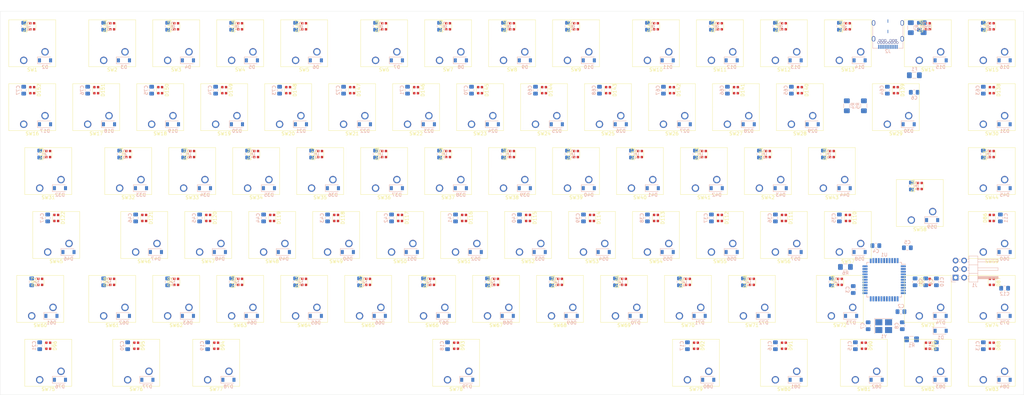
<source format=kicad_pcb>
(kicad_pcb (version 20171130) (host pcbnew 5.1.5+dfsg1-2build2)

  (general
    (thickness 1.6)
    (drawings 4)
    (tracks 0)
    (zones 0)
    (modules 353)
    (nets 217)
  )

  (page A3)
  (layers
    (0 F.Cu signal)
    (31 B.Cu signal)
    (32 B.Adhes user)
    (33 F.Adhes user)
    (34 B.Paste user)
    (35 F.Paste user)
    (36 B.SilkS user)
    (37 F.SilkS user)
    (38 B.Mask user)
    (39 F.Mask user)
    (40 Dwgs.User user)
    (41 Cmts.User user)
    (42 Eco1.User user)
    (43 Eco2.User user)
    (44 Edge.Cuts user)
    (45 Margin user)
    (46 B.CrtYd user)
    (47 F.CrtYd user)
    (48 B.Fab user)
    (49 F.Fab user)
  )

  (setup
    (last_trace_width 0.25)
    (trace_clearance 0.2)
    (zone_clearance 0.508)
    (zone_45_only no)
    (trace_min 0.2)
    (via_size 0.8)
    (via_drill 0.4)
    (via_min_size 0.6)
    (via_min_drill 0.3)
    (uvia_size 0.3)
    (uvia_drill 0.1)
    (uvias_allowed no)
    (uvia_min_size 0.2)
    (uvia_min_drill 0.1)
    (edge_width 0.05)
    (segment_width 0.2)
    (pcb_text_width 0.3)
    (pcb_text_size 1.5 1.5)
    (mod_edge_width 0.12)
    (mod_text_size 1 1)
    (mod_text_width 0.15)
    (pad_size 1.524 1.524)
    (pad_drill 0.762)
    (pad_to_mask_clearance 0.051)
    (solder_mask_min_width 0.25)
    (aux_axis_origin 0 0)
    (visible_elements FFFFF77F)
    (pcbplotparams
      (layerselection 0x010fc_ffffffff)
      (usegerberextensions false)
      (usegerberattributes false)
      (usegerberadvancedattributes false)
      (creategerberjobfile false)
      (excludeedgelayer true)
      (linewidth 0.100000)
      (plotframeref false)
      (viasonmask false)
      (mode 1)
      (useauxorigin false)
      (hpglpennumber 1)
      (hpglpenspeed 20)
      (hpglpendiameter 15.000000)
      (psnegative false)
      (psa4output false)
      (plotreference true)
      (plotvalue true)
      (plotinvisibletext false)
      (padsonsilk false)
      (subtractmaskfromsilk false)
      (outputformat 1)
      (mirror false)
      (drillshape 1)
      (scaleselection 1)
      (outputdirectory ""))
  )

  (net 0 "")
  (net 1 GND)
  (net 2 +5V)
  (net 3 "Net-(C7-Pad1)")
  (net 4 "Net-(C8-Pad2)")
  (net 5 "Net-(C9-Pad1)")
  (net 6 RST)
  (net 7 ROW0)
  (net 8 "Net-(D2-Pad2)")
  (net 9 "Net-(D3-Pad2)")
  (net 10 "Net-(D4-Pad2)")
  (net 11 "Net-(D5-Pad2)")
  (net 12 "Net-(D6-Pad2)")
  (net 13 "Net-(D7-Pad2)")
  (net 14 "Net-(D8-Pad2)")
  (net 15 "Net-(D9-Pad2)")
  (net 16 "Net-(D10-Pad2)")
  (net 17 "Net-(D11-Pad2)")
  (net 18 "Net-(D12-Pad2)")
  (net 19 "Net-(D13-Pad2)")
  (net 20 "Net-(D14-Pad2)")
  (net 21 "Net-(D15-Pad2)")
  (net 22 "Net-(D16-Pad2)")
  (net 23 ROW1)
  (net 24 "Net-(D17-Pad2)")
  (net 25 "Net-(D18-Pad2)")
  (net 26 "Net-(D19-Pad2)")
  (net 27 "Net-(D20-Pad2)")
  (net 28 "Net-(D21-Pad2)")
  (net 29 "Net-(D22-Pad2)")
  (net 30 "Net-(D23-Pad2)")
  (net 31 "Net-(D24-Pad2)")
  (net 32 "Net-(D25-Pad2)")
  (net 33 "Net-(D26-Pad2)")
  (net 34 "Net-(D27-Pad2)")
  (net 35 "Net-(D28-Pad2)")
  (net 36 "Net-(D29-Pad2)")
  (net 37 "Net-(D30-Pad2)")
  (net 38 "Net-(D31-Pad2)")
  (net 39 "Net-(D32-Pad2)")
  (net 40 ROW2)
  (net 41 "Net-(D33-Pad2)")
  (net 42 "Net-(D34-Pad2)")
  (net 43 "Net-(D35-Pad2)")
  (net 44 "Net-(D36-Pad2)")
  (net 45 "Net-(D37-Pad2)")
  (net 46 "Net-(D38-Pad2)")
  (net 47 "Net-(D39-Pad2)")
  (net 48 "Net-(D40-Pad2)")
  (net 49 "Net-(D41-Pad2)")
  (net 50 "Net-(D42-Pad2)")
  (net 51 "Net-(D43-Pad2)")
  (net 52 "Net-(D44-Pad2)")
  (net 53 "Net-(D45-Pad2)")
  (net 54 "Net-(D46-Pad2)")
  (net 55 ROW3)
  (net 56 "Net-(D47-Pad2)")
  (net 57 "Net-(D48-Pad2)")
  (net 58 "Net-(D49-Pad2)")
  (net 59 "Net-(D50-Pad2)")
  (net 60 "Net-(D51-Pad2)")
  (net 61 "Net-(D52-Pad2)")
  (net 62 "Net-(D53-Pad2)")
  (net 63 "Net-(D54-Pad2)")
  (net 64 "Net-(D55-Pad2)")
  (net 65 "Net-(D56-Pad2)")
  (net 66 "Net-(D57-Pad2)")
  (net 67 "Net-(D58-Pad2)")
  (net 68 "Net-(D59-Pad2)")
  (net 69 "Net-(D60-Pad2)")
  (net 70 ROW4)
  (net 71 "Net-(D61-Pad2)")
  (net 72 "Net-(D62-Pad2)")
  (net 73 "Net-(D63-Pad2)")
  (net 74 "Net-(D64-Pad2)")
  (net 75 "Net-(D65-Pad2)")
  (net 76 "Net-(D66-Pad2)")
  (net 77 "Net-(D67-Pad2)")
  (net 78 "Net-(D68-Pad2)")
  (net 79 "Net-(D69-Pad2)")
  (net 80 "Net-(D70-Pad2)")
  (net 81 "Net-(D71-Pad2)")
  (net 82 "Net-(D72-Pad2)")
  (net 83 "Net-(D73-Pad2)")
  (net 84 "Net-(D74-Pad2)")
  (net 85 "Net-(D75-Pad2)")
  (net 86 ROW5)
  (net 87 "Net-(D76-Pad2)")
  (net 88 "Net-(D77-Pad2)")
  (net 89 "Net-(D78-Pad2)")
  (net 90 "Net-(D79-Pad2)")
  (net 91 "Net-(D80-Pad2)")
  (net 92 "Net-(D81-Pad2)")
  (net 93 "Net-(D82-Pad2)")
  (net 94 "Net-(D83-Pad2)")
  (net 95 "Net-(D84-Pad2)")
  (net 96 "Net-(D85-Pad2)")
  (net 97 DIN)
  (net 98 "Net-(D86-Pad2)")
  (net 99 "Net-(D87-Pad2)")
  (net 100 "Net-(D88-Pad2)")
  (net 101 "Net-(D89-Pad2)")
  (net 102 "Net-(D90-Pad2)")
  (net 103 "Net-(D91-Pad2)")
  (net 104 "Net-(D92-Pad2)")
  (net 105 "Net-(D93-Pad2)")
  (net 106 "Net-(D94-Pad2)")
  (net 107 "Net-(D95-Pad2)")
  (net 108 "Net-(D96-Pad2)")
  (net 109 "Net-(D97-Pad2)")
  (net 110 "Net-(D98-Pad2)")
  (net 111 "Net-(D100-Pad4)")
  (net 112 "Net-(D100-Pad2)")
  (net 113 "Net-(D101-Pad2)")
  (net 114 "Net-(D102-Pad2)")
  (net 115 "Net-(D103-Pad2)")
  (net 116 "Net-(D104-Pad2)")
  (net 117 "Net-(D105-Pad2)")
  (net 118 "Net-(D106-Pad2)")
  (net 119 "Net-(D107-Pad2)")
  (net 120 "Net-(D108-Pad2)")
  (net 121 "Net-(D109-Pad2)")
  (net 122 "Net-(D110-Pad2)")
  (net 123 "Net-(D111-Pad2)")
  (net 124 "Net-(D112-Pad2)")
  (net 125 "Net-(D113-Pad2)")
  (net 126 "Net-(D114-Pad2)")
  (net 127 "Net-(D115-Pad2)")
  (net 128 "Net-(D116-Pad2)")
  (net 129 "Net-(D117-Pad2)")
  (net 130 "Net-(D118-Pad2)")
  (net 131 "Net-(D119-Pad2)")
  (net 132 "Net-(D120-Pad2)")
  (net 133 "Net-(D121-Pad2)")
  (net 134 "Net-(D122-Pad2)")
  (net 135 "Net-(D123-Pad2)")
  (net 136 "Net-(D124-Pad2)")
  (net 137 "Net-(D125-Pad2)")
  (net 138 "Net-(D126-Pad2)")
  (net 139 "Net-(D127-Pad2)")
  (net 140 "Net-(D128-Pad2)")
  (net 141 "Net-(D129-Pad2)")
  (net 142 "Net-(D130-Pad2)")
  (net 143 "Net-(D131-Pad2)")
  (net 144 "Net-(D132-Pad2)")
  (net 145 "Net-(D133-Pad2)")
  (net 146 "Net-(D134-Pad2)")
  (net 147 "Net-(D135-Pad2)")
  (net 148 "Net-(D136-Pad2)")
  (net 149 "Net-(D137-Pad2)")
  (net 150 "Net-(D138-Pad2)")
  (net 151 "Net-(D139-Pad2)")
  (net 152 "Net-(D140-Pad2)")
  (net 153 "Net-(D141-Pad2)")
  (net 154 "Net-(D142-Pad2)")
  (net 155 "Net-(D143-Pad2)")
  (net 156 "Net-(D144-Pad2)")
  (net 157 "Net-(D145-Pad2)")
  (net 158 "Net-(D146-Pad2)")
  (net 159 "Net-(D147-Pad2)")
  (net 160 "Net-(D148-Pad2)")
  (net 161 "Net-(D149-Pad2)")
  (net 162 "Net-(D150-Pad2)")
  (net 163 "Net-(D151-Pad2)")
  (net 164 "Net-(D152-Pad2)")
  (net 165 "Net-(D153-Pad2)")
  (net 166 "Net-(D154-Pad2)")
  (net 167 "Net-(D155-Pad2)")
  (net 168 "Net-(D156-Pad2)")
  (net 169 "Net-(D157-Pad2)")
  (net 170 "Net-(D158-Pad2)")
  (net 171 "Net-(D159-Pad2)")
  (net 172 "Net-(D160-Pad2)")
  (net 173 "Net-(D161-Pad2)")
  (net 174 "Net-(D162-Pad2)")
  (net 175 "Net-(D163-Pad2)")
  (net 176 "Net-(D164-Pad2)")
  (net 177 "Net-(D165-Pad2)")
  (net 178 "Net-(D166-Pad2)")
  (net 179 "Net-(D167-Pad2)")
  (net 180 "Net-(F1-Pad2)")
  (net 181 COL02)
  (net 182 COL00)
  (net 183 COL01)
  (net 184 "Net-(J2-PadA11)")
  (net 185 "Net-(J2-PadA10)")
  (net 186 "Net-(J2-PadA8)")
  (net 187 D-)
  (net 188 D+)
  (net 189 "Net-(J2-PadA5)")
  (net 190 "Net-(J2-PadA3)")
  (net 191 "Net-(J2-PadA2)")
  (net 192 "Net-(J2-PadB10)")
  (net 193 "Net-(J2-PadB3)")
  (net 194 "Net-(J2-PadB8)")
  (net 195 "Net-(J2-PadB5)")
  (net 196 "Net-(J2-PadB2)")
  (net 197 "Net-(J2-PadB11)")
  (net 198 "Net-(R4-Pad1)")
  (net 199 "Net-(R5-Pad2)")
  (net 200 "Net-(R6-Pad2)")
  (net 201 COL03)
  (net 202 COL04)
  (net 203 COL06)
  (net 204 COL07)
  (net 205 COL08)
  (net 206 COL09)
  (net 207 COL10)
  (net 208 COL11)
  (net 209 COL12)
  (net 210 COL13)
  (net 211 COL14)
  (net 212 COL15)
  (net 213 COL05)
  (net 214 "Net-(U1-Pad1)")
  (net 215 "Net-(U1-Pad8)")
  (net 216 "Net-(U1-Pad42)")

  (net_class Default "Dies ist die voreingestellte Netzklasse."
    (clearance 0.2)
    (trace_width 0.25)
    (via_dia 0.8)
    (via_drill 0.4)
    (uvia_dia 0.3)
    (uvia_drill 0.1)
    (add_net +5V)
    (add_net COL00)
    (add_net COL01)
    (add_net COL02)
    (add_net COL03)
    (add_net COL04)
    (add_net COL05)
    (add_net COL06)
    (add_net COL07)
    (add_net COL08)
    (add_net COL09)
    (add_net COL10)
    (add_net COL11)
    (add_net COL12)
    (add_net COL13)
    (add_net COL14)
    (add_net COL15)
    (add_net D+)
    (add_net D-)
    (add_net DIN)
    (add_net GND)
    (add_net "Net-(C7-Pad1)")
    (add_net "Net-(C8-Pad2)")
    (add_net "Net-(C9-Pad1)")
    (add_net "Net-(D10-Pad2)")
    (add_net "Net-(D100-Pad2)")
    (add_net "Net-(D100-Pad4)")
    (add_net "Net-(D101-Pad2)")
    (add_net "Net-(D102-Pad2)")
    (add_net "Net-(D103-Pad2)")
    (add_net "Net-(D104-Pad2)")
    (add_net "Net-(D105-Pad2)")
    (add_net "Net-(D106-Pad2)")
    (add_net "Net-(D107-Pad2)")
    (add_net "Net-(D108-Pad2)")
    (add_net "Net-(D109-Pad2)")
    (add_net "Net-(D11-Pad2)")
    (add_net "Net-(D110-Pad2)")
    (add_net "Net-(D111-Pad2)")
    (add_net "Net-(D112-Pad2)")
    (add_net "Net-(D113-Pad2)")
    (add_net "Net-(D114-Pad2)")
    (add_net "Net-(D115-Pad2)")
    (add_net "Net-(D116-Pad2)")
    (add_net "Net-(D117-Pad2)")
    (add_net "Net-(D118-Pad2)")
    (add_net "Net-(D119-Pad2)")
    (add_net "Net-(D12-Pad2)")
    (add_net "Net-(D120-Pad2)")
    (add_net "Net-(D121-Pad2)")
    (add_net "Net-(D122-Pad2)")
    (add_net "Net-(D123-Pad2)")
    (add_net "Net-(D124-Pad2)")
    (add_net "Net-(D125-Pad2)")
    (add_net "Net-(D126-Pad2)")
    (add_net "Net-(D127-Pad2)")
    (add_net "Net-(D128-Pad2)")
    (add_net "Net-(D129-Pad2)")
    (add_net "Net-(D13-Pad2)")
    (add_net "Net-(D130-Pad2)")
    (add_net "Net-(D131-Pad2)")
    (add_net "Net-(D132-Pad2)")
    (add_net "Net-(D133-Pad2)")
    (add_net "Net-(D134-Pad2)")
    (add_net "Net-(D135-Pad2)")
    (add_net "Net-(D136-Pad2)")
    (add_net "Net-(D137-Pad2)")
    (add_net "Net-(D138-Pad2)")
    (add_net "Net-(D139-Pad2)")
    (add_net "Net-(D14-Pad2)")
    (add_net "Net-(D140-Pad2)")
    (add_net "Net-(D141-Pad2)")
    (add_net "Net-(D142-Pad2)")
    (add_net "Net-(D143-Pad2)")
    (add_net "Net-(D144-Pad2)")
    (add_net "Net-(D145-Pad2)")
    (add_net "Net-(D146-Pad2)")
    (add_net "Net-(D147-Pad2)")
    (add_net "Net-(D148-Pad2)")
    (add_net "Net-(D149-Pad2)")
    (add_net "Net-(D15-Pad2)")
    (add_net "Net-(D150-Pad2)")
    (add_net "Net-(D151-Pad2)")
    (add_net "Net-(D152-Pad2)")
    (add_net "Net-(D153-Pad2)")
    (add_net "Net-(D154-Pad2)")
    (add_net "Net-(D155-Pad2)")
    (add_net "Net-(D156-Pad2)")
    (add_net "Net-(D157-Pad2)")
    (add_net "Net-(D158-Pad2)")
    (add_net "Net-(D159-Pad2)")
    (add_net "Net-(D16-Pad2)")
    (add_net "Net-(D160-Pad2)")
    (add_net "Net-(D161-Pad2)")
    (add_net "Net-(D162-Pad2)")
    (add_net "Net-(D163-Pad2)")
    (add_net "Net-(D164-Pad2)")
    (add_net "Net-(D165-Pad2)")
    (add_net "Net-(D166-Pad2)")
    (add_net "Net-(D167-Pad2)")
    (add_net "Net-(D17-Pad2)")
    (add_net "Net-(D18-Pad2)")
    (add_net "Net-(D19-Pad2)")
    (add_net "Net-(D2-Pad2)")
    (add_net "Net-(D20-Pad2)")
    (add_net "Net-(D21-Pad2)")
    (add_net "Net-(D22-Pad2)")
    (add_net "Net-(D23-Pad2)")
    (add_net "Net-(D24-Pad2)")
    (add_net "Net-(D25-Pad2)")
    (add_net "Net-(D26-Pad2)")
    (add_net "Net-(D27-Pad2)")
    (add_net "Net-(D28-Pad2)")
    (add_net "Net-(D29-Pad2)")
    (add_net "Net-(D3-Pad2)")
    (add_net "Net-(D30-Pad2)")
    (add_net "Net-(D31-Pad2)")
    (add_net "Net-(D32-Pad2)")
    (add_net "Net-(D33-Pad2)")
    (add_net "Net-(D34-Pad2)")
    (add_net "Net-(D35-Pad2)")
    (add_net "Net-(D36-Pad2)")
    (add_net "Net-(D37-Pad2)")
    (add_net "Net-(D38-Pad2)")
    (add_net "Net-(D39-Pad2)")
    (add_net "Net-(D4-Pad2)")
    (add_net "Net-(D40-Pad2)")
    (add_net "Net-(D41-Pad2)")
    (add_net "Net-(D42-Pad2)")
    (add_net "Net-(D43-Pad2)")
    (add_net "Net-(D44-Pad2)")
    (add_net "Net-(D45-Pad2)")
    (add_net "Net-(D46-Pad2)")
    (add_net "Net-(D47-Pad2)")
    (add_net "Net-(D48-Pad2)")
    (add_net "Net-(D49-Pad2)")
    (add_net "Net-(D5-Pad2)")
    (add_net "Net-(D50-Pad2)")
    (add_net "Net-(D51-Pad2)")
    (add_net "Net-(D52-Pad2)")
    (add_net "Net-(D53-Pad2)")
    (add_net "Net-(D54-Pad2)")
    (add_net "Net-(D55-Pad2)")
    (add_net "Net-(D56-Pad2)")
    (add_net "Net-(D57-Pad2)")
    (add_net "Net-(D58-Pad2)")
    (add_net "Net-(D59-Pad2)")
    (add_net "Net-(D6-Pad2)")
    (add_net "Net-(D60-Pad2)")
    (add_net "Net-(D61-Pad2)")
    (add_net "Net-(D62-Pad2)")
    (add_net "Net-(D63-Pad2)")
    (add_net "Net-(D64-Pad2)")
    (add_net "Net-(D65-Pad2)")
    (add_net "Net-(D66-Pad2)")
    (add_net "Net-(D67-Pad2)")
    (add_net "Net-(D68-Pad2)")
    (add_net "Net-(D69-Pad2)")
    (add_net "Net-(D7-Pad2)")
    (add_net "Net-(D70-Pad2)")
    (add_net "Net-(D71-Pad2)")
    (add_net "Net-(D72-Pad2)")
    (add_net "Net-(D73-Pad2)")
    (add_net "Net-(D74-Pad2)")
    (add_net "Net-(D75-Pad2)")
    (add_net "Net-(D76-Pad2)")
    (add_net "Net-(D77-Pad2)")
    (add_net "Net-(D78-Pad2)")
    (add_net "Net-(D79-Pad2)")
    (add_net "Net-(D8-Pad2)")
    (add_net "Net-(D80-Pad2)")
    (add_net "Net-(D81-Pad2)")
    (add_net "Net-(D82-Pad2)")
    (add_net "Net-(D83-Pad2)")
    (add_net "Net-(D84-Pad2)")
    (add_net "Net-(D85-Pad2)")
    (add_net "Net-(D86-Pad2)")
    (add_net "Net-(D87-Pad2)")
    (add_net "Net-(D88-Pad2)")
    (add_net "Net-(D89-Pad2)")
    (add_net "Net-(D9-Pad2)")
    (add_net "Net-(D90-Pad2)")
    (add_net "Net-(D91-Pad2)")
    (add_net "Net-(D92-Pad2)")
    (add_net "Net-(D93-Pad2)")
    (add_net "Net-(D94-Pad2)")
    (add_net "Net-(D95-Pad2)")
    (add_net "Net-(D96-Pad2)")
    (add_net "Net-(D97-Pad2)")
    (add_net "Net-(D98-Pad2)")
    (add_net "Net-(F1-Pad2)")
    (add_net "Net-(J2-PadA10)")
    (add_net "Net-(J2-PadA11)")
    (add_net "Net-(J2-PadA2)")
    (add_net "Net-(J2-PadA3)")
    (add_net "Net-(J2-PadA5)")
    (add_net "Net-(J2-PadA8)")
    (add_net "Net-(J2-PadB10)")
    (add_net "Net-(J2-PadB11)")
    (add_net "Net-(J2-PadB2)")
    (add_net "Net-(J2-PadB3)")
    (add_net "Net-(J2-PadB5)")
    (add_net "Net-(J2-PadB8)")
    (add_net "Net-(R4-Pad1)")
    (add_net "Net-(R5-Pad2)")
    (add_net "Net-(R6-Pad2)")
    (add_net "Net-(U1-Pad1)")
    (add_net "Net-(U1-Pad42)")
    (add_net "Net-(U1-Pad8)")
    (add_net ROW0)
    (add_net ROW1)
    (add_net ROW2)
    (add_net ROW3)
    (add_net ROW4)
    (add_net ROW5)
    (add_net RST)
  )

  (module Capacitor_SMD:C_0805_2012Metric_Pad1.15x1.40mm_HandSolder (layer B.Cu) (tedit 5B36C52B) (tstamp 5F1B5C2D)
    (at 310.515 118.745 90)
    (descr "Capacitor SMD 0805 (2012 Metric), square (rectangular) end terminal, IPC_7351 nominal with elongated pad for handsoldering. (Body size source: https://docs.google.com/spreadsheets/d/1BsfQQcO9C6DZCsRaXUlFlo91Tg2WpOkGARC1WS5S8t0/edit?usp=sharing), generated with kicad-footprint-generator")
    (tags "capacitor handsolder")
    (path /5F92990D)
    (attr smd)
    (fp_text reference C1 (at 0 1.65 90) (layer B.SilkS)
      (effects (font (size 1 1) (thickness 0.15)) (justify mirror))
    )
    (fp_text value 0.1uF (at 0 -1.65 90) (layer B.Fab)
      (effects (font (size 1 1) (thickness 0.15)) (justify mirror))
    )
    (fp_text user %R (at 0 0 90) (layer B.Fab)
      (effects (font (size 0.5 0.5) (thickness 0.08)) (justify mirror))
    )
    (fp_line (start 1.85 -0.95) (end -1.85 -0.95) (layer B.CrtYd) (width 0.05))
    (fp_line (start 1.85 0.95) (end 1.85 -0.95) (layer B.CrtYd) (width 0.05))
    (fp_line (start -1.85 0.95) (end 1.85 0.95) (layer B.CrtYd) (width 0.05))
    (fp_line (start -1.85 -0.95) (end -1.85 0.95) (layer B.CrtYd) (width 0.05))
    (fp_line (start -0.261252 -0.71) (end 0.261252 -0.71) (layer B.SilkS) (width 0.12))
    (fp_line (start -0.261252 0.71) (end 0.261252 0.71) (layer B.SilkS) (width 0.12))
    (fp_line (start 1 -0.6) (end -1 -0.6) (layer B.Fab) (width 0.1))
    (fp_line (start 1 0.6) (end 1 -0.6) (layer B.Fab) (width 0.1))
    (fp_line (start -1 0.6) (end 1 0.6) (layer B.Fab) (width 0.1))
    (fp_line (start -1 -0.6) (end -1 0.6) (layer B.Fab) (width 0.1))
    (pad 2 smd roundrect (at 1.025 0 90) (size 1.15 1.4) (layers B.Cu B.Paste B.Mask) (roundrect_rratio 0.217391)
      (net 1 GND))
    (pad 1 smd roundrect (at -1.025 0 90) (size 1.15 1.4) (layers B.Cu B.Paste B.Mask) (roundrect_rratio 0.217391)
      (net 2 +5V))
    (model ${KISYS3DMOD}/Capacitor_SMD.3dshapes/C_0805_2012Metric.wrl
      (at (xyz 0 0 0))
      (scale (xyz 1 1 1))
      (rotate (xyz 0 0 0))
    )
  )

  (module Capacitor_SMD:C_0805_2012Metric_Pad1.15x1.40mm_HandSolder (layer B.Cu) (tedit 5B36C52B) (tstamp 5F15EB29)
    (at 306.315 127.635 180)
    (descr "Capacitor SMD 0805 (2012 Metric), square (rectangular) end terminal, IPC_7351 nominal with elongated pad for handsoldering. (Body size source: https://docs.google.com/spreadsheets/d/1BsfQQcO9C6DZCsRaXUlFlo91Tg2WpOkGARC1WS5S8t0/edit?usp=sharing), generated with kicad-footprint-generator")
    (tags "capacitor handsolder")
    (path /5EFFF252)
    (attr smd)
    (fp_text reference C2 (at 0 1.65) (layer B.SilkS)
      (effects (font (size 1 1) (thickness 0.15)) (justify mirror))
    )
    (fp_text value 0.1uF (at 0 -1.65) (layer B.Fab)
      (effects (font (size 1 1) (thickness 0.15)) (justify mirror))
    )
    (fp_text user %R (at 0 0) (layer B.Fab)
      (effects (font (size 0.5 0.5) (thickness 0.08)) (justify mirror))
    )
    (fp_line (start 1.85 -0.95) (end -1.85 -0.95) (layer B.CrtYd) (width 0.05))
    (fp_line (start 1.85 0.95) (end 1.85 -0.95) (layer B.CrtYd) (width 0.05))
    (fp_line (start -1.85 0.95) (end 1.85 0.95) (layer B.CrtYd) (width 0.05))
    (fp_line (start -1.85 -0.95) (end -1.85 0.95) (layer B.CrtYd) (width 0.05))
    (fp_line (start -0.261252 -0.71) (end 0.261252 -0.71) (layer B.SilkS) (width 0.12))
    (fp_line (start -0.261252 0.71) (end 0.261252 0.71) (layer B.SilkS) (width 0.12))
    (fp_line (start 1 -0.6) (end -1 -0.6) (layer B.Fab) (width 0.1))
    (fp_line (start 1 0.6) (end 1 -0.6) (layer B.Fab) (width 0.1))
    (fp_line (start -1 0.6) (end 1 0.6) (layer B.Fab) (width 0.1))
    (fp_line (start -1 -0.6) (end -1 0.6) (layer B.Fab) (width 0.1))
    (pad 2 smd roundrect (at 1.025 0 180) (size 1.15 1.4) (layers B.Cu B.Paste B.Mask) (roundrect_rratio 0.217391)
      (net 1 GND))
    (pad 1 smd roundrect (at -1.025 0 180) (size 1.15 1.4) (layers B.Cu B.Paste B.Mask) (roundrect_rratio 0.217391)
      (net 2 +5V))
    (model ${KISYS3DMOD}/Capacitor_SMD.3dshapes/C_0805_2012Metric.wrl
      (at (xyz 0 0 0))
      (scale (xyz 1 1 1))
      (rotate (xyz 0 0 0))
    )
  )

  (module Capacitor_SMD:C_0805_2012Metric_Pad1.15x1.40mm_HandSolder (layer B.Cu) (tedit 5B36C52B) (tstamp 5F15EB3A)
    (at 292.1 121.04 270)
    (descr "Capacitor SMD 0805 (2012 Metric), square (rectangular) end terminal, IPC_7351 nominal with elongated pad for handsoldering. (Body size source: https://docs.google.com/spreadsheets/d/1BsfQQcO9C6DZCsRaXUlFlo91Tg2WpOkGARC1WS5S8t0/edit?usp=sharing), generated with kicad-footprint-generator")
    (tags "capacitor handsolder")
    (path /5F00AFA0)
    (attr smd)
    (fp_text reference C3 (at 0 1.65 90) (layer B.SilkS)
      (effects (font (size 1 1) (thickness 0.15)) (justify mirror))
    )
    (fp_text value 0.1uF (at 0 -1.65 90) (layer B.Fab)
      (effects (font (size 1 1) (thickness 0.15)) (justify mirror))
    )
    (fp_text user %R (at 0 0 90) (layer B.Fab)
      (effects (font (size 0.5 0.5) (thickness 0.08)) (justify mirror))
    )
    (fp_line (start 1.85 -0.95) (end -1.85 -0.95) (layer B.CrtYd) (width 0.05))
    (fp_line (start 1.85 0.95) (end 1.85 -0.95) (layer B.CrtYd) (width 0.05))
    (fp_line (start -1.85 0.95) (end 1.85 0.95) (layer B.CrtYd) (width 0.05))
    (fp_line (start -1.85 -0.95) (end -1.85 0.95) (layer B.CrtYd) (width 0.05))
    (fp_line (start -0.261252 -0.71) (end 0.261252 -0.71) (layer B.SilkS) (width 0.12))
    (fp_line (start -0.261252 0.71) (end 0.261252 0.71) (layer B.SilkS) (width 0.12))
    (fp_line (start 1 -0.6) (end -1 -0.6) (layer B.Fab) (width 0.1))
    (fp_line (start 1 0.6) (end 1 -0.6) (layer B.Fab) (width 0.1))
    (fp_line (start -1 0.6) (end 1 0.6) (layer B.Fab) (width 0.1))
    (fp_line (start -1 -0.6) (end -1 0.6) (layer B.Fab) (width 0.1))
    (pad 2 smd roundrect (at 1.025 0 270) (size 1.15 1.4) (layers B.Cu B.Paste B.Mask) (roundrect_rratio 0.217391)
      (net 1 GND))
    (pad 1 smd roundrect (at -1.025 0 270) (size 1.15 1.4) (layers B.Cu B.Paste B.Mask) (roundrect_rratio 0.217391)
      (net 2 +5V))
    (model ${KISYS3DMOD}/Capacitor_SMD.3dshapes/C_0805_2012Metric.wrl
      (at (xyz 0 0 0))
      (scale (xyz 1 1 1))
      (rotate (xyz 0 0 0))
    )
  )

  (module Capacitor_SMD:C_0805_2012Metric_Pad1.15x1.40mm_HandSolder (layer B.Cu) (tedit 5B36C52B) (tstamp 5F15EB4B)
    (at 298.84 107.95)
    (descr "Capacitor SMD 0805 (2012 Metric), square (rectangular) end terminal, IPC_7351 nominal with elongated pad for handsoldering. (Body size source: https://docs.google.com/spreadsheets/d/1BsfQQcO9C6DZCsRaXUlFlo91Tg2WpOkGARC1WS5S8t0/edit?usp=sharing), generated with kicad-footprint-generator")
    (tags "capacitor handsolder")
    (path /5F00B4C3)
    (attr smd)
    (fp_text reference C4 (at 0 1.65) (layer B.SilkS)
      (effects (font (size 1 1) (thickness 0.15)) (justify mirror))
    )
    (fp_text value 0.1uF (at 0 -1.65) (layer B.Fab)
      (effects (font (size 1 1) (thickness 0.15)) (justify mirror))
    )
    (fp_line (start -1 -0.6) (end -1 0.6) (layer B.Fab) (width 0.1))
    (fp_line (start -1 0.6) (end 1 0.6) (layer B.Fab) (width 0.1))
    (fp_line (start 1 0.6) (end 1 -0.6) (layer B.Fab) (width 0.1))
    (fp_line (start 1 -0.6) (end -1 -0.6) (layer B.Fab) (width 0.1))
    (fp_line (start -0.261252 0.71) (end 0.261252 0.71) (layer B.SilkS) (width 0.12))
    (fp_line (start -0.261252 -0.71) (end 0.261252 -0.71) (layer B.SilkS) (width 0.12))
    (fp_line (start -1.85 -0.95) (end -1.85 0.95) (layer B.CrtYd) (width 0.05))
    (fp_line (start -1.85 0.95) (end 1.85 0.95) (layer B.CrtYd) (width 0.05))
    (fp_line (start 1.85 0.95) (end 1.85 -0.95) (layer B.CrtYd) (width 0.05))
    (fp_line (start 1.85 -0.95) (end -1.85 -0.95) (layer B.CrtYd) (width 0.05))
    (fp_text user %R (at 0 0) (layer B.Fab)
      (effects (font (size 0.5 0.5) (thickness 0.08)) (justify mirror))
    )
    (pad 1 smd roundrect (at -1.025 0) (size 1.15 1.4) (layers B.Cu B.Paste B.Mask) (roundrect_rratio 0.217391)
      (net 2 +5V))
    (pad 2 smd roundrect (at 1.025 0) (size 1.15 1.4) (layers B.Cu B.Paste B.Mask) (roundrect_rratio 0.217391)
      (net 1 GND))
    (model ${KISYS3DMOD}/Capacitor_SMD.3dshapes/C_0805_2012Metric.wrl
      (at (xyz 0 0 0))
      (scale (xyz 1 1 1))
      (rotate (xyz 0 0 0))
    )
  )

  (module Capacitor_SMD:C_0805_2012Metric_Pad1.15x1.40mm_HandSolder (layer B.Cu) (tedit 5B36C52B) (tstamp 5F15EB5C)
    (at 308.22 108.585 180)
    (descr "Capacitor SMD 0805 (2012 Metric), square (rectangular) end terminal, IPC_7351 nominal with elongated pad for handsoldering. (Body size source: https://docs.google.com/spreadsheets/d/1BsfQQcO9C6DZCsRaXUlFlo91Tg2WpOkGARC1WS5S8t0/edit?usp=sharing), generated with kicad-footprint-generator")
    (tags "capacitor handsolder")
    (path /5F92A552)
    (attr smd)
    (fp_text reference C5 (at 0 1.65) (layer B.SilkS)
      (effects (font (size 1 1) (thickness 0.15)) (justify mirror))
    )
    (fp_text value 0.1uF (at 0 -1.65) (layer B.Fab)
      (effects (font (size 1 1) (thickness 0.15)) (justify mirror))
    )
    (fp_text user %R (at 0 0) (layer B.Fab)
      (effects (font (size 0.5 0.5) (thickness 0.08)) (justify mirror))
    )
    (fp_line (start 1.85 -0.95) (end -1.85 -0.95) (layer B.CrtYd) (width 0.05))
    (fp_line (start 1.85 0.95) (end 1.85 -0.95) (layer B.CrtYd) (width 0.05))
    (fp_line (start -1.85 0.95) (end 1.85 0.95) (layer B.CrtYd) (width 0.05))
    (fp_line (start -1.85 -0.95) (end -1.85 0.95) (layer B.CrtYd) (width 0.05))
    (fp_line (start -0.261252 -0.71) (end 0.261252 -0.71) (layer B.SilkS) (width 0.12))
    (fp_line (start -0.261252 0.71) (end 0.261252 0.71) (layer B.SilkS) (width 0.12))
    (fp_line (start 1 -0.6) (end -1 -0.6) (layer B.Fab) (width 0.1))
    (fp_line (start 1 0.6) (end 1 -0.6) (layer B.Fab) (width 0.1))
    (fp_line (start -1 0.6) (end 1 0.6) (layer B.Fab) (width 0.1))
    (fp_line (start -1 -0.6) (end -1 0.6) (layer B.Fab) (width 0.1))
    (pad 2 smd roundrect (at 1.025 0 180) (size 1.15 1.4) (layers B.Cu B.Paste B.Mask) (roundrect_rratio 0.217391)
      (net 1 GND))
    (pad 1 smd roundrect (at -1.025 0 180) (size 1.15 1.4) (layers B.Cu B.Paste B.Mask) (roundrect_rratio 0.217391)
      (net 2 +5V))
    (model ${KISYS3DMOD}/Capacitor_SMD.3dshapes/C_0805_2012Metric.wrl
      (at (xyz 0 0 0))
      (scale (xyz 1 1 1))
      (rotate (xyz 0 0 0))
    )
  )

  (module Capacitor_SMD:C_0805_2012Metric_Pad1.15x1.40mm_HandSolder (layer B.Cu) (tedit 5B36C52B) (tstamp 5F15EB6D)
    (at 310.27 62.23)
    (descr "Capacitor SMD 0805 (2012 Metric), square (rectangular) end terminal, IPC_7351 nominal with elongated pad for handsoldering. (Body size source: https://docs.google.com/spreadsheets/d/1BsfQQcO9C6DZCsRaXUlFlo91Tg2WpOkGARC1WS5S8t0/edit?usp=sharing), generated with kicad-footprint-generator")
    (tags "capacitor handsolder")
    (path /5F007EF5)
    (attr smd)
    (fp_text reference C6 (at 0 1.65) (layer B.SilkS)
      (effects (font (size 1 1) (thickness 0.15)) (justify mirror))
    )
    (fp_text value 10uF (at 0 -1.65) (layer B.Fab)
      (effects (font (size 1 1) (thickness 0.15)) (justify mirror))
    )
    (fp_line (start -1 -0.6) (end -1 0.6) (layer B.Fab) (width 0.1))
    (fp_line (start -1 0.6) (end 1 0.6) (layer B.Fab) (width 0.1))
    (fp_line (start 1 0.6) (end 1 -0.6) (layer B.Fab) (width 0.1))
    (fp_line (start 1 -0.6) (end -1 -0.6) (layer B.Fab) (width 0.1))
    (fp_line (start -0.261252 0.71) (end 0.261252 0.71) (layer B.SilkS) (width 0.12))
    (fp_line (start -0.261252 -0.71) (end 0.261252 -0.71) (layer B.SilkS) (width 0.12))
    (fp_line (start -1.85 -0.95) (end -1.85 0.95) (layer B.CrtYd) (width 0.05))
    (fp_line (start -1.85 0.95) (end 1.85 0.95) (layer B.CrtYd) (width 0.05))
    (fp_line (start 1.85 0.95) (end 1.85 -0.95) (layer B.CrtYd) (width 0.05))
    (fp_line (start 1.85 -0.95) (end -1.85 -0.95) (layer B.CrtYd) (width 0.05))
    (fp_text user %R (at 0 0) (layer B.Fab)
      (effects (font (size 0.5 0.5) (thickness 0.08)) (justify mirror))
    )
    (pad 1 smd roundrect (at -1.025 0) (size 1.15 1.4) (layers B.Cu B.Paste B.Mask) (roundrect_rratio 0.217391)
      (net 2 +5V))
    (pad 2 smd roundrect (at 1.025 0) (size 1.15 1.4) (layers B.Cu B.Paste B.Mask) (roundrect_rratio 0.217391)
      (net 1 GND))
    (model ${KISYS3DMOD}/Capacitor_SMD.3dshapes/C_0805_2012Metric.wrl
      (at (xyz 0 0 0))
      (scale (xyz 1 1 1))
      (rotate (xyz 0 0 0))
    )
  )

  (module Capacitor_SMD:C_0805_2012Metric_Pad1.15x1.40mm_HandSolder (layer B.Cu) (tedit 5B36C52B) (tstamp 5F15EB7E)
    (at 296.545 131.835 270)
    (descr "Capacitor SMD 0805 (2012 Metric), square (rectangular) end terminal, IPC_7351 nominal with elongated pad for handsoldering. (Body size source: https://docs.google.com/spreadsheets/d/1BsfQQcO9C6DZCsRaXUlFlo91Tg2WpOkGARC1WS5S8t0/edit?usp=sharing), generated with kicad-footprint-generator")
    (tags "capacitor handsolder")
    (path /5F0786B1)
    (attr smd)
    (fp_text reference C7 (at 0 1.65 90) (layer B.SilkS)
      (effects (font (size 1 1) (thickness 0.15)) (justify mirror))
    )
    (fp_text value 22pF (at 0 -1.65 90) (layer B.Fab)
      (effects (font (size 1 1) (thickness 0.15)) (justify mirror))
    )
    (fp_text user %R (at 0 0 90) (layer B.Fab)
      (effects (font (size 0.5 0.5) (thickness 0.08)) (justify mirror))
    )
    (fp_line (start 1.85 -0.95) (end -1.85 -0.95) (layer B.CrtYd) (width 0.05))
    (fp_line (start 1.85 0.95) (end 1.85 -0.95) (layer B.CrtYd) (width 0.05))
    (fp_line (start -1.85 0.95) (end 1.85 0.95) (layer B.CrtYd) (width 0.05))
    (fp_line (start -1.85 -0.95) (end -1.85 0.95) (layer B.CrtYd) (width 0.05))
    (fp_line (start -0.261252 -0.71) (end 0.261252 -0.71) (layer B.SilkS) (width 0.12))
    (fp_line (start -0.261252 0.71) (end 0.261252 0.71) (layer B.SilkS) (width 0.12))
    (fp_line (start 1 -0.6) (end -1 -0.6) (layer B.Fab) (width 0.1))
    (fp_line (start 1 0.6) (end 1 -0.6) (layer B.Fab) (width 0.1))
    (fp_line (start -1 0.6) (end 1 0.6) (layer B.Fab) (width 0.1))
    (fp_line (start -1 -0.6) (end -1 0.6) (layer B.Fab) (width 0.1))
    (pad 2 smd roundrect (at 1.025 0 270) (size 1.15 1.4) (layers B.Cu B.Paste B.Mask) (roundrect_rratio 0.217391)
      (net 1 GND))
    (pad 1 smd roundrect (at -1.025 0 270) (size 1.15 1.4) (layers B.Cu B.Paste B.Mask) (roundrect_rratio 0.217391)
      (net 3 "Net-(C7-Pad1)"))
    (model ${KISYS3DMOD}/Capacitor_SMD.3dshapes/C_0805_2012Metric.wrl
      (at (xyz 0 0 0))
      (scale (xyz 1 1 1))
      (rotate (xyz 0 0 0))
    )
  )

  (module Capacitor_SMD:C_0805_2012Metric_Pad1.15x1.40mm_HandSolder (layer B.Cu) (tedit 5B36C52B) (tstamp 5F15EB8F)
    (at 306.705 131.835 270)
    (descr "Capacitor SMD 0805 (2012 Metric), square (rectangular) end terminal, IPC_7351 nominal with elongated pad for handsoldering. (Body size source: https://docs.google.com/spreadsheets/d/1BsfQQcO9C6DZCsRaXUlFlo91Tg2WpOkGARC1WS5S8t0/edit?usp=sharing), generated with kicad-footprint-generator")
    (tags "capacitor handsolder")
    (path /5F0BA64F)
    (attr smd)
    (fp_text reference C8 (at 0 1.65 90) (layer B.SilkS)
      (effects (font (size 1 1) (thickness 0.15)) (justify mirror))
    )
    (fp_text value 22pF (at 0 -1.65 90) (layer B.Fab)
      (effects (font (size 1 1) (thickness 0.15)) (justify mirror))
    )
    (fp_text user %R (at 0 0 90) (layer B.Fab)
      (effects (font (size 0.5 0.5) (thickness 0.08)) (justify mirror))
    )
    (fp_line (start 1.85 -0.95) (end -1.85 -0.95) (layer B.CrtYd) (width 0.05))
    (fp_line (start 1.85 0.95) (end 1.85 -0.95) (layer B.CrtYd) (width 0.05))
    (fp_line (start -1.85 0.95) (end 1.85 0.95) (layer B.CrtYd) (width 0.05))
    (fp_line (start -1.85 -0.95) (end -1.85 0.95) (layer B.CrtYd) (width 0.05))
    (fp_line (start -0.261252 -0.71) (end 0.261252 -0.71) (layer B.SilkS) (width 0.12))
    (fp_line (start -0.261252 0.71) (end 0.261252 0.71) (layer B.SilkS) (width 0.12))
    (fp_line (start 1 -0.6) (end -1 -0.6) (layer B.Fab) (width 0.1))
    (fp_line (start 1 0.6) (end 1 -0.6) (layer B.Fab) (width 0.1))
    (fp_line (start -1 0.6) (end 1 0.6) (layer B.Fab) (width 0.1))
    (fp_line (start -1 -0.6) (end -1 0.6) (layer B.Fab) (width 0.1))
    (pad 2 smd roundrect (at 1.025 0 270) (size 1.15 1.4) (layers B.Cu B.Paste B.Mask) (roundrect_rratio 0.217391)
      (net 4 "Net-(C8-Pad2)"))
    (pad 1 smd roundrect (at -1.025 0 270) (size 1.15 1.4) (layers B.Cu B.Paste B.Mask) (roundrect_rratio 0.217391)
      (net 1 GND))
    (model ${KISYS3DMOD}/Capacitor_SMD.3dshapes/C_0805_2012Metric.wrl
      (at (xyz 0 0 0))
      (scale (xyz 1 1 1))
      (rotate (xyz 0 0 0))
    )
  )

  (module Capacitor_SMD:C_0805_2012Metric_Pad1.15x1.40mm_HandSolder (layer B.Cu) (tedit 5B36C52B) (tstamp 5F15EBA0)
    (at 313.69 118.745 90)
    (descr "Capacitor SMD 0805 (2012 Metric), square (rectangular) end terminal, IPC_7351 nominal with elongated pad for handsoldering. (Body size source: https://docs.google.com/spreadsheets/d/1BsfQQcO9C6DZCsRaXUlFlo91Tg2WpOkGARC1WS5S8t0/edit?usp=sharing), generated with kicad-footprint-generator")
    (tags "capacitor handsolder")
    (path /5F049C39)
    (attr smd)
    (fp_text reference C9 (at 0 1.65 90) (layer B.SilkS)
      (effects (font (size 1 1) (thickness 0.15)) (justify mirror))
    )
    (fp_text value 1uF (at 0 -1.65 90) (layer B.Fab)
      (effects (font (size 1 1) (thickness 0.15)) (justify mirror))
    )
    (fp_line (start -1 -0.6) (end -1 0.6) (layer B.Fab) (width 0.1))
    (fp_line (start -1 0.6) (end 1 0.6) (layer B.Fab) (width 0.1))
    (fp_line (start 1 0.6) (end 1 -0.6) (layer B.Fab) (width 0.1))
    (fp_line (start 1 -0.6) (end -1 -0.6) (layer B.Fab) (width 0.1))
    (fp_line (start -0.261252 0.71) (end 0.261252 0.71) (layer B.SilkS) (width 0.12))
    (fp_line (start -0.261252 -0.71) (end 0.261252 -0.71) (layer B.SilkS) (width 0.12))
    (fp_line (start -1.85 -0.95) (end -1.85 0.95) (layer B.CrtYd) (width 0.05))
    (fp_line (start -1.85 0.95) (end 1.85 0.95) (layer B.CrtYd) (width 0.05))
    (fp_line (start 1.85 0.95) (end 1.85 -0.95) (layer B.CrtYd) (width 0.05))
    (fp_line (start 1.85 -0.95) (end -1.85 -0.95) (layer B.CrtYd) (width 0.05))
    (fp_text user %R (at 0 0 90) (layer B.Fab)
      (effects (font (size 0.5 0.5) (thickness 0.08)) (justify mirror))
    )
    (pad 1 smd roundrect (at -1.025 0 90) (size 1.15 1.4) (layers B.Cu B.Paste B.Mask) (roundrect_rratio 0.217391)
      (net 5 "Net-(C9-Pad1)"))
    (pad 2 smd roundrect (at 1.025 0 90) (size 1.15 1.4) (layers B.Cu B.Paste B.Mask) (roundrect_rratio 0.217391)
      (net 1 GND))
    (model ${KISYS3DMOD}/Capacitor_SMD.3dshapes/C_0805_2012Metric.wrl
      (at (xyz 0 0 0))
      (scale (xyz 1 1 1))
      (rotate (xyz 0 0 0))
    )
  )

  (module Capacitor_SMD:C_0805_2012Metric_Pad1.15x1.40mm_HandSolder (layer B.Cu) (tedit 5B36C52B) (tstamp 5F1B9D6B)
    (at 316.865 118.745 90)
    (descr "Capacitor SMD 0805 (2012 Metric), square (rectangular) end terminal, IPC_7351 nominal with elongated pad for handsoldering. (Body size source: https://docs.google.com/spreadsheets/d/1BsfQQcO9C6DZCsRaXUlFlo91Tg2WpOkGARC1WS5S8t0/edit?usp=sharing), generated with kicad-footprint-generator")
    (tags "capacitor handsolder")
    (path /5F949B9C/5FD1B778)
    (attr smd)
    (fp_text reference C10 (at 0 1.65 270) (layer B.SilkS)
      (effects (font (size 1 1) (thickness 0.15)) (justify mirror))
    )
    (fp_text value 0.1uF (at 0 -1.65 270) (layer B.Fab)
      (effects (font (size 1 1) (thickness 0.15)) (justify mirror))
    )
    (fp_line (start -1 -0.6) (end -1 0.6) (layer B.Fab) (width 0.1))
    (fp_line (start -1 0.6) (end 1 0.6) (layer B.Fab) (width 0.1))
    (fp_line (start 1 0.6) (end 1 -0.6) (layer B.Fab) (width 0.1))
    (fp_line (start 1 -0.6) (end -1 -0.6) (layer B.Fab) (width 0.1))
    (fp_line (start -0.261252 0.71) (end 0.261252 0.71) (layer B.SilkS) (width 0.12))
    (fp_line (start -0.261252 -0.71) (end 0.261252 -0.71) (layer B.SilkS) (width 0.12))
    (fp_line (start -1.85 -0.95) (end -1.85 0.95) (layer B.CrtYd) (width 0.05))
    (fp_line (start -1.85 0.95) (end 1.85 0.95) (layer B.CrtYd) (width 0.05))
    (fp_line (start 1.85 0.95) (end 1.85 -0.95) (layer B.CrtYd) (width 0.05))
    (fp_line (start 1.85 -0.95) (end -1.85 -0.95) (layer B.CrtYd) (width 0.05))
    (fp_text user %R (at 0 0 270) (layer B.Fab)
      (effects (font (size 0.5 0.5) (thickness 0.08)) (justify mirror))
    )
    (pad 1 smd roundrect (at -1.025 0 90) (size 1.15 1.4) (layers B.Cu B.Paste B.Mask) (roundrect_rratio 0.217391)
      (net 2 +5V))
    (pad 2 smd roundrect (at 1.025 0 90) (size 1.15 1.4) (layers B.Cu B.Paste B.Mask) (roundrect_rratio 0.217391)
      (net 1 GND))
    (model ${KISYS3DMOD}/Capacitor_SMD.3dshapes/C_0805_2012Metric.wrl
      (at (xyz 0 0 0))
      (scale (xyz 1 1 1))
      (rotate (xyz 0 0 0))
    )
  )

  (module Capacitor_SMD:C_0805_2012Metric_Pad1.15x1.40mm_HandSolder (layer B.Cu) (tedit 5B36C52B) (tstamp 5F1BA8CE)
    (at 335.915 99.695 90)
    (descr "Capacitor SMD 0805 (2012 Metric), square (rectangular) end terminal, IPC_7351 nominal with elongated pad for handsoldering. (Body size source: https://docs.google.com/spreadsheets/d/1BsfQQcO9C6DZCsRaXUlFlo91Tg2WpOkGARC1WS5S8t0/edit?usp=sharing), generated with kicad-footprint-generator")
    (tags "capacitor handsolder")
    (path /5F949B9C/5FD3F1FB)
    (attr smd)
    (fp_text reference C11 (at 0 1.65 270) (layer B.SilkS)
      (effects (font (size 1 1) (thickness 0.15)) (justify mirror))
    )
    (fp_text value 0.1uF (at 0 -1.65 270) (layer B.Fab)
      (effects (font (size 1 1) (thickness 0.15)) (justify mirror))
    )
    (fp_line (start -1 -0.6) (end -1 0.6) (layer B.Fab) (width 0.1))
    (fp_line (start -1 0.6) (end 1 0.6) (layer B.Fab) (width 0.1))
    (fp_line (start 1 0.6) (end 1 -0.6) (layer B.Fab) (width 0.1))
    (fp_line (start 1 -0.6) (end -1 -0.6) (layer B.Fab) (width 0.1))
    (fp_line (start -0.261252 0.71) (end 0.261252 0.71) (layer B.SilkS) (width 0.12))
    (fp_line (start -0.261252 -0.71) (end 0.261252 -0.71) (layer B.SilkS) (width 0.12))
    (fp_line (start -1.85 -0.95) (end -1.85 0.95) (layer B.CrtYd) (width 0.05))
    (fp_line (start -1.85 0.95) (end 1.85 0.95) (layer B.CrtYd) (width 0.05))
    (fp_line (start 1.85 0.95) (end 1.85 -0.95) (layer B.CrtYd) (width 0.05))
    (fp_line (start 1.85 -0.95) (end -1.85 -0.95) (layer B.CrtYd) (width 0.05))
    (fp_text user %R (at 0 0 270) (layer B.Fab)
      (effects (font (size 0.5 0.5) (thickness 0.08)) (justify mirror))
    )
    (pad 1 smd roundrect (at -1.025 0 90) (size 1.15 1.4) (layers B.Cu B.Paste B.Mask) (roundrect_rratio 0.217391)
      (net 2 +5V))
    (pad 2 smd roundrect (at 1.025 0 90) (size 1.15 1.4) (layers B.Cu B.Paste B.Mask) (roundrect_rratio 0.217391)
      (net 1 GND))
    (model ${KISYS3DMOD}/Capacitor_SMD.3dshapes/C_0805_2012Metric.wrl
      (at (xyz 0 0 0))
      (scale (xyz 1 1 1))
      (rotate (xyz 0 0 0))
    )
  )

  (module Capacitor_SMD:C_0805_2012Metric_Pad1.15x1.40mm_HandSolder (layer B.Cu) (tedit 5B36C52B) (tstamp 5F1BAA56)
    (at 337.185 120.65)
    (descr "Capacitor SMD 0805 (2012 Metric), square (rectangular) end terminal, IPC_7351 nominal with elongated pad for handsoldering. (Body size source: https://docs.google.com/spreadsheets/d/1BsfQQcO9C6DZCsRaXUlFlo91Tg2WpOkGARC1WS5S8t0/edit?usp=sharing), generated with kicad-footprint-generator")
    (tags "capacitor handsolder")
    (path /5F949B9C/5FD40FAE)
    (attr smd)
    (fp_text reference C12 (at 0 1.65 180) (layer B.SilkS)
      (effects (font (size 1 1) (thickness 0.15)) (justify mirror))
    )
    (fp_text value 0.1uF (at 0 -1.65 180) (layer B.Fab)
      (effects (font (size 1 1) (thickness 0.15)) (justify mirror))
    )
    (fp_line (start -1 -0.6) (end -1 0.6) (layer B.Fab) (width 0.1))
    (fp_line (start -1 0.6) (end 1 0.6) (layer B.Fab) (width 0.1))
    (fp_line (start 1 0.6) (end 1 -0.6) (layer B.Fab) (width 0.1))
    (fp_line (start 1 -0.6) (end -1 -0.6) (layer B.Fab) (width 0.1))
    (fp_line (start -0.261252 0.71) (end 0.261252 0.71) (layer B.SilkS) (width 0.12))
    (fp_line (start -0.261252 -0.71) (end 0.261252 -0.71) (layer B.SilkS) (width 0.12))
    (fp_line (start -1.85 -0.95) (end -1.85 0.95) (layer B.CrtYd) (width 0.05))
    (fp_line (start -1.85 0.95) (end 1.85 0.95) (layer B.CrtYd) (width 0.05))
    (fp_line (start 1.85 0.95) (end 1.85 -0.95) (layer B.CrtYd) (width 0.05))
    (fp_line (start 1.85 -0.95) (end -1.85 -0.95) (layer B.CrtYd) (width 0.05))
    (fp_text user %R (at 0 0 180) (layer B.Fab)
      (effects (font (size 0.5 0.5) (thickness 0.08)) (justify mirror))
    )
    (pad 1 smd roundrect (at -1.025 0) (size 1.15 1.4) (layers B.Cu B.Paste B.Mask) (roundrect_rratio 0.217391)
      (net 2 +5V))
    (pad 2 smd roundrect (at 1.025 0) (size 1.15 1.4) (layers B.Cu B.Paste B.Mask) (roundrect_rratio 0.217391)
      (net 1 GND))
    (model ${KISYS3DMOD}/Capacitor_SMD.3dshapes/C_0805_2012Metric.wrl
      (at (xyz 0 0 0))
      (scale (xyz 1 1 1))
      (rotate (xyz 0 0 0))
    )
  )

  (module Capacitor_SMD:C_0805_2012Metric_Pad1.15x1.40mm_HandSolder (layer B.Cu) (tedit 5B36C52B) (tstamp 5F1B9EC0)
    (at 330.835 137.795 270)
    (descr "Capacitor SMD 0805 (2012 Metric), square (rectangular) end terminal, IPC_7351 nominal with elongated pad for handsoldering. (Body size source: https://docs.google.com/spreadsheets/d/1BsfQQcO9C6DZCsRaXUlFlo91Tg2WpOkGARC1WS5S8t0/edit?usp=sharing), generated with kicad-footprint-generator")
    (tags "capacitor handsolder")
    (path /5F949B9C/5FD423D5)
    (attr smd)
    (fp_text reference C13 (at 0 1.65 270) (layer B.SilkS)
      (effects (font (size 1 1) (thickness 0.15)) (justify mirror))
    )
    (fp_text value 0.1uF (at 0 -1.65 270) (layer B.Fab)
      (effects (font (size 1 1) (thickness 0.15)) (justify mirror))
    )
    (fp_text user %R (at 0 0 270) (layer B.Fab)
      (effects (font (size 0.5 0.5) (thickness 0.08)) (justify mirror))
    )
    (fp_line (start 1.85 -0.95) (end -1.85 -0.95) (layer B.CrtYd) (width 0.05))
    (fp_line (start 1.85 0.95) (end 1.85 -0.95) (layer B.CrtYd) (width 0.05))
    (fp_line (start -1.85 0.95) (end 1.85 0.95) (layer B.CrtYd) (width 0.05))
    (fp_line (start -1.85 -0.95) (end -1.85 0.95) (layer B.CrtYd) (width 0.05))
    (fp_line (start -0.261252 -0.71) (end 0.261252 -0.71) (layer B.SilkS) (width 0.12))
    (fp_line (start -0.261252 0.71) (end 0.261252 0.71) (layer B.SilkS) (width 0.12))
    (fp_line (start 1 -0.6) (end -1 -0.6) (layer B.Fab) (width 0.1))
    (fp_line (start 1 0.6) (end 1 -0.6) (layer B.Fab) (width 0.1))
    (fp_line (start -1 0.6) (end 1 0.6) (layer B.Fab) (width 0.1))
    (fp_line (start -1 -0.6) (end -1 0.6) (layer B.Fab) (width 0.1))
    (pad 2 smd roundrect (at 1.025 0 270) (size 1.15 1.4) (layers B.Cu B.Paste B.Mask) (roundrect_rratio 0.217391)
      (net 1 GND))
    (pad 1 smd roundrect (at -1.025 0 270) (size 1.15 1.4) (layers B.Cu B.Paste B.Mask) (roundrect_rratio 0.217391)
      (net 2 +5V))
    (model ${KISYS3DMOD}/Capacitor_SMD.3dshapes/C_0805_2012Metric.wrl
      (at (xyz 0 0 0))
      (scale (xyz 1 1 1))
      (rotate (xyz 0 0 0))
    )
  )

  (module Capacitor_SMD:C_0805_2012Metric_Pad1.15x1.40mm_HandSolder (layer B.Cu) (tedit 5B36C52B) (tstamp 5F15EBF5)
    (at 316.865 137.795 270)
    (descr "Capacitor SMD 0805 (2012 Metric), square (rectangular) end terminal, IPC_7351 nominal with elongated pad for handsoldering. (Body size source: https://docs.google.com/spreadsheets/d/1BsfQQcO9C6DZCsRaXUlFlo91Tg2WpOkGARC1WS5S8t0/edit?usp=sharing), generated with kicad-footprint-generator")
    (tags "capacitor handsolder")
    (path /5F949B9C/5FD4399A)
    (attr smd)
    (fp_text reference C14 (at 0 1.65 270) (layer B.SilkS)
      (effects (font (size 1 1) (thickness 0.15)) (justify mirror))
    )
    (fp_text value 0.1uF (at 0 -1.65 270) (layer B.Fab)
      (effects (font (size 1 1) (thickness 0.15)) (justify mirror))
    )
    (fp_line (start -1 -0.6) (end -1 0.6) (layer B.Fab) (width 0.1))
    (fp_line (start -1 0.6) (end 1 0.6) (layer B.Fab) (width 0.1))
    (fp_line (start 1 0.6) (end 1 -0.6) (layer B.Fab) (width 0.1))
    (fp_line (start 1 -0.6) (end -1 -0.6) (layer B.Fab) (width 0.1))
    (fp_line (start -0.261252 0.71) (end 0.261252 0.71) (layer B.SilkS) (width 0.12))
    (fp_line (start -0.261252 -0.71) (end 0.261252 -0.71) (layer B.SilkS) (width 0.12))
    (fp_line (start -1.85 -0.95) (end -1.85 0.95) (layer B.CrtYd) (width 0.05))
    (fp_line (start -1.85 0.95) (end 1.85 0.95) (layer B.CrtYd) (width 0.05))
    (fp_line (start 1.85 0.95) (end 1.85 -0.95) (layer B.CrtYd) (width 0.05))
    (fp_line (start 1.85 -0.95) (end -1.85 -0.95) (layer B.CrtYd) (width 0.05))
    (fp_text user %R (at 0 0 270) (layer B.Fab)
      (effects (font (size 0.5 0.5) (thickness 0.08)) (justify mirror))
    )
    (pad 1 smd roundrect (at -1.025 0 270) (size 1.15 1.4) (layers B.Cu B.Paste B.Mask) (roundrect_rratio 0.217391)
      (net 2 +5V))
    (pad 2 smd roundrect (at 1.025 0 270) (size 1.15 1.4) (layers B.Cu B.Paste B.Mask) (roundrect_rratio 0.217391)
      (net 1 GND))
    (model ${KISYS3DMOD}/Capacitor_SMD.3dshapes/C_0805_2012Metric.wrl
      (at (xyz 0 0 0))
      (scale (xyz 1 1 1))
      (rotate (xyz 0 0 0))
    )
  )

  (module Capacitor_SMD:C_0805_2012Metric_Pad1.15x1.40mm_HandSolder (layer B.Cu) (tedit 5B36C52B) (tstamp 5F15EC06)
    (at 292.735 137.795 270)
    (descr "Capacitor SMD 0805 (2012 Metric), square (rectangular) end terminal, IPC_7351 nominal with elongated pad for handsoldering. (Body size source: https://docs.google.com/spreadsheets/d/1BsfQQcO9C6DZCsRaXUlFlo91Tg2WpOkGARC1WS5S8t0/edit?usp=sharing), generated with kicad-footprint-generator")
    (tags "capacitor handsolder")
    (path /5F949B9C/5F62CADC)
    (attr smd)
    (fp_text reference C15 (at 0 1.65 270) (layer B.SilkS)
      (effects (font (size 1 1) (thickness 0.15)) (justify mirror))
    )
    (fp_text value 0.1uF (at 0 -1.65 270) (layer B.Fab)
      (effects (font (size 1 1) (thickness 0.15)) (justify mirror))
    )
    (fp_text user %R (at 0 0 270) (layer B.Fab)
      (effects (font (size 0.5 0.5) (thickness 0.08)) (justify mirror))
    )
    (fp_line (start 1.85 -0.95) (end -1.85 -0.95) (layer B.CrtYd) (width 0.05))
    (fp_line (start 1.85 0.95) (end 1.85 -0.95) (layer B.CrtYd) (width 0.05))
    (fp_line (start -1.85 0.95) (end 1.85 0.95) (layer B.CrtYd) (width 0.05))
    (fp_line (start -1.85 -0.95) (end -1.85 0.95) (layer B.CrtYd) (width 0.05))
    (fp_line (start -0.261252 -0.71) (end 0.261252 -0.71) (layer B.SilkS) (width 0.12))
    (fp_line (start -0.261252 0.71) (end 0.261252 0.71) (layer B.SilkS) (width 0.12))
    (fp_line (start 1 -0.6) (end -1 -0.6) (layer B.Fab) (width 0.1))
    (fp_line (start 1 0.6) (end 1 -0.6) (layer B.Fab) (width 0.1))
    (fp_line (start -1 0.6) (end 1 0.6) (layer B.Fab) (width 0.1))
    (fp_line (start -1 -0.6) (end -1 0.6) (layer B.Fab) (width 0.1))
    (pad 2 smd roundrect (at 1.025 0 270) (size 1.15 1.4) (layers B.Cu B.Paste B.Mask) (roundrect_rratio 0.217391)
      (net 1 GND))
    (pad 1 smd roundrect (at -1.025 0 270) (size 1.15 1.4) (layers B.Cu B.Paste B.Mask) (roundrect_rratio 0.217391)
      (net 2 +5V))
    (model ${KISYS3DMOD}/Capacitor_SMD.3dshapes/C_0805_2012Metric.wrl
      (at (xyz 0 0 0))
      (scale (xyz 1 1 1))
      (rotate (xyz 0 0 0))
    )
  )

  (module Capacitor_SMD:C_0805_2012Metric_Pad1.15x1.40mm_HandSolder (layer B.Cu) (tedit 5B36C52B) (tstamp 5F15EC17)
    (at 268.9225 137.795 270)
    (descr "Capacitor SMD 0805 (2012 Metric), square (rectangular) end terminal, IPC_7351 nominal with elongated pad for handsoldering. (Body size source: https://docs.google.com/spreadsheets/d/1BsfQQcO9C6DZCsRaXUlFlo91Tg2WpOkGARC1WS5S8t0/edit?usp=sharing), generated with kicad-footprint-generator")
    (tags "capacitor handsolder")
    (path /5F949B9C/5F62CAFF)
    (attr smd)
    (fp_text reference C16 (at 0 1.65 270) (layer B.SilkS)
      (effects (font (size 1 1) (thickness 0.15)) (justify mirror))
    )
    (fp_text value 0.1uF (at 0 -1.65 270) (layer B.Fab)
      (effects (font (size 1 1) (thickness 0.15)) (justify mirror))
    )
    (fp_line (start -1 -0.6) (end -1 0.6) (layer B.Fab) (width 0.1))
    (fp_line (start -1 0.6) (end 1 0.6) (layer B.Fab) (width 0.1))
    (fp_line (start 1 0.6) (end 1 -0.6) (layer B.Fab) (width 0.1))
    (fp_line (start 1 -0.6) (end -1 -0.6) (layer B.Fab) (width 0.1))
    (fp_line (start -0.261252 0.71) (end 0.261252 0.71) (layer B.SilkS) (width 0.12))
    (fp_line (start -0.261252 -0.71) (end 0.261252 -0.71) (layer B.SilkS) (width 0.12))
    (fp_line (start -1.85 -0.95) (end -1.85 0.95) (layer B.CrtYd) (width 0.05))
    (fp_line (start -1.85 0.95) (end 1.85 0.95) (layer B.CrtYd) (width 0.05))
    (fp_line (start 1.85 0.95) (end 1.85 -0.95) (layer B.CrtYd) (width 0.05))
    (fp_line (start 1.85 -0.95) (end -1.85 -0.95) (layer B.CrtYd) (width 0.05))
    (fp_text user %R (at 0 0 270) (layer B.Fab)
      (effects (font (size 0.5 0.5) (thickness 0.08)) (justify mirror))
    )
    (pad 1 smd roundrect (at -1.025 0 270) (size 1.15 1.4) (layers B.Cu B.Paste B.Mask) (roundrect_rratio 0.217391)
      (net 2 +5V))
    (pad 2 smd roundrect (at 1.025 0 270) (size 1.15 1.4) (layers B.Cu B.Paste B.Mask) (roundrect_rratio 0.217391)
      (net 1 GND))
    (model ${KISYS3DMOD}/Capacitor_SMD.3dshapes/C_0805_2012Metric.wrl
      (at (xyz 0 0 0))
      (scale (xyz 1 1 1))
      (rotate (xyz 0 0 0))
    )
  )

  (module Capacitor_SMD:C_0805_2012Metric_Pad1.15x1.40mm_HandSolder (layer B.Cu) (tedit 5B36C52B) (tstamp 5F15EC28)
    (at 242.72875 137.795 270)
    (descr "Capacitor SMD 0805 (2012 Metric), square (rectangular) end terminal, IPC_7351 nominal with elongated pad for handsoldering. (Body size source: https://docs.google.com/spreadsheets/d/1BsfQQcO9C6DZCsRaXUlFlo91Tg2WpOkGARC1WS5S8t0/edit?usp=sharing), generated with kicad-footprint-generator")
    (tags "capacitor handsolder")
    (path /5F949B9C/5F62CB22)
    (attr smd)
    (fp_text reference C17 (at 0 1.65 270) (layer B.SilkS)
      (effects (font (size 1 1) (thickness 0.15)) (justify mirror))
    )
    (fp_text value 0.1uF (at 0 -1.65 270) (layer B.Fab)
      (effects (font (size 1 1) (thickness 0.15)) (justify mirror))
    )
    (fp_text user %R (at 0 0 270) (layer B.Fab)
      (effects (font (size 0.5 0.5) (thickness 0.08)) (justify mirror))
    )
    (fp_line (start 1.85 -0.95) (end -1.85 -0.95) (layer B.CrtYd) (width 0.05))
    (fp_line (start 1.85 0.95) (end 1.85 -0.95) (layer B.CrtYd) (width 0.05))
    (fp_line (start -1.85 0.95) (end 1.85 0.95) (layer B.CrtYd) (width 0.05))
    (fp_line (start -1.85 -0.95) (end -1.85 0.95) (layer B.CrtYd) (width 0.05))
    (fp_line (start -0.261252 -0.71) (end 0.261252 -0.71) (layer B.SilkS) (width 0.12))
    (fp_line (start -0.261252 0.71) (end 0.261252 0.71) (layer B.SilkS) (width 0.12))
    (fp_line (start 1 -0.6) (end -1 -0.6) (layer B.Fab) (width 0.1))
    (fp_line (start 1 0.6) (end 1 -0.6) (layer B.Fab) (width 0.1))
    (fp_line (start -1 0.6) (end 1 0.6) (layer B.Fab) (width 0.1))
    (fp_line (start -1 -0.6) (end -1 0.6) (layer B.Fab) (width 0.1))
    (pad 2 smd roundrect (at 1.025 0 270) (size 1.15 1.4) (layers B.Cu B.Paste B.Mask) (roundrect_rratio 0.217391)
      (net 1 GND))
    (pad 1 smd roundrect (at -1.025 0 270) (size 1.15 1.4) (layers B.Cu B.Paste B.Mask) (roundrect_rratio 0.217391)
      (net 2 +5V))
    (model ${KISYS3DMOD}/Capacitor_SMD.3dshapes/C_0805_2012Metric.wrl
      (at (xyz 0 0 0))
      (scale (xyz 1 1 1))
      (rotate (xyz 0 0 0))
    )
  )

  (module Capacitor_SMD:C_0805_2012Metric_Pad1.15x1.40mm_HandSolder (layer B.Cu) (tedit 5B36C52B) (tstamp 5F15EC39)
    (at 171.29125 137.795 270)
    (descr "Capacitor SMD 0805 (2012 Metric), square (rectangular) end terminal, IPC_7351 nominal with elongated pad for handsoldering. (Body size source: https://docs.google.com/spreadsheets/d/1BsfQQcO9C6DZCsRaXUlFlo91Tg2WpOkGARC1WS5S8t0/edit?usp=sharing), generated with kicad-footprint-generator")
    (tags "capacitor handsolder")
    (path /5F949B9C/5F62CB45)
    (attr smd)
    (fp_text reference C18 (at 0 1.65 270) (layer B.SilkS)
      (effects (font (size 1 1) (thickness 0.15)) (justify mirror))
    )
    (fp_text value 0.1uF (at 0 -1.65 270) (layer B.Fab)
      (effects (font (size 1 1) (thickness 0.15)) (justify mirror))
    )
    (fp_line (start -1 -0.6) (end -1 0.6) (layer B.Fab) (width 0.1))
    (fp_line (start -1 0.6) (end 1 0.6) (layer B.Fab) (width 0.1))
    (fp_line (start 1 0.6) (end 1 -0.6) (layer B.Fab) (width 0.1))
    (fp_line (start 1 -0.6) (end -1 -0.6) (layer B.Fab) (width 0.1))
    (fp_line (start -0.261252 0.71) (end 0.261252 0.71) (layer B.SilkS) (width 0.12))
    (fp_line (start -0.261252 -0.71) (end 0.261252 -0.71) (layer B.SilkS) (width 0.12))
    (fp_line (start -1.85 -0.95) (end -1.85 0.95) (layer B.CrtYd) (width 0.05))
    (fp_line (start -1.85 0.95) (end 1.85 0.95) (layer B.CrtYd) (width 0.05))
    (fp_line (start 1.85 0.95) (end 1.85 -0.95) (layer B.CrtYd) (width 0.05))
    (fp_line (start 1.85 -0.95) (end -1.85 -0.95) (layer B.CrtYd) (width 0.05))
    (fp_text user %R (at 0 0 270) (layer B.Fab)
      (effects (font (size 0.5 0.5) (thickness 0.08)) (justify mirror))
    )
    (pad 1 smd roundrect (at -1.025 0 270) (size 1.15 1.4) (layers B.Cu B.Paste B.Mask) (roundrect_rratio 0.217391)
      (net 2 +5V))
    (pad 2 smd roundrect (at 1.025 0 270) (size 1.15 1.4) (layers B.Cu B.Paste B.Mask) (roundrect_rratio 0.217391)
      (net 1 GND))
    (model ${KISYS3DMOD}/Capacitor_SMD.3dshapes/C_0805_2012Metric.wrl
      (at (xyz 0 0 0))
      (scale (xyz 1 1 1))
      (rotate (xyz 0 0 0))
    )
  )

  (module Capacitor_SMD:C_0805_2012Metric_Pad1.15x1.40mm_HandSolder (layer B.Cu) (tedit 5B36C52B) (tstamp 5F1BA127)
    (at 99.85375 137.795 270)
    (descr "Capacitor SMD 0805 (2012 Metric), square (rectangular) end terminal, IPC_7351 nominal with elongated pad for handsoldering. (Body size source: https://docs.google.com/spreadsheets/d/1BsfQQcO9C6DZCsRaXUlFlo91Tg2WpOkGARC1WS5S8t0/edit?usp=sharing), generated with kicad-footprint-generator")
    (tags "capacitor handsolder")
    (path /5F949B9C/5F62CB67)
    (attr smd)
    (fp_text reference C19 (at 0 1.65 270) (layer B.SilkS)
      (effects (font (size 1 1) (thickness 0.15)) (justify mirror))
    )
    (fp_text value 0.1uF (at 0 -1.65 270) (layer B.Fab)
      (effects (font (size 1 1) (thickness 0.15)) (justify mirror))
    )
    (fp_text user %R (at 0 0 270) (layer B.Fab)
      (effects (font (size 0.5 0.5) (thickness 0.08)) (justify mirror))
    )
    (fp_line (start 1.85 -0.95) (end -1.85 -0.95) (layer B.CrtYd) (width 0.05))
    (fp_line (start 1.85 0.95) (end 1.85 -0.95) (layer B.CrtYd) (width 0.05))
    (fp_line (start -1.85 0.95) (end 1.85 0.95) (layer B.CrtYd) (width 0.05))
    (fp_line (start -1.85 -0.95) (end -1.85 0.95) (layer B.CrtYd) (width 0.05))
    (fp_line (start -0.261252 -0.71) (end 0.261252 -0.71) (layer B.SilkS) (width 0.12))
    (fp_line (start -0.261252 0.71) (end 0.261252 0.71) (layer B.SilkS) (width 0.12))
    (fp_line (start 1 -0.6) (end -1 -0.6) (layer B.Fab) (width 0.1))
    (fp_line (start 1 0.6) (end 1 -0.6) (layer B.Fab) (width 0.1))
    (fp_line (start -1 0.6) (end 1 0.6) (layer B.Fab) (width 0.1))
    (fp_line (start -1 -0.6) (end -1 0.6) (layer B.Fab) (width 0.1))
    (pad 2 smd roundrect (at 1.025 0 270) (size 1.15 1.4) (layers B.Cu B.Paste B.Mask) (roundrect_rratio 0.217391)
      (net 1 GND))
    (pad 1 smd roundrect (at -1.025 0 270) (size 1.15 1.4) (layers B.Cu B.Paste B.Mask) (roundrect_rratio 0.217391)
      (net 2 +5V))
    (model ${KISYS3DMOD}/Capacitor_SMD.3dshapes/C_0805_2012Metric.wrl
      (at (xyz 0 0 0))
      (scale (xyz 1 1 1))
      (rotate (xyz 0 0 0))
    )
  )

  (module Capacitor_SMD:C_0805_2012Metric_Pad1.15x1.40mm_HandSolder (layer B.Cu) (tedit 5B36C52B) (tstamp 5F15EC5B)
    (at 76.04125 137.795 270)
    (descr "Capacitor SMD 0805 (2012 Metric), square (rectangular) end terminal, IPC_7351 nominal with elongated pad for handsoldering. (Body size source: https://docs.google.com/spreadsheets/d/1BsfQQcO9C6DZCsRaXUlFlo91Tg2WpOkGARC1WS5S8t0/edit?usp=sharing), generated with kicad-footprint-generator")
    (tags "capacitor handsolder")
    (path /5F949B9C/5F6A626C)
    (attr smd)
    (fp_text reference C20 (at 0 1.65 270) (layer B.SilkS)
      (effects (font (size 1 1) (thickness 0.15)) (justify mirror))
    )
    (fp_text value 0.1uF (at 0 -1.65 270) (layer B.Fab)
      (effects (font (size 1 1) (thickness 0.15)) (justify mirror))
    )
    (fp_text user %R (at 0 0 270) (layer B.Fab)
      (effects (font (size 0.5 0.5) (thickness 0.08)) (justify mirror))
    )
    (fp_line (start 1.85 -0.95) (end -1.85 -0.95) (layer B.CrtYd) (width 0.05))
    (fp_line (start 1.85 0.95) (end 1.85 -0.95) (layer B.CrtYd) (width 0.05))
    (fp_line (start -1.85 0.95) (end 1.85 0.95) (layer B.CrtYd) (width 0.05))
    (fp_line (start -1.85 -0.95) (end -1.85 0.95) (layer B.CrtYd) (width 0.05))
    (fp_line (start -0.261252 -0.71) (end 0.261252 -0.71) (layer B.SilkS) (width 0.12))
    (fp_line (start -0.261252 0.71) (end 0.261252 0.71) (layer B.SilkS) (width 0.12))
    (fp_line (start 1 -0.6) (end -1 -0.6) (layer B.Fab) (width 0.1))
    (fp_line (start 1 0.6) (end 1 -0.6) (layer B.Fab) (width 0.1))
    (fp_line (start -1 0.6) (end 1 0.6) (layer B.Fab) (width 0.1))
    (fp_line (start -1 -0.6) (end -1 0.6) (layer B.Fab) (width 0.1))
    (pad 2 smd roundrect (at 1.025 0 270) (size 1.15 1.4) (layers B.Cu B.Paste B.Mask) (roundrect_rratio 0.217391)
      (net 1 GND))
    (pad 1 smd roundrect (at -1.025 0 270) (size 1.15 1.4) (layers B.Cu B.Paste B.Mask) (roundrect_rratio 0.217391)
      (net 2 +5V))
    (model ${KISYS3DMOD}/Capacitor_SMD.3dshapes/C_0805_2012Metric.wrl
      (at (xyz 0 0 0))
      (scale (xyz 1 1 1))
      (rotate (xyz 0 0 0))
    )
  )

  (module Capacitor_SMD:C_0805_2012Metric_Pad1.15x1.40mm_HandSolder (layer B.Cu) (tedit 5B36C52B) (tstamp 5F15EC6C)
    (at 49.8475 137.795 270)
    (descr "Capacitor SMD 0805 (2012 Metric), square (rectangular) end terminal, IPC_7351 nominal with elongated pad for handsoldering. (Body size source: https://docs.google.com/spreadsheets/d/1BsfQQcO9C6DZCsRaXUlFlo91Tg2WpOkGARC1WS5S8t0/edit?usp=sharing), generated with kicad-footprint-generator")
    (tags "capacitor handsolder")
    (path /5F949B9C/5F6A628F)
    (attr smd)
    (fp_text reference C21 (at 0 1.65 270) (layer B.SilkS)
      (effects (font (size 1 1) (thickness 0.15)) (justify mirror))
    )
    (fp_text value 0.1uF (at 0 -1.65 270) (layer B.Fab)
      (effects (font (size 1 1) (thickness 0.15)) (justify mirror))
    )
    (fp_line (start -1 -0.6) (end -1 0.6) (layer B.Fab) (width 0.1))
    (fp_line (start -1 0.6) (end 1 0.6) (layer B.Fab) (width 0.1))
    (fp_line (start 1 0.6) (end 1 -0.6) (layer B.Fab) (width 0.1))
    (fp_line (start 1 -0.6) (end -1 -0.6) (layer B.Fab) (width 0.1))
    (fp_line (start -0.261252 0.71) (end 0.261252 0.71) (layer B.SilkS) (width 0.12))
    (fp_line (start -0.261252 -0.71) (end 0.261252 -0.71) (layer B.SilkS) (width 0.12))
    (fp_line (start -1.85 -0.95) (end -1.85 0.95) (layer B.CrtYd) (width 0.05))
    (fp_line (start -1.85 0.95) (end 1.85 0.95) (layer B.CrtYd) (width 0.05))
    (fp_line (start 1.85 0.95) (end 1.85 -0.95) (layer B.CrtYd) (width 0.05))
    (fp_line (start 1.85 -0.95) (end -1.85 -0.95) (layer B.CrtYd) (width 0.05))
    (fp_text user %R (at 0 0 270) (layer B.Fab)
      (effects (font (size 0.5 0.5) (thickness 0.08)) (justify mirror))
    )
    (pad 1 smd roundrect (at -1.025 0 270) (size 1.15 1.4) (layers B.Cu B.Paste B.Mask) (roundrect_rratio 0.217391)
      (net 2 +5V))
    (pad 2 smd roundrect (at 1.025 0 270) (size 1.15 1.4) (layers B.Cu B.Paste B.Mask) (roundrect_rratio 0.217391)
      (net 1 GND))
    (model ${KISYS3DMOD}/Capacitor_SMD.3dshapes/C_0805_2012Metric.wrl
      (at (xyz 0 0 0))
      (scale (xyz 1 1 1))
      (rotate (xyz 0 0 0))
    )
  )

  (module Capacitor_SMD:C_0805_2012Metric_Pad1.15x1.40mm_HandSolder (layer B.Cu) (tedit 5B36C52B) (tstamp 5F1BB040)
    (at 47.46625 118.745 90)
    (descr "Capacitor SMD 0805 (2012 Metric), square (rectangular) end terminal, IPC_7351 nominal with elongated pad for handsoldering. (Body size source: https://docs.google.com/spreadsheets/d/1BsfQQcO9C6DZCsRaXUlFlo91Tg2WpOkGARC1WS5S8t0/edit?usp=sharing), generated with kicad-footprint-generator")
    (tags "capacitor handsolder")
    (path /5F949B9C/5F6A62B2)
    (attr smd)
    (fp_text reference C22 (at 0 1.65 270) (layer B.SilkS)
      (effects (font (size 1 1) (thickness 0.15)) (justify mirror))
    )
    (fp_text value 0.1uF (at 0 -1.65 270) (layer B.Fab)
      (effects (font (size 1 1) (thickness 0.15)) (justify mirror))
    )
    (fp_line (start -1 -0.6) (end -1 0.6) (layer B.Fab) (width 0.1))
    (fp_line (start -1 0.6) (end 1 0.6) (layer B.Fab) (width 0.1))
    (fp_line (start 1 0.6) (end 1 -0.6) (layer B.Fab) (width 0.1))
    (fp_line (start 1 -0.6) (end -1 -0.6) (layer B.Fab) (width 0.1))
    (fp_line (start -0.261252 0.71) (end 0.261252 0.71) (layer B.SilkS) (width 0.12))
    (fp_line (start -0.261252 -0.71) (end 0.261252 -0.71) (layer B.SilkS) (width 0.12))
    (fp_line (start -1.85 -0.95) (end -1.85 0.95) (layer B.CrtYd) (width 0.05))
    (fp_line (start -1.85 0.95) (end 1.85 0.95) (layer B.CrtYd) (width 0.05))
    (fp_line (start 1.85 0.95) (end 1.85 -0.95) (layer B.CrtYd) (width 0.05))
    (fp_line (start 1.85 -0.95) (end -1.85 -0.95) (layer B.CrtYd) (width 0.05))
    (fp_text user %R (at 0 0 270) (layer B.Fab)
      (effects (font (size 0.5 0.5) (thickness 0.08)) (justify mirror))
    )
    (pad 1 smd roundrect (at -1.025 0 90) (size 1.15 1.4) (layers B.Cu B.Paste B.Mask) (roundrect_rratio 0.217391)
      (net 2 +5V))
    (pad 2 smd roundrect (at 1.025 0 90) (size 1.15 1.4) (layers B.Cu B.Paste B.Mask) (roundrect_rratio 0.217391)
      (net 1 GND))
    (model ${KISYS3DMOD}/Capacitor_SMD.3dshapes/C_0805_2012Metric.wrl
      (at (xyz 0 0 0))
      (scale (xyz 1 1 1))
      (rotate (xyz 0 0 0))
    )
  )

  (module Capacitor_SMD:C_0805_2012Metric_Pad1.15x1.40mm_HandSolder (layer B.Cu) (tedit 5B36C52B) (tstamp 5F1BB13E)
    (at 68.8975 118.745 90)
    (descr "Capacitor SMD 0805 (2012 Metric), square (rectangular) end terminal, IPC_7351 nominal with elongated pad for handsoldering. (Body size source: https://docs.google.com/spreadsheets/d/1BsfQQcO9C6DZCsRaXUlFlo91Tg2WpOkGARC1WS5S8t0/edit?usp=sharing), generated with kicad-footprint-generator")
    (tags "capacitor handsolder")
    (path /5F949B9C/5F6A62D5)
    (attr smd)
    (fp_text reference C23 (at 0 1.65 270) (layer B.SilkS)
      (effects (font (size 1 1) (thickness 0.15)) (justify mirror))
    )
    (fp_text value 0.1uF (at 0 -1.65 270) (layer B.Fab)
      (effects (font (size 1 1) (thickness 0.15)) (justify mirror))
    )
    (fp_text user %R (at 0 0 270) (layer B.Fab)
      (effects (font (size 0.5 0.5) (thickness 0.08)) (justify mirror))
    )
    (fp_line (start 1.85 -0.95) (end -1.85 -0.95) (layer B.CrtYd) (width 0.05))
    (fp_line (start 1.85 0.95) (end 1.85 -0.95) (layer B.CrtYd) (width 0.05))
    (fp_line (start -1.85 0.95) (end 1.85 0.95) (layer B.CrtYd) (width 0.05))
    (fp_line (start -1.85 -0.95) (end -1.85 0.95) (layer B.CrtYd) (width 0.05))
    (fp_line (start -0.261252 -0.71) (end 0.261252 -0.71) (layer B.SilkS) (width 0.12))
    (fp_line (start -0.261252 0.71) (end 0.261252 0.71) (layer B.SilkS) (width 0.12))
    (fp_line (start 1 -0.6) (end -1 -0.6) (layer B.Fab) (width 0.1))
    (fp_line (start 1 0.6) (end 1 -0.6) (layer B.Fab) (width 0.1))
    (fp_line (start -1 0.6) (end 1 0.6) (layer B.Fab) (width 0.1))
    (fp_line (start -1 -0.6) (end -1 0.6) (layer B.Fab) (width 0.1))
    (pad 2 smd roundrect (at 1.025 0 90) (size 1.15 1.4) (layers B.Cu B.Paste B.Mask) (roundrect_rratio 0.217391)
      (net 1 GND))
    (pad 1 smd roundrect (at -1.025 0 90) (size 1.15 1.4) (layers B.Cu B.Paste B.Mask) (roundrect_rratio 0.217391)
      (net 2 +5V))
    (model ${KISYS3DMOD}/Capacitor_SMD.3dshapes/C_0805_2012Metric.wrl
      (at (xyz 0 0 0))
      (scale (xyz 1 1 1))
      (rotate (xyz 0 0 0))
    )
  )

  (module Capacitor_SMD:C_0805_2012Metric_Pad1.15x1.40mm_HandSolder (layer B.Cu) (tedit 5B36C52B) (tstamp 5F15EC9F)
    (at 87.9475 118.745 90)
    (descr "Capacitor SMD 0805 (2012 Metric), square (rectangular) end terminal, IPC_7351 nominal with elongated pad for handsoldering. (Body size source: https://docs.google.com/spreadsheets/d/1BsfQQcO9C6DZCsRaXUlFlo91Tg2WpOkGARC1WS5S8t0/edit?usp=sharing), generated with kicad-footprint-generator")
    (tags "capacitor handsolder")
    (path /5F949B9C/5F6A62F8)
    (attr smd)
    (fp_text reference C24 (at 0 1.65 90) (layer B.SilkS)
      (effects (font (size 1 1) (thickness 0.15)) (justify mirror))
    )
    (fp_text value 0.1uF (at 0 -1.65 90) (layer B.Fab)
      (effects (font (size 1 1) (thickness 0.15)) (justify mirror))
    )
    (fp_text user %R (at 0 0 90) (layer B.Fab)
      (effects (font (size 0.5 0.5) (thickness 0.08)) (justify mirror))
    )
    (fp_line (start 1.85 -0.95) (end -1.85 -0.95) (layer B.CrtYd) (width 0.05))
    (fp_line (start 1.85 0.95) (end 1.85 -0.95) (layer B.CrtYd) (width 0.05))
    (fp_line (start -1.85 0.95) (end 1.85 0.95) (layer B.CrtYd) (width 0.05))
    (fp_line (start -1.85 -0.95) (end -1.85 0.95) (layer B.CrtYd) (width 0.05))
    (fp_line (start -0.261252 -0.71) (end 0.261252 -0.71) (layer B.SilkS) (width 0.12))
    (fp_line (start -0.261252 0.71) (end 0.261252 0.71) (layer B.SilkS) (width 0.12))
    (fp_line (start 1 -0.6) (end -1 -0.6) (layer B.Fab) (width 0.1))
    (fp_line (start 1 0.6) (end 1 -0.6) (layer B.Fab) (width 0.1))
    (fp_line (start -1 0.6) (end 1 0.6) (layer B.Fab) (width 0.1))
    (fp_line (start -1 -0.6) (end -1 0.6) (layer B.Fab) (width 0.1))
    (pad 2 smd roundrect (at 1.025 0 90) (size 1.15 1.4) (layers B.Cu B.Paste B.Mask) (roundrect_rratio 0.217391)
      (net 1 GND))
    (pad 1 smd roundrect (at -1.025 0 90) (size 1.15 1.4) (layers B.Cu B.Paste B.Mask) (roundrect_rratio 0.217391)
      (net 2 +5V))
    (model ${KISYS3DMOD}/Capacitor_SMD.3dshapes/C_0805_2012Metric.wrl
      (at (xyz 0 0 0))
      (scale (xyz 1 1 1))
      (rotate (xyz 0 0 0))
    )
  )

  (module Capacitor_SMD:C_0805_2012Metric_Pad1.15x1.40mm_HandSolder (layer B.Cu) (tedit 5B36C52B) (tstamp 5F15ECB0)
    (at 106.9975 118.745 90)
    (descr "Capacitor SMD 0805 (2012 Metric), square (rectangular) end terminal, IPC_7351 nominal with elongated pad for handsoldering. (Body size source: https://docs.google.com/spreadsheets/d/1BsfQQcO9C6DZCsRaXUlFlo91Tg2WpOkGARC1WS5S8t0/edit?usp=sharing), generated with kicad-footprint-generator")
    (tags "capacitor handsolder")
    (path /5F949B9C/5F6A631B)
    (attr smd)
    (fp_text reference C25 (at 0 1.65 270) (layer B.SilkS)
      (effects (font (size 1 1) (thickness 0.15)) (justify mirror))
    )
    (fp_text value 0.1uF (at 0 -1.65 270) (layer B.Fab)
      (effects (font (size 1 1) (thickness 0.15)) (justify mirror))
    )
    (fp_text user %R (at 0 0 270) (layer B.Fab)
      (effects (font (size 0.5 0.5) (thickness 0.08)) (justify mirror))
    )
    (fp_line (start 1.85 -0.95) (end -1.85 -0.95) (layer B.CrtYd) (width 0.05))
    (fp_line (start 1.85 0.95) (end 1.85 -0.95) (layer B.CrtYd) (width 0.05))
    (fp_line (start -1.85 0.95) (end 1.85 0.95) (layer B.CrtYd) (width 0.05))
    (fp_line (start -1.85 -0.95) (end -1.85 0.95) (layer B.CrtYd) (width 0.05))
    (fp_line (start -0.261252 -0.71) (end 0.261252 -0.71) (layer B.SilkS) (width 0.12))
    (fp_line (start -0.261252 0.71) (end 0.261252 0.71) (layer B.SilkS) (width 0.12))
    (fp_line (start 1 -0.6) (end -1 -0.6) (layer B.Fab) (width 0.1))
    (fp_line (start 1 0.6) (end 1 -0.6) (layer B.Fab) (width 0.1))
    (fp_line (start -1 0.6) (end 1 0.6) (layer B.Fab) (width 0.1))
    (fp_line (start -1 -0.6) (end -1 0.6) (layer B.Fab) (width 0.1))
    (pad 2 smd roundrect (at 1.025 0 90) (size 1.15 1.4) (layers B.Cu B.Paste B.Mask) (roundrect_rratio 0.217391)
      (net 1 GND))
    (pad 1 smd roundrect (at -1.025 0 90) (size 1.15 1.4) (layers B.Cu B.Paste B.Mask) (roundrect_rratio 0.217391)
      (net 2 +5V))
    (model ${KISYS3DMOD}/Capacitor_SMD.3dshapes/C_0805_2012Metric.wrl
      (at (xyz 0 0 0))
      (scale (xyz 1 1 1))
      (rotate (xyz 0 0 0))
    )
  )

  (module Capacitor_SMD:C_0805_2012Metric_Pad1.15x1.40mm_HandSolder (layer B.Cu) (tedit 5B36C52B) (tstamp 5F15ECC1)
    (at 126.0475 118.745 90)
    (descr "Capacitor SMD 0805 (2012 Metric), square (rectangular) end terminal, IPC_7351 nominal with elongated pad for handsoldering. (Body size source: https://docs.google.com/spreadsheets/d/1BsfQQcO9C6DZCsRaXUlFlo91Tg2WpOkGARC1WS5S8t0/edit?usp=sharing), generated with kicad-footprint-generator")
    (tags "capacitor handsolder")
    (path /5F949B9C/5F6A633E)
    (attr smd)
    (fp_text reference C26 (at 0 1.65 -90) (layer B.SilkS)
      (effects (font (size 1 1) (thickness 0.15)) (justify mirror))
    )
    (fp_text value 0.1uF (at 0 -1.65 -90) (layer B.Fab)
      (effects (font (size 1 1) (thickness 0.15)) (justify mirror))
    )
    (fp_line (start -1 -0.6) (end -1 0.6) (layer B.Fab) (width 0.1))
    (fp_line (start -1 0.6) (end 1 0.6) (layer B.Fab) (width 0.1))
    (fp_line (start 1 0.6) (end 1 -0.6) (layer B.Fab) (width 0.1))
    (fp_line (start 1 -0.6) (end -1 -0.6) (layer B.Fab) (width 0.1))
    (fp_line (start -0.261252 0.71) (end 0.261252 0.71) (layer B.SilkS) (width 0.12))
    (fp_line (start -0.261252 -0.71) (end 0.261252 -0.71) (layer B.SilkS) (width 0.12))
    (fp_line (start -1.85 -0.95) (end -1.85 0.95) (layer B.CrtYd) (width 0.05))
    (fp_line (start -1.85 0.95) (end 1.85 0.95) (layer B.CrtYd) (width 0.05))
    (fp_line (start 1.85 0.95) (end 1.85 -0.95) (layer B.CrtYd) (width 0.05))
    (fp_line (start 1.85 -0.95) (end -1.85 -0.95) (layer B.CrtYd) (width 0.05))
    (fp_text user %R (at 0 0 -90) (layer B.Fab)
      (effects (font (size 0.5 0.5) (thickness 0.08)) (justify mirror))
    )
    (pad 1 smd roundrect (at -1.025 0 90) (size 1.15 1.4) (layers B.Cu B.Paste B.Mask) (roundrect_rratio 0.217391)
      (net 2 +5V))
    (pad 2 smd roundrect (at 1.025 0 90) (size 1.15 1.4) (layers B.Cu B.Paste B.Mask) (roundrect_rratio 0.217391)
      (net 1 GND))
    (model ${KISYS3DMOD}/Capacitor_SMD.3dshapes/C_0805_2012Metric.wrl
      (at (xyz 0 0 0))
      (scale (xyz 1 1 1))
      (rotate (xyz 0 0 0))
    )
  )

  (module Capacitor_SMD:C_0805_2012Metric_Pad1.15x1.40mm_HandSolder (layer B.Cu) (tedit 5B36C52B) (tstamp 5F15ECD2)
    (at 145.0975 118.745 90)
    (descr "Capacitor SMD 0805 (2012 Metric), square (rectangular) end terminal, IPC_7351 nominal with elongated pad for handsoldering. (Body size source: https://docs.google.com/spreadsheets/d/1BsfQQcO9C6DZCsRaXUlFlo91Tg2WpOkGARC1WS5S8t0/edit?usp=sharing), generated with kicad-footprint-generator")
    (tags "capacitor handsolder")
    (path /5F949B9C/5F6A6361)
    (attr smd)
    (fp_text reference C27 (at 0 1.65 -90) (layer B.SilkS)
      (effects (font (size 1 1) (thickness 0.15)) (justify mirror))
    )
    (fp_text value 0.1uF (at 0 -1.65 -90) (layer B.Fab)
      (effects (font (size 1 1) (thickness 0.15)) (justify mirror))
    )
    (fp_line (start -1 -0.6) (end -1 0.6) (layer B.Fab) (width 0.1))
    (fp_line (start -1 0.6) (end 1 0.6) (layer B.Fab) (width 0.1))
    (fp_line (start 1 0.6) (end 1 -0.6) (layer B.Fab) (width 0.1))
    (fp_line (start 1 -0.6) (end -1 -0.6) (layer B.Fab) (width 0.1))
    (fp_line (start -0.261252 0.71) (end 0.261252 0.71) (layer B.SilkS) (width 0.12))
    (fp_line (start -0.261252 -0.71) (end 0.261252 -0.71) (layer B.SilkS) (width 0.12))
    (fp_line (start -1.85 -0.95) (end -1.85 0.95) (layer B.CrtYd) (width 0.05))
    (fp_line (start -1.85 0.95) (end 1.85 0.95) (layer B.CrtYd) (width 0.05))
    (fp_line (start 1.85 0.95) (end 1.85 -0.95) (layer B.CrtYd) (width 0.05))
    (fp_line (start 1.85 -0.95) (end -1.85 -0.95) (layer B.CrtYd) (width 0.05))
    (fp_text user %R (at 0 0 -90) (layer B.Fab)
      (effects (font (size 0.5 0.5) (thickness 0.08)) (justify mirror))
    )
    (pad 1 smd roundrect (at -1.025 0 90) (size 1.15 1.4) (layers B.Cu B.Paste B.Mask) (roundrect_rratio 0.217391)
      (net 2 +5V))
    (pad 2 smd roundrect (at 1.025 0 90) (size 1.15 1.4) (layers B.Cu B.Paste B.Mask) (roundrect_rratio 0.217391)
      (net 1 GND))
    (model ${KISYS3DMOD}/Capacitor_SMD.3dshapes/C_0805_2012Metric.wrl
      (at (xyz 0 0 0))
      (scale (xyz 1 1 1))
      (rotate (xyz 0 0 0))
    )
  )

  (module Capacitor_SMD:C_0805_2012Metric_Pad1.15x1.40mm_HandSolder (layer B.Cu) (tedit 5B36C52B) (tstamp 5F15ECE3)
    (at 164.1475 118.745 90)
    (descr "Capacitor SMD 0805 (2012 Metric), square (rectangular) end terminal, IPC_7351 nominal with elongated pad for handsoldering. (Body size source: https://docs.google.com/spreadsheets/d/1BsfQQcO9C6DZCsRaXUlFlo91Tg2WpOkGARC1WS5S8t0/edit?usp=sharing), generated with kicad-footprint-generator")
    (tags "capacitor handsolder")
    (path /5F949B9C/5F6A6384)
    (attr smd)
    (fp_text reference C28 (at 0 1.65 -90) (layer B.SilkS)
      (effects (font (size 1 1) (thickness 0.15)) (justify mirror))
    )
    (fp_text value 0.1uF (at 0 -1.65 -90) (layer B.Fab)
      (effects (font (size 1 1) (thickness 0.15)) (justify mirror))
    )
    (fp_text user %R (at 0 0 -90) (layer B.Fab)
      (effects (font (size 0.5 0.5) (thickness 0.08)) (justify mirror))
    )
    (fp_line (start 1.85 -0.95) (end -1.85 -0.95) (layer B.CrtYd) (width 0.05))
    (fp_line (start 1.85 0.95) (end 1.85 -0.95) (layer B.CrtYd) (width 0.05))
    (fp_line (start -1.85 0.95) (end 1.85 0.95) (layer B.CrtYd) (width 0.05))
    (fp_line (start -1.85 -0.95) (end -1.85 0.95) (layer B.CrtYd) (width 0.05))
    (fp_line (start -0.261252 -0.71) (end 0.261252 -0.71) (layer B.SilkS) (width 0.12))
    (fp_line (start -0.261252 0.71) (end 0.261252 0.71) (layer B.SilkS) (width 0.12))
    (fp_line (start 1 -0.6) (end -1 -0.6) (layer B.Fab) (width 0.1))
    (fp_line (start 1 0.6) (end 1 -0.6) (layer B.Fab) (width 0.1))
    (fp_line (start -1 0.6) (end 1 0.6) (layer B.Fab) (width 0.1))
    (fp_line (start -1 -0.6) (end -1 0.6) (layer B.Fab) (width 0.1))
    (pad 2 smd roundrect (at 1.025 0 90) (size 1.15 1.4) (layers B.Cu B.Paste B.Mask) (roundrect_rratio 0.217391)
      (net 1 GND))
    (pad 1 smd roundrect (at -1.025 0 90) (size 1.15 1.4) (layers B.Cu B.Paste B.Mask) (roundrect_rratio 0.217391)
      (net 2 +5V))
    (model ${KISYS3DMOD}/Capacitor_SMD.3dshapes/C_0805_2012Metric.wrl
      (at (xyz 0 0 0))
      (scale (xyz 1 1 1))
      (rotate (xyz 0 0 0))
    )
  )

  (module Capacitor_SMD:C_0805_2012Metric_Pad1.15x1.40mm_HandSolder (layer B.Cu) (tedit 5B36C52B) (tstamp 5F1BD13D)
    (at 183.1975 118.745 90)
    (descr "Capacitor SMD 0805 (2012 Metric), square (rectangular) end terminal, IPC_7351 nominal with elongated pad for handsoldering. (Body size source: https://docs.google.com/spreadsheets/d/1BsfQQcO9C6DZCsRaXUlFlo91Tg2WpOkGARC1WS5S8t0/edit?usp=sharing), generated with kicad-footprint-generator")
    (tags "capacitor handsolder")
    (path /5F949B9C/5F6A63A6)
    (attr smd)
    (fp_text reference C29 (at 0 1.65 90) (layer B.SilkS)
      (effects (font (size 1 1) (thickness 0.15)) (justify mirror))
    )
    (fp_text value 0.1uF (at 0 -1.65 90) (layer B.Fab)
      (effects (font (size 1 1) (thickness 0.15)) (justify mirror))
    )
    (fp_text user %R (at 0 0 90) (layer B.Fab)
      (effects (font (size 0.5 0.5) (thickness 0.08)) (justify mirror))
    )
    (fp_line (start 1.85 -0.95) (end -1.85 -0.95) (layer B.CrtYd) (width 0.05))
    (fp_line (start 1.85 0.95) (end 1.85 -0.95) (layer B.CrtYd) (width 0.05))
    (fp_line (start -1.85 0.95) (end 1.85 0.95) (layer B.CrtYd) (width 0.05))
    (fp_line (start -1.85 -0.95) (end -1.85 0.95) (layer B.CrtYd) (width 0.05))
    (fp_line (start -0.261252 -0.71) (end 0.261252 -0.71) (layer B.SilkS) (width 0.12))
    (fp_line (start -0.261252 0.71) (end 0.261252 0.71) (layer B.SilkS) (width 0.12))
    (fp_line (start 1 -0.6) (end -1 -0.6) (layer B.Fab) (width 0.1))
    (fp_line (start 1 0.6) (end 1 -0.6) (layer B.Fab) (width 0.1))
    (fp_line (start -1 0.6) (end 1 0.6) (layer B.Fab) (width 0.1))
    (fp_line (start -1 -0.6) (end -1 0.6) (layer B.Fab) (width 0.1))
    (pad 2 smd roundrect (at 1.025 0 90) (size 1.15 1.4) (layers B.Cu B.Paste B.Mask) (roundrect_rratio 0.217391)
      (net 1 GND))
    (pad 1 smd roundrect (at -1.025 0 90) (size 1.15 1.4) (layers B.Cu B.Paste B.Mask) (roundrect_rratio 0.217391)
      (net 2 +5V))
    (model ${KISYS3DMOD}/Capacitor_SMD.3dshapes/C_0805_2012Metric.wrl
      (at (xyz 0 0 0))
      (scale (xyz 1 1 1))
      (rotate (xyz 0 0 0))
    )
  )

  (module Capacitor_SMD:C_0805_2012Metric_Pad1.15x1.40mm_HandSolder (layer B.Cu) (tedit 5B36C52B) (tstamp 5F1BCE5D)
    (at 202.2475 118.745 90)
    (descr "Capacitor SMD 0805 (2012 Metric), square (rectangular) end terminal, IPC_7351 nominal with elongated pad for handsoldering. (Body size source: https://docs.google.com/spreadsheets/d/1BsfQQcO9C6DZCsRaXUlFlo91Tg2WpOkGARC1WS5S8t0/edit?usp=sharing), generated with kicad-footprint-generator")
    (tags "capacitor handsolder")
    (path /5F949B9C/5F6DAEB3)
    (attr smd)
    (fp_text reference C30 (at 0 1.65 -90) (layer B.SilkS)
      (effects (font (size 1 1) (thickness 0.15)) (justify mirror))
    )
    (fp_text value 0.1uF (at 0 -1.65 -90) (layer B.Fab)
      (effects (font (size 1 1) (thickness 0.15)) (justify mirror))
    )
    (fp_text user %R (at 0 0 -90) (layer B.Fab)
      (effects (font (size 0.5 0.5) (thickness 0.08)) (justify mirror))
    )
    (fp_line (start 1.85 -0.95) (end -1.85 -0.95) (layer B.CrtYd) (width 0.05))
    (fp_line (start 1.85 0.95) (end 1.85 -0.95) (layer B.CrtYd) (width 0.05))
    (fp_line (start -1.85 0.95) (end 1.85 0.95) (layer B.CrtYd) (width 0.05))
    (fp_line (start -1.85 -0.95) (end -1.85 0.95) (layer B.CrtYd) (width 0.05))
    (fp_line (start -0.261252 -0.71) (end 0.261252 -0.71) (layer B.SilkS) (width 0.12))
    (fp_line (start -0.261252 0.71) (end 0.261252 0.71) (layer B.SilkS) (width 0.12))
    (fp_line (start 1 -0.6) (end -1 -0.6) (layer B.Fab) (width 0.1))
    (fp_line (start 1 0.6) (end 1 -0.6) (layer B.Fab) (width 0.1))
    (fp_line (start -1 0.6) (end 1 0.6) (layer B.Fab) (width 0.1))
    (fp_line (start -1 -0.6) (end -1 0.6) (layer B.Fab) (width 0.1))
    (pad 2 smd roundrect (at 1.025 0 90) (size 1.15 1.4) (layers B.Cu B.Paste B.Mask) (roundrect_rratio 0.217391)
      (net 1 GND))
    (pad 1 smd roundrect (at -1.025 0 90) (size 1.15 1.4) (layers B.Cu B.Paste B.Mask) (roundrect_rratio 0.217391)
      (net 2 +5V))
    (model ${KISYS3DMOD}/Capacitor_SMD.3dshapes/C_0805_2012Metric.wrl
      (at (xyz 0 0 0))
      (scale (xyz 1 1 1))
      (rotate (xyz 0 0 0))
    )
  )

  (module Capacitor_SMD:C_0805_2012Metric_Pad1.15x1.40mm_HandSolder (layer B.Cu) (tedit 5B36C52B) (tstamp 5F15ED16)
    (at 221.2975 118.745 90)
    (descr "Capacitor SMD 0805 (2012 Metric), square (rectangular) end terminal, IPC_7351 nominal with elongated pad for handsoldering. (Body size source: https://docs.google.com/spreadsheets/d/1BsfQQcO9C6DZCsRaXUlFlo91Tg2WpOkGARC1WS5S8t0/edit?usp=sharing), generated with kicad-footprint-generator")
    (tags "capacitor handsolder")
    (path /5F949B9C/5F6DAED6)
    (attr smd)
    (fp_text reference C31 (at 0 1.65 -90) (layer B.SilkS)
      (effects (font (size 1 1) (thickness 0.15)) (justify mirror))
    )
    (fp_text value 0.1uF (at 0 -1.65 -90) (layer B.Fab)
      (effects (font (size 1 1) (thickness 0.15)) (justify mirror))
    )
    (fp_line (start -1 -0.6) (end -1 0.6) (layer B.Fab) (width 0.1))
    (fp_line (start -1 0.6) (end 1 0.6) (layer B.Fab) (width 0.1))
    (fp_line (start 1 0.6) (end 1 -0.6) (layer B.Fab) (width 0.1))
    (fp_line (start 1 -0.6) (end -1 -0.6) (layer B.Fab) (width 0.1))
    (fp_line (start -0.261252 0.71) (end 0.261252 0.71) (layer B.SilkS) (width 0.12))
    (fp_line (start -0.261252 -0.71) (end 0.261252 -0.71) (layer B.SilkS) (width 0.12))
    (fp_line (start -1.85 -0.95) (end -1.85 0.95) (layer B.CrtYd) (width 0.05))
    (fp_line (start -1.85 0.95) (end 1.85 0.95) (layer B.CrtYd) (width 0.05))
    (fp_line (start 1.85 0.95) (end 1.85 -0.95) (layer B.CrtYd) (width 0.05))
    (fp_line (start 1.85 -0.95) (end -1.85 -0.95) (layer B.CrtYd) (width 0.05))
    (fp_text user %R (at 0 0 -90) (layer B.Fab)
      (effects (font (size 0.5 0.5) (thickness 0.08)) (justify mirror))
    )
    (pad 1 smd roundrect (at -1.025 0 90) (size 1.15 1.4) (layers B.Cu B.Paste B.Mask) (roundrect_rratio 0.217391)
      (net 2 +5V))
    (pad 2 smd roundrect (at 1.025 0 90) (size 1.15 1.4) (layers B.Cu B.Paste B.Mask) (roundrect_rratio 0.217391)
      (net 1 GND))
    (model ${KISYS3DMOD}/Capacitor_SMD.3dshapes/C_0805_2012Metric.wrl
      (at (xyz 0 0 0))
      (scale (xyz 1 1 1))
      (rotate (xyz 0 0 0))
    )
  )

  (module Capacitor_SMD:C_0805_2012Metric_Pad1.15x1.40mm_HandSolder (layer B.Cu) (tedit 5B36C52B) (tstamp 5F15ED27)
    (at 240.3475 118.745 90)
    (descr "Capacitor SMD 0805 (2012 Metric), square (rectangular) end terminal, IPC_7351 nominal with elongated pad for handsoldering. (Body size source: https://docs.google.com/spreadsheets/d/1BsfQQcO9C6DZCsRaXUlFlo91Tg2WpOkGARC1WS5S8t0/edit?usp=sharing), generated with kicad-footprint-generator")
    (tags "capacitor handsolder")
    (path /5F949B9C/5F6DAEF9)
    (attr smd)
    (fp_text reference C32 (at 0 1.65 -90) (layer B.SilkS)
      (effects (font (size 1 1) (thickness 0.15)) (justify mirror))
    )
    (fp_text value 0.1uF (at 0 -1.65 -90) (layer B.Fab)
      (effects (font (size 1 1) (thickness 0.15)) (justify mirror))
    )
    (fp_text user %R (at 0 0 -90) (layer B.Fab)
      (effects (font (size 0.5 0.5) (thickness 0.08)) (justify mirror))
    )
    (fp_line (start 1.85 -0.95) (end -1.85 -0.95) (layer B.CrtYd) (width 0.05))
    (fp_line (start 1.85 0.95) (end 1.85 -0.95) (layer B.CrtYd) (width 0.05))
    (fp_line (start -1.85 0.95) (end 1.85 0.95) (layer B.CrtYd) (width 0.05))
    (fp_line (start -1.85 -0.95) (end -1.85 0.95) (layer B.CrtYd) (width 0.05))
    (fp_line (start -0.261252 -0.71) (end 0.261252 -0.71) (layer B.SilkS) (width 0.12))
    (fp_line (start -0.261252 0.71) (end 0.261252 0.71) (layer B.SilkS) (width 0.12))
    (fp_line (start 1 -0.6) (end -1 -0.6) (layer B.Fab) (width 0.1))
    (fp_line (start 1 0.6) (end 1 -0.6) (layer B.Fab) (width 0.1))
    (fp_line (start -1 0.6) (end 1 0.6) (layer B.Fab) (width 0.1))
    (fp_line (start -1 -0.6) (end -1 0.6) (layer B.Fab) (width 0.1))
    (pad 2 smd roundrect (at 1.025 0 90) (size 1.15 1.4) (layers B.Cu B.Paste B.Mask) (roundrect_rratio 0.217391)
      (net 1 GND))
    (pad 1 smd roundrect (at -1.025 0 90) (size 1.15 1.4) (layers B.Cu B.Paste B.Mask) (roundrect_rratio 0.217391)
      (net 2 +5V))
    (model ${KISYS3DMOD}/Capacitor_SMD.3dshapes/C_0805_2012Metric.wrl
      (at (xyz 0 0 0))
      (scale (xyz 1 1 1))
      (rotate (xyz 0 0 0))
    )
  )

  (module Capacitor_SMD:C_0805_2012Metric_Pad1.15x1.40mm_HandSolder (layer B.Cu) (tedit 5B36C52B) (tstamp 5F15ED38)
    (at 259.3975 118.745 90)
    (descr "Capacitor SMD 0805 (2012 Metric), square (rectangular) end terminal, IPC_7351 nominal with elongated pad for handsoldering. (Body size source: https://docs.google.com/spreadsheets/d/1BsfQQcO9C6DZCsRaXUlFlo91Tg2WpOkGARC1WS5S8t0/edit?usp=sharing), generated with kicad-footprint-generator")
    (tags "capacitor handsolder")
    (path /5F949B9C/5F6DAF1C)
    (attr smd)
    (fp_text reference C33 (at 0 1.65 -90) (layer B.SilkS)
      (effects (font (size 1 1) (thickness 0.15)) (justify mirror))
    )
    (fp_text value 0.1uF (at 0 -1.65 -90) (layer B.Fab)
      (effects (font (size 1 1) (thickness 0.15)) (justify mirror))
    )
    (fp_line (start -1 -0.6) (end -1 0.6) (layer B.Fab) (width 0.1))
    (fp_line (start -1 0.6) (end 1 0.6) (layer B.Fab) (width 0.1))
    (fp_line (start 1 0.6) (end 1 -0.6) (layer B.Fab) (width 0.1))
    (fp_line (start 1 -0.6) (end -1 -0.6) (layer B.Fab) (width 0.1))
    (fp_line (start -0.261252 0.71) (end 0.261252 0.71) (layer B.SilkS) (width 0.12))
    (fp_line (start -0.261252 -0.71) (end 0.261252 -0.71) (layer B.SilkS) (width 0.12))
    (fp_line (start -1.85 -0.95) (end -1.85 0.95) (layer B.CrtYd) (width 0.05))
    (fp_line (start -1.85 0.95) (end 1.85 0.95) (layer B.CrtYd) (width 0.05))
    (fp_line (start 1.85 0.95) (end 1.85 -0.95) (layer B.CrtYd) (width 0.05))
    (fp_line (start 1.85 -0.95) (end -1.85 -0.95) (layer B.CrtYd) (width 0.05))
    (fp_text user %R (at 0 0 -90) (layer B.Fab)
      (effects (font (size 0.5 0.5) (thickness 0.08)) (justify mirror))
    )
    (pad 1 smd roundrect (at -1.025 0 90) (size 1.15 1.4) (layers B.Cu B.Paste B.Mask) (roundrect_rratio 0.217391)
      (net 2 +5V))
    (pad 2 smd roundrect (at 1.025 0 90) (size 1.15 1.4) (layers B.Cu B.Paste B.Mask) (roundrect_rratio 0.217391)
      (net 1 GND))
    (model ${KISYS3DMOD}/Capacitor_SMD.3dshapes/C_0805_2012Metric.wrl
      (at (xyz 0 0 0))
      (scale (xyz 1 1 1))
      (rotate (xyz 0 0 0))
    )
  )

  (module Capacitor_SMD:C_0805_2012Metric_Pad1.15x1.40mm_HandSolder (layer B.Cu) (tedit 5B36C52B) (tstamp 5F15ED49)
    (at 285.59125 118.745 90)
    (descr "Capacitor SMD 0805 (2012 Metric), square (rectangular) end terminal, IPC_7351 nominal with elongated pad for handsoldering. (Body size source: https://docs.google.com/spreadsheets/d/1BsfQQcO9C6DZCsRaXUlFlo91Tg2WpOkGARC1WS5S8t0/edit?usp=sharing), generated with kicad-footprint-generator")
    (tags "capacitor handsolder")
    (path /5F949B9C/5F6DAF3F)
    (attr smd)
    (fp_text reference C34 (at 0 1.65 270) (layer B.SilkS)
      (effects (font (size 1 1) (thickness 0.15)) (justify mirror))
    )
    (fp_text value 0.1uF (at 0 -1.65 270) (layer B.Fab)
      (effects (font (size 1 1) (thickness 0.15)) (justify mirror))
    )
    (fp_line (start -1 -0.6) (end -1 0.6) (layer B.Fab) (width 0.1))
    (fp_line (start -1 0.6) (end 1 0.6) (layer B.Fab) (width 0.1))
    (fp_line (start 1 0.6) (end 1 -0.6) (layer B.Fab) (width 0.1))
    (fp_line (start 1 -0.6) (end -1 -0.6) (layer B.Fab) (width 0.1))
    (fp_line (start -0.261252 0.71) (end 0.261252 0.71) (layer B.SilkS) (width 0.12))
    (fp_line (start -0.261252 -0.71) (end 0.261252 -0.71) (layer B.SilkS) (width 0.12))
    (fp_line (start -1.85 -0.95) (end -1.85 0.95) (layer B.CrtYd) (width 0.05))
    (fp_line (start -1.85 0.95) (end 1.85 0.95) (layer B.CrtYd) (width 0.05))
    (fp_line (start 1.85 0.95) (end 1.85 -0.95) (layer B.CrtYd) (width 0.05))
    (fp_line (start 1.85 -0.95) (end -1.85 -0.95) (layer B.CrtYd) (width 0.05))
    (fp_text user %R (at 0 0 270) (layer B.Fab)
      (effects (font (size 0.5 0.5) (thickness 0.08)) (justify mirror))
    )
    (pad 1 smd roundrect (at -1.025 0 90) (size 1.15 1.4) (layers B.Cu B.Paste B.Mask) (roundrect_rratio 0.217391)
      (net 2 +5V))
    (pad 2 smd roundrect (at 1.025 0 90) (size 1.15 1.4) (layers B.Cu B.Paste B.Mask) (roundrect_rratio 0.217391)
      (net 1 GND))
    (model ${KISYS3DMOD}/Capacitor_SMD.3dshapes/C_0805_2012Metric.wrl
      (at (xyz 0 0 0))
      (scale (xyz 1 1 1))
      (rotate (xyz 0 0 0))
    )
  )

  (module Capacitor_SMD:C_0805_2012Metric_Pad1.15x1.40mm_HandSolder (layer B.Cu) (tedit 5B36C52B) (tstamp 5F15ED5A)
    (at 287.9725 99.695 270)
    (descr "Capacitor SMD 0805 (2012 Metric), square (rectangular) end terminal, IPC_7351 nominal with elongated pad for handsoldering. (Body size source: https://docs.google.com/spreadsheets/d/1BsfQQcO9C6DZCsRaXUlFlo91Tg2WpOkGARC1WS5S8t0/edit?usp=sharing), generated with kicad-footprint-generator")
    (tags "capacitor handsolder")
    (path /5F949B9C/5F6DAF62)
    (attr smd)
    (fp_text reference C35 (at 0 1.65 90) (layer B.SilkS)
      (effects (font (size 1 1) (thickness 0.15)) (justify mirror))
    )
    (fp_text value 0.1uF (at 0 -1.65 90) (layer B.Fab)
      (effects (font (size 1 1) (thickness 0.15)) (justify mirror))
    )
    (fp_line (start -1 -0.6) (end -1 0.6) (layer B.Fab) (width 0.1))
    (fp_line (start -1 0.6) (end 1 0.6) (layer B.Fab) (width 0.1))
    (fp_line (start 1 0.6) (end 1 -0.6) (layer B.Fab) (width 0.1))
    (fp_line (start 1 -0.6) (end -1 -0.6) (layer B.Fab) (width 0.1))
    (fp_line (start -0.261252 0.71) (end 0.261252 0.71) (layer B.SilkS) (width 0.12))
    (fp_line (start -0.261252 -0.71) (end 0.261252 -0.71) (layer B.SilkS) (width 0.12))
    (fp_line (start -1.85 -0.95) (end -1.85 0.95) (layer B.CrtYd) (width 0.05))
    (fp_line (start -1.85 0.95) (end 1.85 0.95) (layer B.CrtYd) (width 0.05))
    (fp_line (start 1.85 0.95) (end 1.85 -0.95) (layer B.CrtYd) (width 0.05))
    (fp_line (start 1.85 -0.95) (end -1.85 -0.95) (layer B.CrtYd) (width 0.05))
    (fp_text user %R (at 0 0 90) (layer B.Fab)
      (effects (font (size 0.5 0.5) (thickness 0.08)) (justify mirror))
    )
    (pad 1 smd roundrect (at -1.025 0 270) (size 1.15 1.4) (layers B.Cu B.Paste B.Mask) (roundrect_rratio 0.217391)
      (net 2 +5V))
    (pad 2 smd roundrect (at 1.025 0 270) (size 1.15 1.4) (layers B.Cu B.Paste B.Mask) (roundrect_rratio 0.217391)
      (net 1 GND))
    (model ${KISYS3DMOD}/Capacitor_SMD.3dshapes/C_0805_2012Metric.wrl
      (at (xyz 0 0 0))
      (scale (xyz 1 1 1))
      (rotate (xyz 0 0 0))
    )
  )

  (module Capacitor_SMD:C_0805_2012Metric_Pad1.15x1.40mm_HandSolder (layer B.Cu) (tedit 5B36C52B) (tstamp 5F15ED6B)
    (at 268.9225 99.695 270)
    (descr "Capacitor SMD 0805 (2012 Metric), square (rectangular) end terminal, IPC_7351 nominal with elongated pad for handsoldering. (Body size source: https://docs.google.com/spreadsheets/d/1BsfQQcO9C6DZCsRaXUlFlo91Tg2WpOkGARC1WS5S8t0/edit?usp=sharing), generated with kicad-footprint-generator")
    (tags "capacitor handsolder")
    (path /5F949B9C/5F6DAF85)
    (attr smd)
    (fp_text reference C36 (at 0 1.65 90) (layer B.SilkS)
      (effects (font (size 1 1) (thickness 0.15)) (justify mirror))
    )
    (fp_text value 0.1uF (at 0 -1.65 90) (layer B.Fab)
      (effects (font (size 1 1) (thickness 0.15)) (justify mirror))
    )
    (fp_line (start -1 -0.6) (end -1 0.6) (layer B.Fab) (width 0.1))
    (fp_line (start -1 0.6) (end 1 0.6) (layer B.Fab) (width 0.1))
    (fp_line (start 1 0.6) (end 1 -0.6) (layer B.Fab) (width 0.1))
    (fp_line (start 1 -0.6) (end -1 -0.6) (layer B.Fab) (width 0.1))
    (fp_line (start -0.261252 0.71) (end 0.261252 0.71) (layer B.SilkS) (width 0.12))
    (fp_line (start -0.261252 -0.71) (end 0.261252 -0.71) (layer B.SilkS) (width 0.12))
    (fp_line (start -1.85 -0.95) (end -1.85 0.95) (layer B.CrtYd) (width 0.05))
    (fp_line (start -1.85 0.95) (end 1.85 0.95) (layer B.CrtYd) (width 0.05))
    (fp_line (start 1.85 0.95) (end 1.85 -0.95) (layer B.CrtYd) (width 0.05))
    (fp_line (start 1.85 -0.95) (end -1.85 -0.95) (layer B.CrtYd) (width 0.05))
    (fp_text user %R (at 0 0 90) (layer B.Fab)
      (effects (font (size 0.5 0.5) (thickness 0.08)) (justify mirror))
    )
    (pad 1 smd roundrect (at -1.025 0 270) (size 1.15 1.4) (layers B.Cu B.Paste B.Mask) (roundrect_rratio 0.217391)
      (net 2 +5V))
    (pad 2 smd roundrect (at 1.025 0 270) (size 1.15 1.4) (layers B.Cu B.Paste B.Mask) (roundrect_rratio 0.217391)
      (net 1 GND))
    (model ${KISYS3DMOD}/Capacitor_SMD.3dshapes/C_0805_2012Metric.wrl
      (at (xyz 0 0 0))
      (scale (xyz 1 1 1))
      (rotate (xyz 0 0 0))
    )
  )

  (module Capacitor_SMD:C_0805_2012Metric_Pad1.15x1.40mm_HandSolder (layer B.Cu) (tedit 5B36C52B) (tstamp 5F15ED7C)
    (at 249.8725 99.695 270)
    (descr "Capacitor SMD 0805 (2012 Metric), square (rectangular) end terminal, IPC_7351 nominal with elongated pad for handsoldering. (Body size source: https://docs.google.com/spreadsheets/d/1BsfQQcO9C6DZCsRaXUlFlo91Tg2WpOkGARC1WS5S8t0/edit?usp=sharing), generated with kicad-footprint-generator")
    (tags "capacitor handsolder")
    (path /5F949B9C/5F6DAFA8)
    (attr smd)
    (fp_text reference C37 (at 0 1.65 270) (layer B.SilkS)
      (effects (font (size 1 1) (thickness 0.15)) (justify mirror))
    )
    (fp_text value 0.1uF (at 0 -1.65 270) (layer B.Fab)
      (effects (font (size 1 1) (thickness 0.15)) (justify mirror))
    )
    (fp_line (start -1 -0.6) (end -1 0.6) (layer B.Fab) (width 0.1))
    (fp_line (start -1 0.6) (end 1 0.6) (layer B.Fab) (width 0.1))
    (fp_line (start 1 0.6) (end 1 -0.6) (layer B.Fab) (width 0.1))
    (fp_line (start 1 -0.6) (end -1 -0.6) (layer B.Fab) (width 0.1))
    (fp_line (start -0.261252 0.71) (end 0.261252 0.71) (layer B.SilkS) (width 0.12))
    (fp_line (start -0.261252 -0.71) (end 0.261252 -0.71) (layer B.SilkS) (width 0.12))
    (fp_line (start -1.85 -0.95) (end -1.85 0.95) (layer B.CrtYd) (width 0.05))
    (fp_line (start -1.85 0.95) (end 1.85 0.95) (layer B.CrtYd) (width 0.05))
    (fp_line (start 1.85 0.95) (end 1.85 -0.95) (layer B.CrtYd) (width 0.05))
    (fp_line (start 1.85 -0.95) (end -1.85 -0.95) (layer B.CrtYd) (width 0.05))
    (fp_text user %R (at 0 0 270) (layer B.Fab)
      (effects (font (size 0.5 0.5) (thickness 0.08)) (justify mirror))
    )
    (pad 1 smd roundrect (at -1.025 0 270) (size 1.15 1.4) (layers B.Cu B.Paste B.Mask) (roundrect_rratio 0.217391)
      (net 2 +5V))
    (pad 2 smd roundrect (at 1.025 0 270) (size 1.15 1.4) (layers B.Cu B.Paste B.Mask) (roundrect_rratio 0.217391)
      (net 1 GND))
    (model ${KISYS3DMOD}/Capacitor_SMD.3dshapes/C_0805_2012Metric.wrl
      (at (xyz 0 0 0))
      (scale (xyz 1 1 1))
      (rotate (xyz 0 0 0))
    )
  )

  (module Capacitor_SMD:C_0805_2012Metric_Pad1.15x1.40mm_HandSolder (layer B.Cu) (tedit 5B36C52B) (tstamp 5F15ED8D)
    (at 230.8225 99.695 270)
    (descr "Capacitor SMD 0805 (2012 Metric), square (rectangular) end terminal, IPC_7351 nominal with elongated pad for handsoldering. (Body size source: https://docs.google.com/spreadsheets/d/1BsfQQcO9C6DZCsRaXUlFlo91Tg2WpOkGARC1WS5S8t0/edit?usp=sharing), generated with kicad-footprint-generator")
    (tags "capacitor handsolder")
    (path /5F949B9C/5F6DAFCB)
    (attr smd)
    (fp_text reference C38 (at 0 1.65 270) (layer B.SilkS)
      (effects (font (size 1 1) (thickness 0.15)) (justify mirror))
    )
    (fp_text value 0.1uF (at 0 -1.65 270) (layer B.Fab)
      (effects (font (size 1 1) (thickness 0.15)) (justify mirror))
    )
    (fp_line (start -1 -0.6) (end -1 0.6) (layer B.Fab) (width 0.1))
    (fp_line (start -1 0.6) (end 1 0.6) (layer B.Fab) (width 0.1))
    (fp_line (start 1 0.6) (end 1 -0.6) (layer B.Fab) (width 0.1))
    (fp_line (start 1 -0.6) (end -1 -0.6) (layer B.Fab) (width 0.1))
    (fp_line (start -0.261252 0.71) (end 0.261252 0.71) (layer B.SilkS) (width 0.12))
    (fp_line (start -0.261252 -0.71) (end 0.261252 -0.71) (layer B.SilkS) (width 0.12))
    (fp_line (start -1.85 -0.95) (end -1.85 0.95) (layer B.CrtYd) (width 0.05))
    (fp_line (start -1.85 0.95) (end 1.85 0.95) (layer B.CrtYd) (width 0.05))
    (fp_line (start 1.85 0.95) (end 1.85 -0.95) (layer B.CrtYd) (width 0.05))
    (fp_line (start 1.85 -0.95) (end -1.85 -0.95) (layer B.CrtYd) (width 0.05))
    (fp_text user %R (at 0 0 270) (layer B.Fab)
      (effects (font (size 0.5 0.5) (thickness 0.08)) (justify mirror))
    )
    (pad 1 smd roundrect (at -1.025 0 270) (size 1.15 1.4) (layers B.Cu B.Paste B.Mask) (roundrect_rratio 0.217391)
      (net 2 +5V))
    (pad 2 smd roundrect (at 1.025 0 270) (size 1.15 1.4) (layers B.Cu B.Paste B.Mask) (roundrect_rratio 0.217391)
      (net 1 GND))
    (model ${KISYS3DMOD}/Capacitor_SMD.3dshapes/C_0805_2012Metric.wrl
      (at (xyz 0 0 0))
      (scale (xyz 1 1 1))
      (rotate (xyz 0 0 0))
    )
  )

  (module Capacitor_SMD:C_0805_2012Metric_Pad1.15x1.40mm_HandSolder (layer B.Cu) (tedit 5B36C52B) (tstamp 5F15ED9E)
    (at 211.7725 99.695 270)
    (descr "Capacitor SMD 0805 (2012 Metric), square (rectangular) end terminal, IPC_7351 nominal with elongated pad for handsoldering. (Body size source: https://docs.google.com/spreadsheets/d/1BsfQQcO9C6DZCsRaXUlFlo91Tg2WpOkGARC1WS5S8t0/edit?usp=sharing), generated with kicad-footprint-generator")
    (tags "capacitor handsolder")
    (path /5F949B9C/5F6DAFED)
    (attr smd)
    (fp_text reference C39 (at 0 1.65 270) (layer B.SilkS)
      (effects (font (size 1 1) (thickness 0.15)) (justify mirror))
    )
    (fp_text value 0.1uF (at 0 -1.65 270) (layer B.Fab)
      (effects (font (size 1 1) (thickness 0.15)) (justify mirror))
    )
    (fp_text user %R (at 0 0 270) (layer B.Fab)
      (effects (font (size 0.5 0.5) (thickness 0.08)) (justify mirror))
    )
    (fp_line (start 1.85 -0.95) (end -1.85 -0.95) (layer B.CrtYd) (width 0.05))
    (fp_line (start 1.85 0.95) (end 1.85 -0.95) (layer B.CrtYd) (width 0.05))
    (fp_line (start -1.85 0.95) (end 1.85 0.95) (layer B.CrtYd) (width 0.05))
    (fp_line (start -1.85 -0.95) (end -1.85 0.95) (layer B.CrtYd) (width 0.05))
    (fp_line (start -0.261252 -0.71) (end 0.261252 -0.71) (layer B.SilkS) (width 0.12))
    (fp_line (start -0.261252 0.71) (end 0.261252 0.71) (layer B.SilkS) (width 0.12))
    (fp_line (start 1 -0.6) (end -1 -0.6) (layer B.Fab) (width 0.1))
    (fp_line (start 1 0.6) (end 1 -0.6) (layer B.Fab) (width 0.1))
    (fp_line (start -1 0.6) (end 1 0.6) (layer B.Fab) (width 0.1))
    (fp_line (start -1 -0.6) (end -1 0.6) (layer B.Fab) (width 0.1))
    (pad 2 smd roundrect (at 1.025 0 270) (size 1.15 1.4) (layers B.Cu B.Paste B.Mask) (roundrect_rratio 0.217391)
      (net 1 GND))
    (pad 1 smd roundrect (at -1.025 0 270) (size 1.15 1.4) (layers B.Cu B.Paste B.Mask) (roundrect_rratio 0.217391)
      (net 2 +5V))
    (model ${KISYS3DMOD}/Capacitor_SMD.3dshapes/C_0805_2012Metric.wrl
      (at (xyz 0 0 0))
      (scale (xyz 1 1 1))
      (rotate (xyz 0 0 0))
    )
  )

  (module Capacitor_SMD:C_0805_2012Metric_Pad1.15x1.40mm_HandSolder (layer B.Cu) (tedit 5B36C52B) (tstamp 5F15EDAF)
    (at 192.7225 99.695 270)
    (descr "Capacitor SMD 0805 (2012 Metric), square (rectangular) end terminal, IPC_7351 nominal with elongated pad for handsoldering. (Body size source: https://docs.google.com/spreadsheets/d/1BsfQQcO9C6DZCsRaXUlFlo91Tg2WpOkGARC1WS5S8t0/edit?usp=sharing), generated with kicad-footprint-generator")
    (tags "capacitor handsolder")
    (path /5F949B9C/5F6FB8F7)
    (attr smd)
    (fp_text reference C40 (at 0 1.65 270) (layer B.SilkS)
      (effects (font (size 1 1) (thickness 0.15)) (justify mirror))
    )
    (fp_text value 0.1uF (at 0 -1.65 270) (layer B.Fab)
      (effects (font (size 1 1) (thickness 0.15)) (justify mirror))
    )
    (fp_line (start -1 -0.6) (end -1 0.6) (layer B.Fab) (width 0.1))
    (fp_line (start -1 0.6) (end 1 0.6) (layer B.Fab) (width 0.1))
    (fp_line (start 1 0.6) (end 1 -0.6) (layer B.Fab) (width 0.1))
    (fp_line (start 1 -0.6) (end -1 -0.6) (layer B.Fab) (width 0.1))
    (fp_line (start -0.261252 0.71) (end 0.261252 0.71) (layer B.SilkS) (width 0.12))
    (fp_line (start -0.261252 -0.71) (end 0.261252 -0.71) (layer B.SilkS) (width 0.12))
    (fp_line (start -1.85 -0.95) (end -1.85 0.95) (layer B.CrtYd) (width 0.05))
    (fp_line (start -1.85 0.95) (end 1.85 0.95) (layer B.CrtYd) (width 0.05))
    (fp_line (start 1.85 0.95) (end 1.85 -0.95) (layer B.CrtYd) (width 0.05))
    (fp_line (start 1.85 -0.95) (end -1.85 -0.95) (layer B.CrtYd) (width 0.05))
    (fp_text user %R (at 0 0 270) (layer B.Fab)
      (effects (font (size 0.5 0.5) (thickness 0.08)) (justify mirror))
    )
    (pad 1 smd roundrect (at -1.025 0 270) (size 1.15 1.4) (layers B.Cu B.Paste B.Mask) (roundrect_rratio 0.217391)
      (net 2 +5V))
    (pad 2 smd roundrect (at 1.025 0 270) (size 1.15 1.4) (layers B.Cu B.Paste B.Mask) (roundrect_rratio 0.217391)
      (net 1 GND))
    (model ${KISYS3DMOD}/Capacitor_SMD.3dshapes/C_0805_2012Metric.wrl
      (at (xyz 0 0 0))
      (scale (xyz 1 1 1))
      (rotate (xyz 0 0 0))
    )
  )

  (module Capacitor_SMD:C_0805_2012Metric_Pad1.15x1.40mm_HandSolder (layer B.Cu) (tedit 5B36C52B) (tstamp 5F1BD55A)
    (at 173.6725 99.695 270)
    (descr "Capacitor SMD 0805 (2012 Metric), square (rectangular) end terminal, IPC_7351 nominal with elongated pad for handsoldering. (Body size source: https://docs.google.com/spreadsheets/d/1BsfQQcO9C6DZCsRaXUlFlo91Tg2WpOkGARC1WS5S8t0/edit?usp=sharing), generated with kicad-footprint-generator")
    (tags "capacitor handsolder")
    (path /5F949B9C/5F6FB91A)
    (attr smd)
    (fp_text reference C41 (at 0 1.65 270) (layer B.SilkS)
      (effects (font (size 1 1) (thickness 0.15)) (justify mirror))
    )
    (fp_text value 0.1uF (at 0 -1.65 270) (layer B.Fab)
      (effects (font (size 1 1) (thickness 0.15)) (justify mirror))
    )
    (fp_text user %R (at 0 0 270) (layer B.Fab)
      (effects (font (size 0.5 0.5) (thickness 0.08)) (justify mirror))
    )
    (fp_line (start 1.85 -0.95) (end -1.85 -0.95) (layer B.CrtYd) (width 0.05))
    (fp_line (start 1.85 0.95) (end 1.85 -0.95) (layer B.CrtYd) (width 0.05))
    (fp_line (start -1.85 0.95) (end 1.85 0.95) (layer B.CrtYd) (width 0.05))
    (fp_line (start -1.85 -0.95) (end -1.85 0.95) (layer B.CrtYd) (width 0.05))
    (fp_line (start -0.261252 -0.71) (end 0.261252 -0.71) (layer B.SilkS) (width 0.12))
    (fp_line (start -0.261252 0.71) (end 0.261252 0.71) (layer B.SilkS) (width 0.12))
    (fp_line (start 1 -0.6) (end -1 -0.6) (layer B.Fab) (width 0.1))
    (fp_line (start 1 0.6) (end 1 -0.6) (layer B.Fab) (width 0.1))
    (fp_line (start -1 0.6) (end 1 0.6) (layer B.Fab) (width 0.1))
    (fp_line (start -1 -0.6) (end -1 0.6) (layer B.Fab) (width 0.1))
    (pad 2 smd roundrect (at 1.025 0 270) (size 1.15 1.4) (layers B.Cu B.Paste B.Mask) (roundrect_rratio 0.217391)
      (net 1 GND))
    (pad 1 smd roundrect (at -1.025 0 270) (size 1.15 1.4) (layers B.Cu B.Paste B.Mask) (roundrect_rratio 0.217391)
      (net 2 +5V))
    (model ${KISYS3DMOD}/Capacitor_SMD.3dshapes/C_0805_2012Metric.wrl
      (at (xyz 0 0 0))
      (scale (xyz 1 1 1))
      (rotate (xyz 0 0 0))
    )
  )

  (module Capacitor_SMD:C_0805_2012Metric_Pad1.15x1.40mm_HandSolder (layer B.Cu) (tedit 5B36C52B) (tstamp 5F15EDD1)
    (at 154.6225 99.695 270)
    (descr "Capacitor SMD 0805 (2012 Metric), square (rectangular) end terminal, IPC_7351 nominal with elongated pad for handsoldering. (Body size source: https://docs.google.com/spreadsheets/d/1BsfQQcO9C6DZCsRaXUlFlo91Tg2WpOkGARC1WS5S8t0/edit?usp=sharing), generated with kicad-footprint-generator")
    (tags "capacitor handsolder")
    (path /5F949B9C/5F6FB93D)
    (attr smd)
    (fp_text reference C42 (at 0 1.65 270) (layer B.SilkS)
      (effects (font (size 1 1) (thickness 0.15)) (justify mirror))
    )
    (fp_text value 0.1uF (at 0 -1.65 270) (layer B.Fab)
      (effects (font (size 1 1) (thickness 0.15)) (justify mirror))
    )
    (fp_text user %R (at 0 0 270) (layer B.Fab)
      (effects (font (size 0.5 0.5) (thickness 0.08)) (justify mirror))
    )
    (fp_line (start 1.85 -0.95) (end -1.85 -0.95) (layer B.CrtYd) (width 0.05))
    (fp_line (start 1.85 0.95) (end 1.85 -0.95) (layer B.CrtYd) (width 0.05))
    (fp_line (start -1.85 0.95) (end 1.85 0.95) (layer B.CrtYd) (width 0.05))
    (fp_line (start -1.85 -0.95) (end -1.85 0.95) (layer B.CrtYd) (width 0.05))
    (fp_line (start -0.261252 -0.71) (end 0.261252 -0.71) (layer B.SilkS) (width 0.12))
    (fp_line (start -0.261252 0.71) (end 0.261252 0.71) (layer B.SilkS) (width 0.12))
    (fp_line (start 1 -0.6) (end -1 -0.6) (layer B.Fab) (width 0.1))
    (fp_line (start 1 0.6) (end 1 -0.6) (layer B.Fab) (width 0.1))
    (fp_line (start -1 0.6) (end 1 0.6) (layer B.Fab) (width 0.1))
    (fp_line (start -1 -0.6) (end -1 0.6) (layer B.Fab) (width 0.1))
    (pad 2 smd roundrect (at 1.025 0 270) (size 1.15 1.4) (layers B.Cu B.Paste B.Mask) (roundrect_rratio 0.217391)
      (net 1 GND))
    (pad 1 smd roundrect (at -1.025 0 270) (size 1.15 1.4) (layers B.Cu B.Paste B.Mask) (roundrect_rratio 0.217391)
      (net 2 +5V))
    (model ${KISYS3DMOD}/Capacitor_SMD.3dshapes/C_0805_2012Metric.wrl
      (at (xyz 0 0 0))
      (scale (xyz 1 1 1))
      (rotate (xyz 0 0 0))
    )
  )

  (module Capacitor_SMD:C_0805_2012Metric_Pad1.15x1.40mm_HandSolder (layer B.Cu) (tedit 5B36C52B) (tstamp 5F15EDE2)
    (at 135.5725 99.695 270)
    (descr "Capacitor SMD 0805 (2012 Metric), square (rectangular) end terminal, IPC_7351 nominal with elongated pad for handsoldering. (Body size source: https://docs.google.com/spreadsheets/d/1BsfQQcO9C6DZCsRaXUlFlo91Tg2WpOkGARC1WS5S8t0/edit?usp=sharing), generated with kicad-footprint-generator")
    (tags "capacitor handsolder")
    (path /5F949B9C/5F6FB960)
    (attr smd)
    (fp_text reference C43 (at 0 1.65 270) (layer B.SilkS)
      (effects (font (size 1 1) (thickness 0.15)) (justify mirror))
    )
    (fp_text value 0.1uF (at 0 -1.65 270) (layer B.Fab)
      (effects (font (size 1 1) (thickness 0.15)) (justify mirror))
    )
    (fp_text user %R (at 0 0 270) (layer B.Fab)
      (effects (font (size 0.5 0.5) (thickness 0.08)) (justify mirror))
    )
    (fp_line (start 1.85 -0.95) (end -1.85 -0.95) (layer B.CrtYd) (width 0.05))
    (fp_line (start 1.85 0.95) (end 1.85 -0.95) (layer B.CrtYd) (width 0.05))
    (fp_line (start -1.85 0.95) (end 1.85 0.95) (layer B.CrtYd) (width 0.05))
    (fp_line (start -1.85 -0.95) (end -1.85 0.95) (layer B.CrtYd) (width 0.05))
    (fp_line (start -0.261252 -0.71) (end 0.261252 -0.71) (layer B.SilkS) (width 0.12))
    (fp_line (start -0.261252 0.71) (end 0.261252 0.71) (layer B.SilkS) (width 0.12))
    (fp_line (start 1 -0.6) (end -1 -0.6) (layer B.Fab) (width 0.1))
    (fp_line (start 1 0.6) (end 1 -0.6) (layer B.Fab) (width 0.1))
    (fp_line (start -1 0.6) (end 1 0.6) (layer B.Fab) (width 0.1))
    (fp_line (start -1 -0.6) (end -1 0.6) (layer B.Fab) (width 0.1))
    (pad 2 smd roundrect (at 1.025 0 270) (size 1.15 1.4) (layers B.Cu B.Paste B.Mask) (roundrect_rratio 0.217391)
      (net 1 GND))
    (pad 1 smd roundrect (at -1.025 0 270) (size 1.15 1.4) (layers B.Cu B.Paste B.Mask) (roundrect_rratio 0.217391)
      (net 2 +5V))
    (model ${KISYS3DMOD}/Capacitor_SMD.3dshapes/C_0805_2012Metric.wrl
      (at (xyz 0 0 0))
      (scale (xyz 1 1 1))
      (rotate (xyz 0 0 0))
    )
  )

  (module Capacitor_SMD:C_0805_2012Metric_Pad1.15x1.40mm_HandSolder (layer B.Cu) (tedit 5B36C52B) (tstamp 5F1BD6EC)
    (at 116.5225 99.695 270)
    (descr "Capacitor SMD 0805 (2012 Metric), square (rectangular) end terminal, IPC_7351 nominal with elongated pad for handsoldering. (Body size source: https://docs.google.com/spreadsheets/d/1BsfQQcO9C6DZCsRaXUlFlo91Tg2WpOkGARC1WS5S8t0/edit?usp=sharing), generated with kicad-footprint-generator")
    (tags "capacitor handsolder")
    (path /5F949B9C/5F6FB983)
    (attr smd)
    (fp_text reference C44 (at 0 1.65 270) (layer B.SilkS)
      (effects (font (size 1 1) (thickness 0.15)) (justify mirror))
    )
    (fp_text value 0.1uF (at 0 -1.65 270) (layer B.Fab)
      (effects (font (size 1 1) (thickness 0.15)) (justify mirror))
    )
    (fp_text user %R (at 0 0 270) (layer B.Fab)
      (effects (font (size 0.5 0.5) (thickness 0.08)) (justify mirror))
    )
    (fp_line (start 1.85 -0.95) (end -1.85 -0.95) (layer B.CrtYd) (width 0.05))
    (fp_line (start 1.85 0.95) (end 1.85 -0.95) (layer B.CrtYd) (width 0.05))
    (fp_line (start -1.85 0.95) (end 1.85 0.95) (layer B.CrtYd) (width 0.05))
    (fp_line (start -1.85 -0.95) (end -1.85 0.95) (layer B.CrtYd) (width 0.05))
    (fp_line (start -0.261252 -0.71) (end 0.261252 -0.71) (layer B.SilkS) (width 0.12))
    (fp_line (start -0.261252 0.71) (end 0.261252 0.71) (layer B.SilkS) (width 0.12))
    (fp_line (start 1 -0.6) (end -1 -0.6) (layer B.Fab) (width 0.1))
    (fp_line (start 1 0.6) (end 1 -0.6) (layer B.Fab) (width 0.1))
    (fp_line (start -1 0.6) (end 1 0.6) (layer B.Fab) (width 0.1))
    (fp_line (start -1 -0.6) (end -1 0.6) (layer B.Fab) (width 0.1))
    (pad 2 smd roundrect (at 1.025 0 270) (size 1.15 1.4) (layers B.Cu B.Paste B.Mask) (roundrect_rratio 0.217391)
      (net 1 GND))
    (pad 1 smd roundrect (at -1.025 0 270) (size 1.15 1.4) (layers B.Cu B.Paste B.Mask) (roundrect_rratio 0.217391)
      (net 2 +5V))
    (model ${KISYS3DMOD}/Capacitor_SMD.3dshapes/C_0805_2012Metric.wrl
      (at (xyz 0 0 0))
      (scale (xyz 1 1 1))
      (rotate (xyz 0 0 0))
    )
  )

  (module Capacitor_SMD:C_0805_2012Metric_Pad1.15x1.40mm_HandSolder (layer B.Cu) (tedit 5B36C52B) (tstamp 5F1BD7A8)
    (at 97.4725 99.695 270)
    (descr "Capacitor SMD 0805 (2012 Metric), square (rectangular) end terminal, IPC_7351 nominal with elongated pad for handsoldering. (Body size source: https://docs.google.com/spreadsheets/d/1BsfQQcO9C6DZCsRaXUlFlo91Tg2WpOkGARC1WS5S8t0/edit?usp=sharing), generated with kicad-footprint-generator")
    (tags "capacitor handsolder")
    (path /5F949B9C/5F6FB9A6)
    (attr smd)
    (fp_text reference C45 (at 0 1.65 270) (layer B.SilkS)
      (effects (font (size 1 1) (thickness 0.15)) (justify mirror))
    )
    (fp_text value 0.1uF (at 0 -1.65 270) (layer B.Fab)
      (effects (font (size 1 1) (thickness 0.15)) (justify mirror))
    )
    (fp_line (start -1 -0.6) (end -1 0.6) (layer B.Fab) (width 0.1))
    (fp_line (start -1 0.6) (end 1 0.6) (layer B.Fab) (width 0.1))
    (fp_line (start 1 0.6) (end 1 -0.6) (layer B.Fab) (width 0.1))
    (fp_line (start 1 -0.6) (end -1 -0.6) (layer B.Fab) (width 0.1))
    (fp_line (start -0.261252 0.71) (end 0.261252 0.71) (layer B.SilkS) (width 0.12))
    (fp_line (start -0.261252 -0.71) (end 0.261252 -0.71) (layer B.SilkS) (width 0.12))
    (fp_line (start -1.85 -0.95) (end -1.85 0.95) (layer B.CrtYd) (width 0.05))
    (fp_line (start -1.85 0.95) (end 1.85 0.95) (layer B.CrtYd) (width 0.05))
    (fp_line (start 1.85 0.95) (end 1.85 -0.95) (layer B.CrtYd) (width 0.05))
    (fp_line (start 1.85 -0.95) (end -1.85 -0.95) (layer B.CrtYd) (width 0.05))
    (fp_text user %R (at 0 0 270) (layer B.Fab)
      (effects (font (size 0.5 0.5) (thickness 0.08)) (justify mirror))
    )
    (pad 1 smd roundrect (at -1.025 0 270) (size 1.15 1.4) (layers B.Cu B.Paste B.Mask) (roundrect_rratio 0.217391)
      (net 2 +5V))
    (pad 2 smd roundrect (at 1.025 0 270) (size 1.15 1.4) (layers B.Cu B.Paste B.Mask) (roundrect_rratio 0.217391)
      (net 1 GND))
    (model ${KISYS3DMOD}/Capacitor_SMD.3dshapes/C_0805_2012Metric.wrl
      (at (xyz 0 0 0))
      (scale (xyz 1 1 1))
      (rotate (xyz 0 0 0))
    )
  )

  (module Capacitor_SMD:C_0805_2012Metric_Pad1.15x1.40mm_HandSolder (layer B.Cu) (tedit 5B36C52B) (tstamp 5F15EE15)
    (at 78.4225 99.695 270)
    (descr "Capacitor SMD 0805 (2012 Metric), square (rectangular) end terminal, IPC_7351 nominal with elongated pad for handsoldering. (Body size source: https://docs.google.com/spreadsheets/d/1BsfQQcO9C6DZCsRaXUlFlo91Tg2WpOkGARC1WS5S8t0/edit?usp=sharing), generated with kicad-footprint-generator")
    (tags "capacitor handsolder")
    (path /5F949B9C/5F6FB9C9)
    (attr smd)
    (fp_text reference C46 (at 0 1.65 270) (layer B.SilkS)
      (effects (font (size 1 1) (thickness 0.15)) (justify mirror))
    )
    (fp_text value 0.1uF (at 0 -1.65 270) (layer B.Fab)
      (effects (font (size 1 1) (thickness 0.15)) (justify mirror))
    )
    (fp_line (start -1 -0.6) (end -1 0.6) (layer B.Fab) (width 0.1))
    (fp_line (start -1 0.6) (end 1 0.6) (layer B.Fab) (width 0.1))
    (fp_line (start 1 0.6) (end 1 -0.6) (layer B.Fab) (width 0.1))
    (fp_line (start 1 -0.6) (end -1 -0.6) (layer B.Fab) (width 0.1))
    (fp_line (start -0.261252 0.71) (end 0.261252 0.71) (layer B.SilkS) (width 0.12))
    (fp_line (start -0.261252 -0.71) (end 0.261252 -0.71) (layer B.SilkS) (width 0.12))
    (fp_line (start -1.85 -0.95) (end -1.85 0.95) (layer B.CrtYd) (width 0.05))
    (fp_line (start -1.85 0.95) (end 1.85 0.95) (layer B.CrtYd) (width 0.05))
    (fp_line (start 1.85 0.95) (end 1.85 -0.95) (layer B.CrtYd) (width 0.05))
    (fp_line (start 1.85 -0.95) (end -1.85 -0.95) (layer B.CrtYd) (width 0.05))
    (fp_text user %R (at 0 0 270) (layer B.Fab)
      (effects (font (size 0.5 0.5) (thickness 0.08)) (justify mirror))
    )
    (pad 1 smd roundrect (at -1.025 0 270) (size 1.15 1.4) (layers B.Cu B.Paste B.Mask) (roundrect_rratio 0.217391)
      (net 2 +5V))
    (pad 2 smd roundrect (at 1.025 0 270) (size 1.15 1.4) (layers B.Cu B.Paste B.Mask) (roundrect_rratio 0.217391)
      (net 1 GND))
    (model ${KISYS3DMOD}/Capacitor_SMD.3dshapes/C_0805_2012Metric.wrl
      (at (xyz 0 0 0))
      (scale (xyz 1 1 1))
      (rotate (xyz 0 0 0))
    )
  )

  (module Capacitor_SMD:C_0805_2012Metric_Pad1.15x1.40mm_HandSolder (layer B.Cu) (tedit 5B36C52B) (tstamp 5F15EE26)
    (at 52.22875 99.695 270)
    (descr "Capacitor SMD 0805 (2012 Metric), square (rectangular) end terminal, IPC_7351 nominal with elongated pad for handsoldering. (Body size source: https://docs.google.com/spreadsheets/d/1BsfQQcO9C6DZCsRaXUlFlo91Tg2WpOkGARC1WS5S8t0/edit?usp=sharing), generated with kicad-footprint-generator")
    (tags "capacitor handsolder")
    (path /5F949B9C/5F6FB9EC)
    (attr smd)
    (fp_text reference C47 (at 0 1.65 270) (layer B.SilkS)
      (effects (font (size 1 1) (thickness 0.15)) (justify mirror))
    )
    (fp_text value 0.1uF (at 0 -1.65 270) (layer B.Fab)
      (effects (font (size 1 1) (thickness 0.15)) (justify mirror))
    )
    (fp_line (start -1 -0.6) (end -1 0.6) (layer B.Fab) (width 0.1))
    (fp_line (start -1 0.6) (end 1 0.6) (layer B.Fab) (width 0.1))
    (fp_line (start 1 0.6) (end 1 -0.6) (layer B.Fab) (width 0.1))
    (fp_line (start 1 -0.6) (end -1 -0.6) (layer B.Fab) (width 0.1))
    (fp_line (start -0.261252 0.71) (end 0.261252 0.71) (layer B.SilkS) (width 0.12))
    (fp_line (start -0.261252 -0.71) (end 0.261252 -0.71) (layer B.SilkS) (width 0.12))
    (fp_line (start -1.85 -0.95) (end -1.85 0.95) (layer B.CrtYd) (width 0.05))
    (fp_line (start -1.85 0.95) (end 1.85 0.95) (layer B.CrtYd) (width 0.05))
    (fp_line (start 1.85 0.95) (end 1.85 -0.95) (layer B.CrtYd) (width 0.05))
    (fp_line (start 1.85 -0.95) (end -1.85 -0.95) (layer B.CrtYd) (width 0.05))
    (fp_text user %R (at 0 0 270) (layer B.Fab)
      (effects (font (size 0.5 0.5) (thickness 0.08)) (justify mirror))
    )
    (pad 1 smd roundrect (at -1.025 0 270) (size 1.15 1.4) (layers B.Cu B.Paste B.Mask) (roundrect_rratio 0.217391)
      (net 2 +5V))
    (pad 2 smd roundrect (at 1.025 0 270) (size 1.15 1.4) (layers B.Cu B.Paste B.Mask) (roundrect_rratio 0.217391)
      (net 1 GND))
    (model ${KISYS3DMOD}/Capacitor_SMD.3dshapes/C_0805_2012Metric.wrl
      (at (xyz 0 0 0))
      (scale (xyz 1 1 1))
      (rotate (xyz 0 0 0))
    )
  )

  (module Capacitor_SMD:C_0805_2012Metric_Pad1.15x1.40mm_HandSolder (layer B.Cu) (tedit 5B36C52B) (tstamp 5F15EE37)
    (at 49.8475 80.645 90)
    (descr "Capacitor SMD 0805 (2012 Metric), square (rectangular) end terminal, IPC_7351 nominal with elongated pad for handsoldering. (Body size source: https://docs.google.com/spreadsheets/d/1BsfQQcO9C6DZCsRaXUlFlo91Tg2WpOkGARC1WS5S8t0/edit?usp=sharing), generated with kicad-footprint-generator")
    (tags "capacitor handsolder")
    (path /5F949B9C/5F6FBA0F)
    (attr smd)
    (fp_text reference C48 (at 0 1.65 270) (layer B.SilkS)
      (effects (font (size 1 1) (thickness 0.15)) (justify mirror))
    )
    (fp_text value 0.1uF (at 0 -1.65 270) (layer B.Fab)
      (effects (font (size 1 1) (thickness 0.15)) (justify mirror))
    )
    (fp_text user %R (at 0 0 270) (layer B.Fab)
      (effects (font (size 0.5 0.5) (thickness 0.08)) (justify mirror))
    )
    (fp_line (start 1.85 -0.95) (end -1.85 -0.95) (layer B.CrtYd) (width 0.05))
    (fp_line (start 1.85 0.95) (end 1.85 -0.95) (layer B.CrtYd) (width 0.05))
    (fp_line (start -1.85 0.95) (end 1.85 0.95) (layer B.CrtYd) (width 0.05))
    (fp_line (start -1.85 -0.95) (end -1.85 0.95) (layer B.CrtYd) (width 0.05))
    (fp_line (start -0.261252 -0.71) (end 0.261252 -0.71) (layer B.SilkS) (width 0.12))
    (fp_line (start -0.261252 0.71) (end 0.261252 0.71) (layer B.SilkS) (width 0.12))
    (fp_line (start 1 -0.6) (end -1 -0.6) (layer B.Fab) (width 0.1))
    (fp_line (start 1 0.6) (end 1 -0.6) (layer B.Fab) (width 0.1))
    (fp_line (start -1 0.6) (end 1 0.6) (layer B.Fab) (width 0.1))
    (fp_line (start -1 -0.6) (end -1 0.6) (layer B.Fab) (width 0.1))
    (pad 2 smd roundrect (at 1.025 0 90) (size 1.15 1.4) (layers B.Cu B.Paste B.Mask) (roundrect_rratio 0.217391)
      (net 1 GND))
    (pad 1 smd roundrect (at -1.025 0 90) (size 1.15 1.4) (layers B.Cu B.Paste B.Mask) (roundrect_rratio 0.217391)
      (net 2 +5V))
    (model ${KISYS3DMOD}/Capacitor_SMD.3dshapes/C_0805_2012Metric.wrl
      (at (xyz 0 0 0))
      (scale (xyz 1 1 1))
      (rotate (xyz 0 0 0))
    )
  )

  (module Capacitor_SMD:C_0805_2012Metric_Pad1.15x1.40mm_HandSolder (layer B.Cu) (tedit 5B36C52B) (tstamp 5F15EE48)
    (at 73.66 80.645 90)
    (descr "Capacitor SMD 0805 (2012 Metric), square (rectangular) end terminal, IPC_7351 nominal with elongated pad for handsoldering. (Body size source: https://docs.google.com/spreadsheets/d/1BsfQQcO9C6DZCsRaXUlFlo91Tg2WpOkGARC1WS5S8t0/edit?usp=sharing), generated with kicad-footprint-generator")
    (tags "capacitor handsolder")
    (path /5F949B9C/5F6FBA31)
    (attr smd)
    (fp_text reference C49 (at 0 1.65 -90) (layer B.SilkS)
      (effects (font (size 1 1) (thickness 0.15)) (justify mirror))
    )
    (fp_text value 0.1uF (at 0 -1.65 -90) (layer B.Fab)
      (effects (font (size 1 1) (thickness 0.15)) (justify mirror))
    )
    (fp_text user %R (at 0 0 -90) (layer B.Fab)
      (effects (font (size 0.5 0.5) (thickness 0.08)) (justify mirror))
    )
    (fp_line (start 1.85 -0.95) (end -1.85 -0.95) (layer B.CrtYd) (width 0.05))
    (fp_line (start 1.85 0.95) (end 1.85 -0.95) (layer B.CrtYd) (width 0.05))
    (fp_line (start -1.85 0.95) (end 1.85 0.95) (layer B.CrtYd) (width 0.05))
    (fp_line (start -1.85 -0.95) (end -1.85 0.95) (layer B.CrtYd) (width 0.05))
    (fp_line (start -0.261252 -0.71) (end 0.261252 -0.71) (layer B.SilkS) (width 0.12))
    (fp_line (start -0.261252 0.71) (end 0.261252 0.71) (layer B.SilkS) (width 0.12))
    (fp_line (start 1 -0.6) (end -1 -0.6) (layer B.Fab) (width 0.1))
    (fp_line (start 1 0.6) (end 1 -0.6) (layer B.Fab) (width 0.1))
    (fp_line (start -1 0.6) (end 1 0.6) (layer B.Fab) (width 0.1))
    (fp_line (start -1 -0.6) (end -1 0.6) (layer B.Fab) (width 0.1))
    (pad 2 smd roundrect (at 1.025 0 90) (size 1.15 1.4) (layers B.Cu B.Paste B.Mask) (roundrect_rratio 0.217391)
      (net 1 GND))
    (pad 1 smd roundrect (at -1.025 0 90) (size 1.15 1.4) (layers B.Cu B.Paste B.Mask) (roundrect_rratio 0.217391)
      (net 2 +5V))
    (model ${KISYS3DMOD}/Capacitor_SMD.3dshapes/C_0805_2012Metric.wrl
      (at (xyz 0 0 0))
      (scale (xyz 1 1 1))
      (rotate (xyz 0 0 0))
    )
  )

  (module Capacitor_SMD:C_0805_2012Metric_Pad1.15x1.40mm_HandSolder (layer B.Cu) (tedit 5B36C52B) (tstamp 5F15EE59)
    (at 92.71 80.645 90)
    (descr "Capacitor SMD 0805 (2012 Metric), square (rectangular) end terminal, IPC_7351 nominal with elongated pad for handsoldering. (Body size source: https://docs.google.com/spreadsheets/d/1BsfQQcO9C6DZCsRaXUlFlo91Tg2WpOkGARC1WS5S8t0/edit?usp=sharing), generated with kicad-footprint-generator")
    (tags "capacitor handsolder")
    (path /5F949B9C/5F72C19F)
    (attr smd)
    (fp_text reference C50 (at 0 1.65 -90) (layer B.SilkS)
      (effects (font (size 1 1) (thickness 0.15)) (justify mirror))
    )
    (fp_text value 0.1uF (at 0 -1.65 -90) (layer B.Fab)
      (effects (font (size 1 1) (thickness 0.15)) (justify mirror))
    )
    (fp_line (start -1 -0.6) (end -1 0.6) (layer B.Fab) (width 0.1))
    (fp_line (start -1 0.6) (end 1 0.6) (layer B.Fab) (width 0.1))
    (fp_line (start 1 0.6) (end 1 -0.6) (layer B.Fab) (width 0.1))
    (fp_line (start 1 -0.6) (end -1 -0.6) (layer B.Fab) (width 0.1))
    (fp_line (start -0.261252 0.71) (end 0.261252 0.71) (layer B.SilkS) (width 0.12))
    (fp_line (start -0.261252 -0.71) (end 0.261252 -0.71) (layer B.SilkS) (width 0.12))
    (fp_line (start -1.85 -0.95) (end -1.85 0.95) (layer B.CrtYd) (width 0.05))
    (fp_line (start -1.85 0.95) (end 1.85 0.95) (layer B.CrtYd) (width 0.05))
    (fp_line (start 1.85 0.95) (end 1.85 -0.95) (layer B.CrtYd) (width 0.05))
    (fp_line (start 1.85 -0.95) (end -1.85 -0.95) (layer B.CrtYd) (width 0.05))
    (fp_text user %R (at 0 0 -90) (layer B.Fab)
      (effects (font (size 0.5 0.5) (thickness 0.08)) (justify mirror))
    )
    (pad 1 smd roundrect (at -1.025 0 90) (size 1.15 1.4) (layers B.Cu B.Paste B.Mask) (roundrect_rratio 0.217391)
      (net 2 +5V))
    (pad 2 smd roundrect (at 1.025 0 90) (size 1.15 1.4) (layers B.Cu B.Paste B.Mask) (roundrect_rratio 0.217391)
      (net 1 GND))
    (model ${KISYS3DMOD}/Capacitor_SMD.3dshapes/C_0805_2012Metric.wrl
      (at (xyz 0 0 0))
      (scale (xyz 1 1 1))
      (rotate (xyz 0 0 0))
    )
  )

  (module Capacitor_SMD:C_0805_2012Metric_Pad1.15x1.40mm_HandSolder (layer B.Cu) (tedit 5B36C52B) (tstamp 5F15EE6A)
    (at 111.76 80.645 90)
    (descr "Capacitor SMD 0805 (2012 Metric), square (rectangular) end terminal, IPC_7351 nominal with elongated pad for handsoldering. (Body size source: https://docs.google.com/spreadsheets/d/1BsfQQcO9C6DZCsRaXUlFlo91Tg2WpOkGARC1WS5S8t0/edit?usp=sharing), generated with kicad-footprint-generator")
    (tags "capacitor handsolder")
    (path /5F949B9C/5F72C1C2)
    (attr smd)
    (fp_text reference C51 (at 0 1.65 270) (layer B.SilkS)
      (effects (font (size 1 1) (thickness 0.15)) (justify mirror))
    )
    (fp_text value 0.1uF (at 0 -1.65 270) (layer B.Fab)
      (effects (font (size 1 1) (thickness 0.15)) (justify mirror))
    )
    (fp_text user %R (at 0 0 270) (layer B.Fab)
      (effects (font (size 0.5 0.5) (thickness 0.08)) (justify mirror))
    )
    (fp_line (start 1.85 -0.95) (end -1.85 -0.95) (layer B.CrtYd) (width 0.05))
    (fp_line (start 1.85 0.95) (end 1.85 -0.95) (layer B.CrtYd) (width 0.05))
    (fp_line (start -1.85 0.95) (end 1.85 0.95) (layer B.CrtYd) (width 0.05))
    (fp_line (start -1.85 -0.95) (end -1.85 0.95) (layer B.CrtYd) (width 0.05))
    (fp_line (start -0.261252 -0.71) (end 0.261252 -0.71) (layer B.SilkS) (width 0.12))
    (fp_line (start -0.261252 0.71) (end 0.261252 0.71) (layer B.SilkS) (width 0.12))
    (fp_line (start 1 -0.6) (end -1 -0.6) (layer B.Fab) (width 0.1))
    (fp_line (start 1 0.6) (end 1 -0.6) (layer B.Fab) (width 0.1))
    (fp_line (start -1 0.6) (end 1 0.6) (layer B.Fab) (width 0.1))
    (fp_line (start -1 -0.6) (end -1 0.6) (layer B.Fab) (width 0.1))
    (pad 2 smd roundrect (at 1.025 0 90) (size 1.15 1.4) (layers B.Cu B.Paste B.Mask) (roundrect_rratio 0.217391)
      (net 1 GND))
    (pad 1 smd roundrect (at -1.025 0 90) (size 1.15 1.4) (layers B.Cu B.Paste B.Mask) (roundrect_rratio 0.217391)
      (net 2 +5V))
    (model ${KISYS3DMOD}/Capacitor_SMD.3dshapes/C_0805_2012Metric.wrl
      (at (xyz 0 0 0))
      (scale (xyz 1 1 1))
      (rotate (xyz 0 0 0))
    )
  )

  (module Capacitor_SMD:C_0805_2012Metric_Pad1.15x1.40mm_HandSolder (layer B.Cu) (tedit 5B36C52B) (tstamp 5F15EE7B)
    (at 130.81 80.645 90)
    (descr "Capacitor SMD 0805 (2012 Metric), square (rectangular) end terminal, IPC_7351 nominal with elongated pad for handsoldering. (Body size source: https://docs.google.com/spreadsheets/d/1BsfQQcO9C6DZCsRaXUlFlo91Tg2WpOkGARC1WS5S8t0/edit?usp=sharing), generated with kicad-footprint-generator")
    (tags "capacitor handsolder")
    (path /5F949B9C/5F72C1E5)
    (attr smd)
    (fp_text reference C52 (at 0 1.65 -90) (layer B.SilkS)
      (effects (font (size 1 1) (thickness 0.15)) (justify mirror))
    )
    (fp_text value 0.1uF (at 0 -1.65 -90) (layer B.Fab)
      (effects (font (size 1 1) (thickness 0.15)) (justify mirror))
    )
    (fp_text user %R (at 0 0 -90) (layer B.Fab)
      (effects (font (size 0.5 0.5) (thickness 0.08)) (justify mirror))
    )
    (fp_line (start 1.85 -0.95) (end -1.85 -0.95) (layer B.CrtYd) (width 0.05))
    (fp_line (start 1.85 0.95) (end 1.85 -0.95) (layer B.CrtYd) (width 0.05))
    (fp_line (start -1.85 0.95) (end 1.85 0.95) (layer B.CrtYd) (width 0.05))
    (fp_line (start -1.85 -0.95) (end -1.85 0.95) (layer B.CrtYd) (width 0.05))
    (fp_line (start -0.261252 -0.71) (end 0.261252 -0.71) (layer B.SilkS) (width 0.12))
    (fp_line (start -0.261252 0.71) (end 0.261252 0.71) (layer B.SilkS) (width 0.12))
    (fp_line (start 1 -0.6) (end -1 -0.6) (layer B.Fab) (width 0.1))
    (fp_line (start 1 0.6) (end 1 -0.6) (layer B.Fab) (width 0.1))
    (fp_line (start -1 0.6) (end 1 0.6) (layer B.Fab) (width 0.1))
    (fp_line (start -1 -0.6) (end -1 0.6) (layer B.Fab) (width 0.1))
    (pad 2 smd roundrect (at 1.025 0 90) (size 1.15 1.4) (layers B.Cu B.Paste B.Mask) (roundrect_rratio 0.217391)
      (net 1 GND))
    (pad 1 smd roundrect (at -1.025 0 90) (size 1.15 1.4) (layers B.Cu B.Paste B.Mask) (roundrect_rratio 0.217391)
      (net 2 +5V))
    (model ${KISYS3DMOD}/Capacitor_SMD.3dshapes/C_0805_2012Metric.wrl
      (at (xyz 0 0 0))
      (scale (xyz 1 1 1))
      (rotate (xyz 0 0 0))
    )
  )

  (module Capacitor_SMD:C_0805_2012Metric_Pad1.15x1.40mm_HandSolder (layer B.Cu) (tedit 5B36C52B) (tstamp 5F15EE8C)
    (at 149.86 80.645 90)
    (descr "Capacitor SMD 0805 (2012 Metric), square (rectangular) end terminal, IPC_7351 nominal with elongated pad for handsoldering. (Body size source: https://docs.google.com/spreadsheets/d/1BsfQQcO9C6DZCsRaXUlFlo91Tg2WpOkGARC1WS5S8t0/edit?usp=sharing), generated with kicad-footprint-generator")
    (tags "capacitor handsolder")
    (path /5F949B9C/5F72C208)
    (attr smd)
    (fp_text reference C53 (at 0 1.65 -90) (layer B.SilkS)
      (effects (font (size 1 1) (thickness 0.15)) (justify mirror))
    )
    (fp_text value 0.1uF (at 0 -1.65 -90) (layer B.Fab)
      (effects (font (size 1 1) (thickness 0.15)) (justify mirror))
    )
    (fp_line (start -1 -0.6) (end -1 0.6) (layer B.Fab) (width 0.1))
    (fp_line (start -1 0.6) (end 1 0.6) (layer B.Fab) (width 0.1))
    (fp_line (start 1 0.6) (end 1 -0.6) (layer B.Fab) (width 0.1))
    (fp_line (start 1 -0.6) (end -1 -0.6) (layer B.Fab) (width 0.1))
    (fp_line (start -0.261252 0.71) (end 0.261252 0.71) (layer B.SilkS) (width 0.12))
    (fp_line (start -0.261252 -0.71) (end 0.261252 -0.71) (layer B.SilkS) (width 0.12))
    (fp_line (start -1.85 -0.95) (end -1.85 0.95) (layer B.CrtYd) (width 0.05))
    (fp_line (start -1.85 0.95) (end 1.85 0.95) (layer B.CrtYd) (width 0.05))
    (fp_line (start 1.85 0.95) (end 1.85 -0.95) (layer B.CrtYd) (width 0.05))
    (fp_line (start 1.85 -0.95) (end -1.85 -0.95) (layer B.CrtYd) (width 0.05))
    (fp_text user %R (at 0 0 -90) (layer B.Fab)
      (effects (font (size 0.5 0.5) (thickness 0.08)) (justify mirror))
    )
    (pad 1 smd roundrect (at -1.025 0 90) (size 1.15 1.4) (layers B.Cu B.Paste B.Mask) (roundrect_rratio 0.217391)
      (net 2 +5V))
    (pad 2 smd roundrect (at 1.025 0 90) (size 1.15 1.4) (layers B.Cu B.Paste B.Mask) (roundrect_rratio 0.217391)
      (net 1 GND))
    (model ${KISYS3DMOD}/Capacitor_SMD.3dshapes/C_0805_2012Metric.wrl
      (at (xyz 0 0 0))
      (scale (xyz 1 1 1))
      (rotate (xyz 0 0 0))
    )
  )

  (module Capacitor_SMD:C_0805_2012Metric_Pad1.15x1.40mm_HandSolder (layer B.Cu) (tedit 5B36C52B) (tstamp 5F15EE9D)
    (at 168.91 80.645 90)
    (descr "Capacitor SMD 0805 (2012 Metric), square (rectangular) end terminal, IPC_7351 nominal with elongated pad for handsoldering. (Body size source: https://docs.google.com/spreadsheets/d/1BsfQQcO9C6DZCsRaXUlFlo91Tg2WpOkGARC1WS5S8t0/edit?usp=sharing), generated with kicad-footprint-generator")
    (tags "capacitor handsolder")
    (path /5F949B9C/5F72C22B)
    (attr smd)
    (fp_text reference C54 (at 0 1.65 -90) (layer B.SilkS)
      (effects (font (size 1 1) (thickness 0.15)) (justify mirror))
    )
    (fp_text value 0.1uF (at 0 -1.65 -90) (layer B.Fab)
      (effects (font (size 1 1) (thickness 0.15)) (justify mirror))
    )
    (fp_line (start -1 -0.6) (end -1 0.6) (layer B.Fab) (width 0.1))
    (fp_line (start -1 0.6) (end 1 0.6) (layer B.Fab) (width 0.1))
    (fp_line (start 1 0.6) (end 1 -0.6) (layer B.Fab) (width 0.1))
    (fp_line (start 1 -0.6) (end -1 -0.6) (layer B.Fab) (width 0.1))
    (fp_line (start -0.261252 0.71) (end 0.261252 0.71) (layer B.SilkS) (width 0.12))
    (fp_line (start -0.261252 -0.71) (end 0.261252 -0.71) (layer B.SilkS) (width 0.12))
    (fp_line (start -1.85 -0.95) (end -1.85 0.95) (layer B.CrtYd) (width 0.05))
    (fp_line (start -1.85 0.95) (end 1.85 0.95) (layer B.CrtYd) (width 0.05))
    (fp_line (start 1.85 0.95) (end 1.85 -0.95) (layer B.CrtYd) (width 0.05))
    (fp_line (start 1.85 -0.95) (end -1.85 -0.95) (layer B.CrtYd) (width 0.05))
    (fp_text user %R (at 0 0 -90) (layer B.Fab)
      (effects (font (size 0.5 0.5) (thickness 0.08)) (justify mirror))
    )
    (pad 1 smd roundrect (at -1.025 0 90) (size 1.15 1.4) (layers B.Cu B.Paste B.Mask) (roundrect_rratio 0.217391)
      (net 2 +5V))
    (pad 2 smd roundrect (at 1.025 0 90) (size 1.15 1.4) (layers B.Cu B.Paste B.Mask) (roundrect_rratio 0.217391)
      (net 1 GND))
    (model ${KISYS3DMOD}/Capacitor_SMD.3dshapes/C_0805_2012Metric.wrl
      (at (xyz 0 0 0))
      (scale (xyz 1 1 1))
      (rotate (xyz 0 0 0))
    )
  )

  (module Capacitor_SMD:C_0805_2012Metric_Pad1.15x1.40mm_HandSolder (layer B.Cu) (tedit 5B36C52B) (tstamp 5F15EEAE)
    (at 187.96 80.645 90)
    (descr "Capacitor SMD 0805 (2012 Metric), square (rectangular) end terminal, IPC_7351 nominal with elongated pad for handsoldering. (Body size source: https://docs.google.com/spreadsheets/d/1BsfQQcO9C6DZCsRaXUlFlo91Tg2WpOkGARC1WS5S8t0/edit?usp=sharing), generated with kicad-footprint-generator")
    (tags "capacitor handsolder")
    (path /5F949B9C/5F72C24E)
    (attr smd)
    (fp_text reference C55 (at 0 1.65 -90) (layer B.SilkS)
      (effects (font (size 1 1) (thickness 0.15)) (justify mirror))
    )
    (fp_text value 0.1uF (at 0 -1.65 -90) (layer B.Fab)
      (effects (font (size 1 1) (thickness 0.15)) (justify mirror))
    )
    (fp_line (start -1 -0.6) (end -1 0.6) (layer B.Fab) (width 0.1))
    (fp_line (start -1 0.6) (end 1 0.6) (layer B.Fab) (width 0.1))
    (fp_line (start 1 0.6) (end 1 -0.6) (layer B.Fab) (width 0.1))
    (fp_line (start 1 -0.6) (end -1 -0.6) (layer B.Fab) (width 0.1))
    (fp_line (start -0.261252 0.71) (end 0.261252 0.71) (layer B.SilkS) (width 0.12))
    (fp_line (start -0.261252 -0.71) (end 0.261252 -0.71) (layer B.SilkS) (width 0.12))
    (fp_line (start -1.85 -0.95) (end -1.85 0.95) (layer B.CrtYd) (width 0.05))
    (fp_line (start -1.85 0.95) (end 1.85 0.95) (layer B.CrtYd) (width 0.05))
    (fp_line (start 1.85 0.95) (end 1.85 -0.95) (layer B.CrtYd) (width 0.05))
    (fp_line (start 1.85 -0.95) (end -1.85 -0.95) (layer B.CrtYd) (width 0.05))
    (fp_text user %R (at 0 0 -90) (layer B.Fab)
      (effects (font (size 0.5 0.5) (thickness 0.08)) (justify mirror))
    )
    (pad 1 smd roundrect (at -1.025 0 90) (size 1.15 1.4) (layers B.Cu B.Paste B.Mask) (roundrect_rratio 0.217391)
      (net 2 +5V))
    (pad 2 smd roundrect (at 1.025 0 90) (size 1.15 1.4) (layers B.Cu B.Paste B.Mask) (roundrect_rratio 0.217391)
      (net 1 GND))
    (model ${KISYS3DMOD}/Capacitor_SMD.3dshapes/C_0805_2012Metric.wrl
      (at (xyz 0 0 0))
      (scale (xyz 1 1 1))
      (rotate (xyz 0 0 0))
    )
  )

  (module Capacitor_SMD:C_0805_2012Metric_Pad1.15x1.40mm_HandSolder (layer B.Cu) (tedit 5B36C52B) (tstamp 5F1BE3DC)
    (at 207.01 80.645 90)
    (descr "Capacitor SMD 0805 (2012 Metric), square (rectangular) end terminal, IPC_7351 nominal with elongated pad for handsoldering. (Body size source: https://docs.google.com/spreadsheets/d/1BsfQQcO9C6DZCsRaXUlFlo91Tg2WpOkGARC1WS5S8t0/edit?usp=sharing), generated with kicad-footprint-generator")
    (tags "capacitor handsolder")
    (path /5F949B9C/5F72C271)
    (attr smd)
    (fp_text reference C56 (at 0 1.65 90) (layer B.SilkS)
      (effects (font (size 1 1) (thickness 0.15)) (justify mirror))
    )
    (fp_text value 0.1uF (at 0 -1.65 90) (layer B.Fab)
      (effects (font (size 1 1) (thickness 0.15)) (justify mirror))
    )
    (fp_line (start -1 -0.6) (end -1 0.6) (layer B.Fab) (width 0.1))
    (fp_line (start -1 0.6) (end 1 0.6) (layer B.Fab) (width 0.1))
    (fp_line (start 1 0.6) (end 1 -0.6) (layer B.Fab) (width 0.1))
    (fp_line (start 1 -0.6) (end -1 -0.6) (layer B.Fab) (width 0.1))
    (fp_line (start -0.261252 0.71) (end 0.261252 0.71) (layer B.SilkS) (width 0.12))
    (fp_line (start -0.261252 -0.71) (end 0.261252 -0.71) (layer B.SilkS) (width 0.12))
    (fp_line (start -1.85 -0.95) (end -1.85 0.95) (layer B.CrtYd) (width 0.05))
    (fp_line (start -1.85 0.95) (end 1.85 0.95) (layer B.CrtYd) (width 0.05))
    (fp_line (start 1.85 0.95) (end 1.85 -0.95) (layer B.CrtYd) (width 0.05))
    (fp_line (start 1.85 -0.95) (end -1.85 -0.95) (layer B.CrtYd) (width 0.05))
    (fp_text user %R (at 0 0 90) (layer B.Fab)
      (effects (font (size 0.5 0.5) (thickness 0.08)) (justify mirror))
    )
    (pad 1 smd roundrect (at -1.025 0 90) (size 1.15 1.4) (layers B.Cu B.Paste B.Mask) (roundrect_rratio 0.217391)
      (net 2 +5V))
    (pad 2 smd roundrect (at 1.025 0 90) (size 1.15 1.4) (layers B.Cu B.Paste B.Mask) (roundrect_rratio 0.217391)
      (net 1 GND))
    (model ${KISYS3DMOD}/Capacitor_SMD.3dshapes/C_0805_2012Metric.wrl
      (at (xyz 0 0 0))
      (scale (xyz 1 1 1))
      (rotate (xyz 0 0 0))
    )
  )

  (module Capacitor_SMD:C_0805_2012Metric_Pad1.15x1.40mm_HandSolder (layer B.Cu) (tedit 5B36C52B) (tstamp 5F1BE50F)
    (at 226.06 80.645 90)
    (descr "Capacitor SMD 0805 (2012 Metric), square (rectangular) end terminal, IPC_7351 nominal with elongated pad for handsoldering. (Body size source: https://docs.google.com/spreadsheets/d/1BsfQQcO9C6DZCsRaXUlFlo91Tg2WpOkGARC1WS5S8t0/edit?usp=sharing), generated with kicad-footprint-generator")
    (tags "capacitor handsolder")
    (path /5F949B9C/5F72C294)
    (attr smd)
    (fp_text reference C57 (at 0 1.65 90) (layer B.SilkS)
      (effects (font (size 1 1) (thickness 0.15)) (justify mirror))
    )
    (fp_text value 0.1uF (at 0 -1.65 90) (layer B.Fab)
      (effects (font (size 1 1) (thickness 0.15)) (justify mirror))
    )
    (fp_text user %R (at 0 0 90) (layer B.Fab)
      (effects (font (size 0.5 0.5) (thickness 0.08)) (justify mirror))
    )
    (fp_line (start 1.85 -0.95) (end -1.85 -0.95) (layer B.CrtYd) (width 0.05))
    (fp_line (start 1.85 0.95) (end 1.85 -0.95) (layer B.CrtYd) (width 0.05))
    (fp_line (start -1.85 0.95) (end 1.85 0.95) (layer B.CrtYd) (width 0.05))
    (fp_line (start -1.85 -0.95) (end -1.85 0.95) (layer B.CrtYd) (width 0.05))
    (fp_line (start -0.261252 -0.71) (end 0.261252 -0.71) (layer B.SilkS) (width 0.12))
    (fp_line (start -0.261252 0.71) (end 0.261252 0.71) (layer B.SilkS) (width 0.12))
    (fp_line (start 1 -0.6) (end -1 -0.6) (layer B.Fab) (width 0.1))
    (fp_line (start 1 0.6) (end 1 -0.6) (layer B.Fab) (width 0.1))
    (fp_line (start -1 0.6) (end 1 0.6) (layer B.Fab) (width 0.1))
    (fp_line (start -1 -0.6) (end -1 0.6) (layer B.Fab) (width 0.1))
    (pad 2 smd roundrect (at 1.025 0 90) (size 1.15 1.4) (layers B.Cu B.Paste B.Mask) (roundrect_rratio 0.217391)
      (net 1 GND))
    (pad 1 smd roundrect (at -1.025 0 90) (size 1.15 1.4) (layers B.Cu B.Paste B.Mask) (roundrect_rratio 0.217391)
      (net 2 +5V))
    (model ${KISYS3DMOD}/Capacitor_SMD.3dshapes/C_0805_2012Metric.wrl
      (at (xyz 0 0 0))
      (scale (xyz 1 1 1))
      (rotate (xyz 0 0 0))
    )
  )

  (module Capacitor_SMD:C_0805_2012Metric_Pad1.15x1.40mm_HandSolder (layer B.Cu) (tedit 5B36C52B) (tstamp 5F15EEE1)
    (at 245.11 80.645 90)
    (descr "Capacitor SMD 0805 (2012 Metric), square (rectangular) end terminal, IPC_7351 nominal with elongated pad for handsoldering. (Body size source: https://docs.google.com/spreadsheets/d/1BsfQQcO9C6DZCsRaXUlFlo91Tg2WpOkGARC1WS5S8t0/edit?usp=sharing), generated with kicad-footprint-generator")
    (tags "capacitor handsolder")
    (path /5F949B9C/5F72C2B7)
    (attr smd)
    (fp_text reference C58 (at 0 1.65 -90) (layer B.SilkS)
      (effects (font (size 1 1) (thickness 0.15)) (justify mirror))
    )
    (fp_text value 0.1uF (at 0 -1.65 -90) (layer B.Fab)
      (effects (font (size 1 1) (thickness 0.15)) (justify mirror))
    )
    (fp_text user %R (at 0 0 -90) (layer B.Fab)
      (effects (font (size 0.5 0.5) (thickness 0.08)) (justify mirror))
    )
    (fp_line (start 1.85 -0.95) (end -1.85 -0.95) (layer B.CrtYd) (width 0.05))
    (fp_line (start 1.85 0.95) (end 1.85 -0.95) (layer B.CrtYd) (width 0.05))
    (fp_line (start -1.85 0.95) (end 1.85 0.95) (layer B.CrtYd) (width 0.05))
    (fp_line (start -1.85 -0.95) (end -1.85 0.95) (layer B.CrtYd) (width 0.05))
    (fp_line (start -0.261252 -0.71) (end 0.261252 -0.71) (layer B.SilkS) (width 0.12))
    (fp_line (start -0.261252 0.71) (end 0.261252 0.71) (layer B.SilkS) (width 0.12))
    (fp_line (start 1 -0.6) (end -1 -0.6) (layer B.Fab) (width 0.1))
    (fp_line (start 1 0.6) (end 1 -0.6) (layer B.Fab) (width 0.1))
    (fp_line (start -1 0.6) (end 1 0.6) (layer B.Fab) (width 0.1))
    (fp_line (start -1 -0.6) (end -1 0.6) (layer B.Fab) (width 0.1))
    (pad 2 smd roundrect (at 1.025 0 90) (size 1.15 1.4) (layers B.Cu B.Paste B.Mask) (roundrect_rratio 0.217391)
      (net 1 GND))
    (pad 1 smd roundrect (at -1.025 0 90) (size 1.15 1.4) (layers B.Cu B.Paste B.Mask) (roundrect_rratio 0.217391)
      (net 2 +5V))
    (model ${KISYS3DMOD}/Capacitor_SMD.3dshapes/C_0805_2012Metric.wrl
      (at (xyz 0 0 0))
      (scale (xyz 1 1 1))
      (rotate (xyz 0 0 0))
    )
  )

  (module Capacitor_SMD:C_0805_2012Metric_Pad1.15x1.40mm_HandSolder (layer B.Cu) (tedit 5B36C52B) (tstamp 5F15EEF2)
    (at 264.16 80.645 90)
    (descr "Capacitor SMD 0805 (2012 Metric), square (rectangular) end terminal, IPC_7351 nominal with elongated pad for handsoldering. (Body size source: https://docs.google.com/spreadsheets/d/1BsfQQcO9C6DZCsRaXUlFlo91Tg2WpOkGARC1WS5S8t0/edit?usp=sharing), generated with kicad-footprint-generator")
    (tags "capacitor handsolder")
    (path /5F949B9C/5F72C2D9)
    (attr smd)
    (fp_text reference C59 (at 0 1.65 270) (layer B.SilkS)
      (effects (font (size 1 1) (thickness 0.15)) (justify mirror))
    )
    (fp_text value 0.1uF (at 0 -1.65 270) (layer B.Fab)
      (effects (font (size 1 1) (thickness 0.15)) (justify mirror))
    )
    (fp_line (start -1 -0.6) (end -1 0.6) (layer B.Fab) (width 0.1))
    (fp_line (start -1 0.6) (end 1 0.6) (layer B.Fab) (width 0.1))
    (fp_line (start 1 0.6) (end 1 -0.6) (layer B.Fab) (width 0.1))
    (fp_line (start 1 -0.6) (end -1 -0.6) (layer B.Fab) (width 0.1))
    (fp_line (start -0.261252 0.71) (end 0.261252 0.71) (layer B.SilkS) (width 0.12))
    (fp_line (start -0.261252 -0.71) (end 0.261252 -0.71) (layer B.SilkS) (width 0.12))
    (fp_line (start -1.85 -0.95) (end -1.85 0.95) (layer B.CrtYd) (width 0.05))
    (fp_line (start -1.85 0.95) (end 1.85 0.95) (layer B.CrtYd) (width 0.05))
    (fp_line (start 1.85 0.95) (end 1.85 -0.95) (layer B.CrtYd) (width 0.05))
    (fp_line (start 1.85 -0.95) (end -1.85 -0.95) (layer B.CrtYd) (width 0.05))
    (fp_text user %R (at 0 0 270) (layer B.Fab)
      (effects (font (size 0.5 0.5) (thickness 0.08)) (justify mirror))
    )
    (pad 1 smd roundrect (at -1.025 0 90) (size 1.15 1.4) (layers B.Cu B.Paste B.Mask) (roundrect_rratio 0.217391)
      (net 2 +5V))
    (pad 2 smd roundrect (at 1.025 0 90) (size 1.15 1.4) (layers B.Cu B.Paste B.Mask) (roundrect_rratio 0.217391)
      (net 1 GND))
    (model ${KISYS3DMOD}/Capacitor_SMD.3dshapes/C_0805_2012Metric.wrl
      (at (xyz 0 0 0))
      (scale (xyz 1 1 1))
      (rotate (xyz 0 0 0))
    )
  )

  (module Capacitor_SMD:C_0805_2012Metric_Pad1.15x1.40mm_HandSolder (layer B.Cu) (tedit 5B36C52B) (tstamp 5F15EF03)
    (at 283.21 80.645 90)
    (descr "Capacitor SMD 0805 (2012 Metric), square (rectangular) end terminal, IPC_7351 nominal with elongated pad for handsoldering. (Body size source: https://docs.google.com/spreadsheets/d/1BsfQQcO9C6DZCsRaXUlFlo91Tg2WpOkGARC1WS5S8t0/edit?usp=sharing), generated with kicad-footprint-generator")
    (tags "capacitor handsolder")
    (path /5F949B9C/5F78DB7F)
    (attr smd)
    (fp_text reference C60 (at 0 1.65 -90) (layer B.SilkS)
      (effects (font (size 1 1) (thickness 0.15)) (justify mirror))
    )
    (fp_text value 0.1uF (at 0 -1.65 -90) (layer B.Fab)
      (effects (font (size 1 1) (thickness 0.15)) (justify mirror))
    )
    (fp_line (start -1 -0.6) (end -1 0.6) (layer B.Fab) (width 0.1))
    (fp_line (start -1 0.6) (end 1 0.6) (layer B.Fab) (width 0.1))
    (fp_line (start 1 0.6) (end 1 -0.6) (layer B.Fab) (width 0.1))
    (fp_line (start 1 -0.6) (end -1 -0.6) (layer B.Fab) (width 0.1))
    (fp_line (start -0.261252 0.71) (end 0.261252 0.71) (layer B.SilkS) (width 0.12))
    (fp_line (start -0.261252 -0.71) (end 0.261252 -0.71) (layer B.SilkS) (width 0.12))
    (fp_line (start -1.85 -0.95) (end -1.85 0.95) (layer B.CrtYd) (width 0.05))
    (fp_line (start -1.85 0.95) (end 1.85 0.95) (layer B.CrtYd) (width 0.05))
    (fp_line (start 1.85 0.95) (end 1.85 -0.95) (layer B.CrtYd) (width 0.05))
    (fp_line (start 1.85 -0.95) (end -1.85 -0.95) (layer B.CrtYd) (width 0.05))
    (fp_text user %R (at 0 0 -90) (layer B.Fab)
      (effects (font (size 0.5 0.5) (thickness 0.08)) (justify mirror))
    )
    (pad 1 smd roundrect (at -1.025 0 90) (size 1.15 1.4) (layers B.Cu B.Paste B.Mask) (roundrect_rratio 0.217391)
      (net 2 +5V))
    (pad 2 smd roundrect (at 1.025 0 90) (size 1.15 1.4) (layers B.Cu B.Paste B.Mask) (roundrect_rratio 0.217391)
      (net 1 GND))
    (model ${KISYS3DMOD}/Capacitor_SMD.3dshapes/C_0805_2012Metric.wrl
      (at (xyz 0 0 0))
      (scale (xyz 1 1 1))
      (rotate (xyz 0 0 0))
    )
  )

  (module Capacitor_SMD:C_0805_2012Metric_Pad1.15x1.40mm_HandSolder (layer B.Cu) (tedit 5B36C52B) (tstamp 5F15EF14)
    (at 309.40375 90.17 90)
    (descr "Capacitor SMD 0805 (2012 Metric), square (rectangular) end terminal, IPC_7351 nominal with elongated pad for handsoldering. (Body size source: https://docs.google.com/spreadsheets/d/1BsfQQcO9C6DZCsRaXUlFlo91Tg2WpOkGARC1WS5S8t0/edit?usp=sharing), generated with kicad-footprint-generator")
    (tags "capacitor handsolder")
    (path /5F949B9C/5F78DBA2)
    (attr smd)
    (fp_text reference C61 (at 0 1.65 -90) (layer B.SilkS)
      (effects (font (size 1 1) (thickness 0.15)) (justify mirror))
    )
    (fp_text value 0.1uF (at 0 -1.65 -90) (layer B.Fab)
      (effects (font (size 1 1) (thickness 0.15)) (justify mirror))
    )
    (fp_text user %R (at 0 0 -90) (layer B.Fab)
      (effects (font (size 0.5 0.5) (thickness 0.08)) (justify mirror))
    )
    (fp_line (start 1.85 -0.95) (end -1.85 -0.95) (layer B.CrtYd) (width 0.05))
    (fp_line (start 1.85 0.95) (end 1.85 -0.95) (layer B.CrtYd) (width 0.05))
    (fp_line (start -1.85 0.95) (end 1.85 0.95) (layer B.CrtYd) (width 0.05))
    (fp_line (start -1.85 -0.95) (end -1.85 0.95) (layer B.CrtYd) (width 0.05))
    (fp_line (start -0.261252 -0.71) (end 0.261252 -0.71) (layer B.SilkS) (width 0.12))
    (fp_line (start -0.261252 0.71) (end 0.261252 0.71) (layer B.SilkS) (width 0.12))
    (fp_line (start 1 -0.6) (end -1 -0.6) (layer B.Fab) (width 0.1))
    (fp_line (start 1 0.6) (end 1 -0.6) (layer B.Fab) (width 0.1))
    (fp_line (start -1 0.6) (end 1 0.6) (layer B.Fab) (width 0.1))
    (fp_line (start -1 -0.6) (end -1 0.6) (layer B.Fab) (width 0.1))
    (pad 2 smd roundrect (at 1.025 0 90) (size 1.15 1.4) (layers B.Cu B.Paste B.Mask) (roundrect_rratio 0.217391)
      (net 1 GND))
    (pad 1 smd roundrect (at -1.025 0 90) (size 1.15 1.4) (layers B.Cu B.Paste B.Mask) (roundrect_rratio 0.217391)
      (net 2 +5V))
    (model ${KISYS3DMOD}/Capacitor_SMD.3dshapes/C_0805_2012Metric.wrl
      (at (xyz 0 0 0))
      (scale (xyz 1 1 1))
      (rotate (xyz 0 0 0))
    )
  )

  (module Capacitor_SMD:C_0805_2012Metric_Pad1.15x1.40mm_HandSolder (layer B.Cu) (tedit 5B36C52B) (tstamp 5F15EF25)
    (at 330.835 80.645 90)
    (descr "Capacitor SMD 0805 (2012 Metric), square (rectangular) end terminal, IPC_7351 nominal with elongated pad for handsoldering. (Body size source: https://docs.google.com/spreadsheets/d/1BsfQQcO9C6DZCsRaXUlFlo91Tg2WpOkGARC1WS5S8t0/edit?usp=sharing), generated with kicad-footprint-generator")
    (tags "capacitor handsolder")
    (path /5F949B9C/5F78DBC5)
    (attr smd)
    (fp_text reference C62 (at 0 1.65 -90) (layer B.SilkS)
      (effects (font (size 1 1) (thickness 0.15)) (justify mirror))
    )
    (fp_text value 0.1uF (at 0 -1.65 -90) (layer B.Fab)
      (effects (font (size 1 1) (thickness 0.15)) (justify mirror))
    )
    (fp_text user %R (at 0 0 -90) (layer B.Fab)
      (effects (font (size 0.5 0.5) (thickness 0.08)) (justify mirror))
    )
    (fp_line (start 1.85 -0.95) (end -1.85 -0.95) (layer B.CrtYd) (width 0.05))
    (fp_line (start 1.85 0.95) (end 1.85 -0.95) (layer B.CrtYd) (width 0.05))
    (fp_line (start -1.85 0.95) (end 1.85 0.95) (layer B.CrtYd) (width 0.05))
    (fp_line (start -1.85 -0.95) (end -1.85 0.95) (layer B.CrtYd) (width 0.05))
    (fp_line (start -0.261252 -0.71) (end 0.261252 -0.71) (layer B.SilkS) (width 0.12))
    (fp_line (start -0.261252 0.71) (end 0.261252 0.71) (layer B.SilkS) (width 0.12))
    (fp_line (start 1 -0.6) (end -1 -0.6) (layer B.Fab) (width 0.1))
    (fp_line (start 1 0.6) (end 1 -0.6) (layer B.Fab) (width 0.1))
    (fp_line (start -1 0.6) (end 1 0.6) (layer B.Fab) (width 0.1))
    (fp_line (start -1 -0.6) (end -1 0.6) (layer B.Fab) (width 0.1))
    (pad 2 smd roundrect (at 1.025 0 90) (size 1.15 1.4) (layers B.Cu B.Paste B.Mask) (roundrect_rratio 0.217391)
      (net 1 GND))
    (pad 1 smd roundrect (at -1.025 0 90) (size 1.15 1.4) (layers B.Cu B.Paste B.Mask) (roundrect_rratio 0.217391)
      (net 2 +5V))
    (model ${KISYS3DMOD}/Capacitor_SMD.3dshapes/C_0805_2012Metric.wrl
      (at (xyz 0 0 0))
      (scale (xyz 1 1 1))
      (rotate (xyz 0 0 0))
    )
  )

  (module Capacitor_SMD:C_0805_2012Metric_Pad1.15x1.40mm_HandSolder (layer B.Cu) (tedit 5B36C52B) (tstamp 5F15EF36)
    (at 330.835 61.595 270)
    (descr "Capacitor SMD 0805 (2012 Metric), square (rectangular) end terminal, IPC_7351 nominal with elongated pad for handsoldering. (Body size source: https://docs.google.com/spreadsheets/d/1BsfQQcO9C6DZCsRaXUlFlo91Tg2WpOkGARC1WS5S8t0/edit?usp=sharing), generated with kicad-footprint-generator")
    (tags "capacitor handsolder")
    (path /5F949B9C/5F78DBE8)
    (attr smd)
    (fp_text reference C63 (at 0 1.65 270) (layer B.SilkS)
      (effects (font (size 1 1) (thickness 0.15)) (justify mirror))
    )
    (fp_text value 0.1uF (at 0 -1.65 270) (layer B.Fab)
      (effects (font (size 1 1) (thickness 0.15)) (justify mirror))
    )
    (fp_line (start -1 -0.6) (end -1 0.6) (layer B.Fab) (width 0.1))
    (fp_line (start -1 0.6) (end 1 0.6) (layer B.Fab) (width 0.1))
    (fp_line (start 1 0.6) (end 1 -0.6) (layer B.Fab) (width 0.1))
    (fp_line (start 1 -0.6) (end -1 -0.6) (layer B.Fab) (width 0.1))
    (fp_line (start -0.261252 0.71) (end 0.261252 0.71) (layer B.SilkS) (width 0.12))
    (fp_line (start -0.261252 -0.71) (end 0.261252 -0.71) (layer B.SilkS) (width 0.12))
    (fp_line (start -1.85 -0.95) (end -1.85 0.95) (layer B.CrtYd) (width 0.05))
    (fp_line (start -1.85 0.95) (end 1.85 0.95) (layer B.CrtYd) (width 0.05))
    (fp_line (start 1.85 0.95) (end 1.85 -0.95) (layer B.CrtYd) (width 0.05))
    (fp_line (start 1.85 -0.95) (end -1.85 -0.95) (layer B.CrtYd) (width 0.05))
    (fp_text user %R (at 0 0 270) (layer B.Fab)
      (effects (font (size 0.5 0.5) (thickness 0.08)) (justify mirror))
    )
    (pad 1 smd roundrect (at -1.025 0 270) (size 1.15 1.4) (layers B.Cu B.Paste B.Mask) (roundrect_rratio 0.217391)
      (net 2 +5V))
    (pad 2 smd roundrect (at 1.025 0 270) (size 1.15 1.4) (layers B.Cu B.Paste B.Mask) (roundrect_rratio 0.217391)
      (net 1 GND))
    (model ${KISYS3DMOD}/Capacitor_SMD.3dshapes/C_0805_2012Metric.wrl
      (at (xyz 0 0 0))
      (scale (xyz 1 1 1))
      (rotate (xyz 0 0 0))
    )
  )

  (module Capacitor_SMD:C_0805_2012Metric_Pad1.15x1.40mm_HandSolder (layer B.Cu) (tedit 5B36C52B) (tstamp 5F15EF47)
    (at 302.26 61.595 270)
    (descr "Capacitor SMD 0805 (2012 Metric), square (rectangular) end terminal, IPC_7351 nominal with elongated pad for handsoldering. (Body size source: https://docs.google.com/spreadsheets/d/1BsfQQcO9C6DZCsRaXUlFlo91Tg2WpOkGARC1WS5S8t0/edit?usp=sharing), generated with kicad-footprint-generator")
    (tags "capacitor handsolder")
    (path /5F949B9C/5F78DC0B)
    (attr smd)
    (fp_text reference C64 (at 0 1.65 270) (layer B.SilkS)
      (effects (font (size 1 1) (thickness 0.15)) (justify mirror))
    )
    (fp_text value 0.1uF (at 0 -1.65 270) (layer B.Fab)
      (effects (font (size 1 1) (thickness 0.15)) (justify mirror))
    )
    (fp_text user %R (at 0 0 270) (layer B.Fab)
      (effects (font (size 0.5 0.5) (thickness 0.08)) (justify mirror))
    )
    (fp_line (start 1.85 -0.95) (end -1.85 -0.95) (layer B.CrtYd) (width 0.05))
    (fp_line (start 1.85 0.95) (end 1.85 -0.95) (layer B.CrtYd) (width 0.05))
    (fp_line (start -1.85 0.95) (end 1.85 0.95) (layer B.CrtYd) (width 0.05))
    (fp_line (start -1.85 -0.95) (end -1.85 0.95) (layer B.CrtYd) (width 0.05))
    (fp_line (start -0.261252 -0.71) (end 0.261252 -0.71) (layer B.SilkS) (width 0.12))
    (fp_line (start -0.261252 0.71) (end 0.261252 0.71) (layer B.SilkS) (width 0.12))
    (fp_line (start 1 -0.6) (end -1 -0.6) (layer B.Fab) (width 0.1))
    (fp_line (start 1 0.6) (end 1 -0.6) (layer B.Fab) (width 0.1))
    (fp_line (start -1 0.6) (end 1 0.6) (layer B.Fab) (width 0.1))
    (fp_line (start -1 -0.6) (end -1 0.6) (layer B.Fab) (width 0.1))
    (pad 2 smd roundrect (at 1.025 0 270) (size 1.15 1.4) (layers B.Cu B.Paste B.Mask) (roundrect_rratio 0.217391)
      (net 1 GND))
    (pad 1 smd roundrect (at -1.025 0 270) (size 1.15 1.4) (layers B.Cu B.Paste B.Mask) (roundrect_rratio 0.217391)
      (net 2 +5V))
    (model ${KISYS3DMOD}/Capacitor_SMD.3dshapes/C_0805_2012Metric.wrl
      (at (xyz 0 0 0))
      (scale (xyz 1 1 1))
      (rotate (xyz 0 0 0))
    )
  )

  (module Capacitor_SMD:C_0805_2012Metric_Pad1.15x1.40mm_HandSolder (layer B.Cu) (tedit 5B36C52B) (tstamp 5F15EF58)
    (at 273.685 61.595 270)
    (descr "Capacitor SMD 0805 (2012 Metric), square (rectangular) end terminal, IPC_7351 nominal with elongated pad for handsoldering. (Body size source: https://docs.google.com/spreadsheets/d/1BsfQQcO9C6DZCsRaXUlFlo91Tg2WpOkGARC1WS5S8t0/edit?usp=sharing), generated with kicad-footprint-generator")
    (tags "capacitor handsolder")
    (path /5F949B9C/5F78DC2E)
    (attr smd)
    (fp_text reference C65 (at 0 1.65 270) (layer B.SilkS)
      (effects (font (size 1 1) (thickness 0.15)) (justify mirror))
    )
    (fp_text value 0.1uF (at 0 -1.65 270) (layer B.Fab)
      (effects (font (size 1 1) (thickness 0.15)) (justify mirror))
    )
    (fp_text user %R (at 0 0 270) (layer B.Fab)
      (effects (font (size 0.5 0.5) (thickness 0.08)) (justify mirror))
    )
    (fp_line (start 1.85 -0.95) (end -1.85 -0.95) (layer B.CrtYd) (width 0.05))
    (fp_line (start 1.85 0.95) (end 1.85 -0.95) (layer B.CrtYd) (width 0.05))
    (fp_line (start -1.85 0.95) (end 1.85 0.95) (layer B.CrtYd) (width 0.05))
    (fp_line (start -1.85 -0.95) (end -1.85 0.95) (layer B.CrtYd) (width 0.05))
    (fp_line (start -0.261252 -0.71) (end 0.261252 -0.71) (layer B.SilkS) (width 0.12))
    (fp_line (start -0.261252 0.71) (end 0.261252 0.71) (layer B.SilkS) (width 0.12))
    (fp_line (start 1 -0.6) (end -1 -0.6) (layer B.Fab) (width 0.1))
    (fp_line (start 1 0.6) (end 1 -0.6) (layer B.Fab) (width 0.1))
    (fp_line (start -1 0.6) (end 1 0.6) (layer B.Fab) (width 0.1))
    (fp_line (start -1 -0.6) (end -1 0.6) (layer B.Fab) (width 0.1))
    (pad 2 smd roundrect (at 1.025 0 270) (size 1.15 1.4) (layers B.Cu B.Paste B.Mask) (roundrect_rratio 0.217391)
      (net 1 GND))
    (pad 1 smd roundrect (at -1.025 0 270) (size 1.15 1.4) (layers B.Cu B.Paste B.Mask) (roundrect_rratio 0.217391)
      (net 2 +5V))
    (model ${KISYS3DMOD}/Capacitor_SMD.3dshapes/C_0805_2012Metric.wrl
      (at (xyz 0 0 0))
      (scale (xyz 1 1 1))
      (rotate (xyz 0 0 0))
    )
  )

  (module Capacitor_SMD:C_0805_2012Metric_Pad1.15x1.40mm_HandSolder (layer B.Cu) (tedit 5B36C52B) (tstamp 5F15EF69)
    (at 254.635 61.595 270)
    (descr "Capacitor SMD 0805 (2012 Metric), square (rectangular) end terminal, IPC_7351 nominal with elongated pad for handsoldering. (Body size source: https://docs.google.com/spreadsheets/d/1BsfQQcO9C6DZCsRaXUlFlo91Tg2WpOkGARC1WS5S8t0/edit?usp=sharing), generated with kicad-footprint-generator")
    (tags "capacitor handsolder")
    (path /5F949B9C/5F78DC51)
    (attr smd)
    (fp_text reference C66 (at 0 1.65 270) (layer B.SilkS)
      (effects (font (size 1 1) (thickness 0.15)) (justify mirror))
    )
    (fp_text value 0.1uF (at 0 -1.65 270) (layer B.Fab)
      (effects (font (size 1 1) (thickness 0.15)) (justify mirror))
    )
    (fp_line (start -1 -0.6) (end -1 0.6) (layer B.Fab) (width 0.1))
    (fp_line (start -1 0.6) (end 1 0.6) (layer B.Fab) (width 0.1))
    (fp_line (start 1 0.6) (end 1 -0.6) (layer B.Fab) (width 0.1))
    (fp_line (start 1 -0.6) (end -1 -0.6) (layer B.Fab) (width 0.1))
    (fp_line (start -0.261252 0.71) (end 0.261252 0.71) (layer B.SilkS) (width 0.12))
    (fp_line (start -0.261252 -0.71) (end 0.261252 -0.71) (layer B.SilkS) (width 0.12))
    (fp_line (start -1.85 -0.95) (end -1.85 0.95) (layer B.CrtYd) (width 0.05))
    (fp_line (start -1.85 0.95) (end 1.85 0.95) (layer B.CrtYd) (width 0.05))
    (fp_line (start 1.85 0.95) (end 1.85 -0.95) (layer B.CrtYd) (width 0.05))
    (fp_line (start 1.85 -0.95) (end -1.85 -0.95) (layer B.CrtYd) (width 0.05))
    (fp_text user %R (at 0 0 270) (layer B.Fab)
      (effects (font (size 0.5 0.5) (thickness 0.08)) (justify mirror))
    )
    (pad 1 smd roundrect (at -1.025 0 270) (size 1.15 1.4) (layers B.Cu B.Paste B.Mask) (roundrect_rratio 0.217391)
      (net 2 +5V))
    (pad 2 smd roundrect (at 1.025 0 270) (size 1.15 1.4) (layers B.Cu B.Paste B.Mask) (roundrect_rratio 0.217391)
      (net 1 GND))
    (model ${KISYS3DMOD}/Capacitor_SMD.3dshapes/C_0805_2012Metric.wrl
      (at (xyz 0 0 0))
      (scale (xyz 1 1 1))
      (rotate (xyz 0 0 0))
    )
  )

  (module Capacitor_SMD:C_0805_2012Metric_Pad1.15x1.40mm_HandSolder (layer B.Cu) (tedit 5B36C52B) (tstamp 5F15EF7A)
    (at 235.585 61.595 270)
    (descr "Capacitor SMD 0805 (2012 Metric), square (rectangular) end terminal, IPC_7351 nominal with elongated pad for handsoldering. (Body size source: https://docs.google.com/spreadsheets/d/1BsfQQcO9C6DZCsRaXUlFlo91Tg2WpOkGARC1WS5S8t0/edit?usp=sharing), generated with kicad-footprint-generator")
    (tags "capacitor handsolder")
    (path /5F949B9C/5F78DC74)
    (attr smd)
    (fp_text reference C67 (at 0 1.65 270) (layer B.SilkS)
      (effects (font (size 1 1) (thickness 0.15)) (justify mirror))
    )
    (fp_text value 0.1uF (at 0 -1.65 270) (layer B.Fab)
      (effects (font (size 1 1) (thickness 0.15)) (justify mirror))
    )
    (fp_text user %R (at 0 0 270) (layer B.Fab)
      (effects (font (size 0.5 0.5) (thickness 0.08)) (justify mirror))
    )
    (fp_line (start 1.85 -0.95) (end -1.85 -0.95) (layer B.CrtYd) (width 0.05))
    (fp_line (start 1.85 0.95) (end 1.85 -0.95) (layer B.CrtYd) (width 0.05))
    (fp_line (start -1.85 0.95) (end 1.85 0.95) (layer B.CrtYd) (width 0.05))
    (fp_line (start -1.85 -0.95) (end -1.85 0.95) (layer B.CrtYd) (width 0.05))
    (fp_line (start -0.261252 -0.71) (end 0.261252 -0.71) (layer B.SilkS) (width 0.12))
    (fp_line (start -0.261252 0.71) (end 0.261252 0.71) (layer B.SilkS) (width 0.12))
    (fp_line (start 1 -0.6) (end -1 -0.6) (layer B.Fab) (width 0.1))
    (fp_line (start 1 0.6) (end 1 -0.6) (layer B.Fab) (width 0.1))
    (fp_line (start -1 0.6) (end 1 0.6) (layer B.Fab) (width 0.1))
    (fp_line (start -1 -0.6) (end -1 0.6) (layer B.Fab) (width 0.1))
    (pad 2 smd roundrect (at 1.025 0 270) (size 1.15 1.4) (layers B.Cu B.Paste B.Mask) (roundrect_rratio 0.217391)
      (net 1 GND))
    (pad 1 smd roundrect (at -1.025 0 270) (size 1.15 1.4) (layers B.Cu B.Paste B.Mask) (roundrect_rratio 0.217391)
      (net 2 +5V))
    (model ${KISYS3DMOD}/Capacitor_SMD.3dshapes/C_0805_2012Metric.wrl
      (at (xyz 0 0 0))
      (scale (xyz 1 1 1))
      (rotate (xyz 0 0 0))
    )
  )

  (module Capacitor_SMD:C_0805_2012Metric_Pad1.15x1.40mm_HandSolder (layer B.Cu) (tedit 5B36C52B) (tstamp 5F1BEA37)
    (at 216.535 61.595 270)
    (descr "Capacitor SMD 0805 (2012 Metric), square (rectangular) end terminal, IPC_7351 nominal with elongated pad for handsoldering. (Body size source: https://docs.google.com/spreadsheets/d/1BsfQQcO9C6DZCsRaXUlFlo91Tg2WpOkGARC1WS5S8t0/edit?usp=sharing), generated with kicad-footprint-generator")
    (tags "capacitor handsolder")
    (path /5F949B9C/5F78DC97)
    (attr smd)
    (fp_text reference C68 (at 0 1.65 270) (layer B.SilkS)
      (effects (font (size 1 1) (thickness 0.15)) (justify mirror))
    )
    (fp_text value 0.1uF (at 0 -1.65 270) (layer B.Fab)
      (effects (font (size 1 1) (thickness 0.15)) (justify mirror))
    )
    (fp_text user %R (at 0 0 270) (layer B.Fab)
      (effects (font (size 0.5 0.5) (thickness 0.08)) (justify mirror))
    )
    (fp_line (start 1.85 -0.95) (end -1.85 -0.95) (layer B.CrtYd) (width 0.05))
    (fp_line (start 1.85 0.95) (end 1.85 -0.95) (layer B.CrtYd) (width 0.05))
    (fp_line (start -1.85 0.95) (end 1.85 0.95) (layer B.CrtYd) (width 0.05))
    (fp_line (start -1.85 -0.95) (end -1.85 0.95) (layer B.CrtYd) (width 0.05))
    (fp_line (start -0.261252 -0.71) (end 0.261252 -0.71) (layer B.SilkS) (width 0.12))
    (fp_line (start -0.261252 0.71) (end 0.261252 0.71) (layer B.SilkS) (width 0.12))
    (fp_line (start 1 -0.6) (end -1 -0.6) (layer B.Fab) (width 0.1))
    (fp_line (start 1 0.6) (end 1 -0.6) (layer B.Fab) (width 0.1))
    (fp_line (start -1 0.6) (end 1 0.6) (layer B.Fab) (width 0.1))
    (fp_line (start -1 -0.6) (end -1 0.6) (layer B.Fab) (width 0.1))
    (pad 2 smd roundrect (at 1.025 0 270) (size 1.15 1.4) (layers B.Cu B.Paste B.Mask) (roundrect_rratio 0.217391)
      (net 1 GND))
    (pad 1 smd roundrect (at -1.025 0 270) (size 1.15 1.4) (layers B.Cu B.Paste B.Mask) (roundrect_rratio 0.217391)
      (net 2 +5V))
    (model ${KISYS3DMOD}/Capacitor_SMD.3dshapes/C_0805_2012Metric.wrl
      (at (xyz 0 0 0))
      (scale (xyz 1 1 1))
      (rotate (xyz 0 0 0))
    )
  )

  (module Capacitor_SMD:C_0805_2012Metric_Pad1.15x1.40mm_HandSolder (layer B.Cu) (tedit 5B36C52B) (tstamp 5F15EF9C)
    (at 197.485 61.595 270)
    (descr "Capacitor SMD 0805 (2012 Metric), square (rectangular) end terminal, IPC_7351 nominal with elongated pad for handsoldering. (Body size source: https://docs.google.com/spreadsheets/d/1BsfQQcO9C6DZCsRaXUlFlo91Tg2WpOkGARC1WS5S8t0/edit?usp=sharing), generated with kicad-footprint-generator")
    (tags "capacitor handsolder")
    (path /5F949B9C/5F78DCB9)
    (attr smd)
    (fp_text reference C69 (at 0 1.65 270) (layer B.SilkS)
      (effects (font (size 1 1) (thickness 0.15)) (justify mirror))
    )
    (fp_text value 0.1uF (at 0 -1.65 270) (layer B.Fab)
      (effects (font (size 1 1) (thickness 0.15)) (justify mirror))
    )
    (fp_line (start -1 -0.6) (end -1 0.6) (layer B.Fab) (width 0.1))
    (fp_line (start -1 0.6) (end 1 0.6) (layer B.Fab) (width 0.1))
    (fp_line (start 1 0.6) (end 1 -0.6) (layer B.Fab) (width 0.1))
    (fp_line (start 1 -0.6) (end -1 -0.6) (layer B.Fab) (width 0.1))
    (fp_line (start -0.261252 0.71) (end 0.261252 0.71) (layer B.SilkS) (width 0.12))
    (fp_line (start -0.261252 -0.71) (end 0.261252 -0.71) (layer B.SilkS) (width 0.12))
    (fp_line (start -1.85 -0.95) (end -1.85 0.95) (layer B.CrtYd) (width 0.05))
    (fp_line (start -1.85 0.95) (end 1.85 0.95) (layer B.CrtYd) (width 0.05))
    (fp_line (start 1.85 0.95) (end 1.85 -0.95) (layer B.CrtYd) (width 0.05))
    (fp_line (start 1.85 -0.95) (end -1.85 -0.95) (layer B.CrtYd) (width 0.05))
    (fp_text user %R (at 0 0 270) (layer B.Fab)
      (effects (font (size 0.5 0.5) (thickness 0.08)) (justify mirror))
    )
    (pad 1 smd roundrect (at -1.025 0 270) (size 1.15 1.4) (layers B.Cu B.Paste B.Mask) (roundrect_rratio 0.217391)
      (net 2 +5V))
    (pad 2 smd roundrect (at 1.025 0 270) (size 1.15 1.4) (layers B.Cu B.Paste B.Mask) (roundrect_rratio 0.217391)
      (net 1 GND))
    (model ${KISYS3DMOD}/Capacitor_SMD.3dshapes/C_0805_2012Metric.wrl
      (at (xyz 0 0 0))
      (scale (xyz 1 1 1))
      (rotate (xyz 0 0 0))
    )
  )

  (module Capacitor_SMD:C_0805_2012Metric_Pad1.15x1.40mm_HandSolder (layer B.Cu) (tedit 5B36C52B) (tstamp 5F15EFAD)
    (at 178.435 61.595 270)
    (descr "Capacitor SMD 0805 (2012 Metric), square (rectangular) end terminal, IPC_7351 nominal with elongated pad for handsoldering. (Body size source: https://docs.google.com/spreadsheets/d/1BsfQQcO9C6DZCsRaXUlFlo91Tg2WpOkGARC1WS5S8t0/edit?usp=sharing), generated with kicad-footprint-generator")
    (tags "capacitor handsolder")
    (path /5F949B9C/5F7EFC01)
    (attr smd)
    (fp_text reference C70 (at 0 1.65 270) (layer B.SilkS)
      (effects (font (size 1 1) (thickness 0.15)) (justify mirror))
    )
    (fp_text value 0.1uF (at 0 -1.65 270) (layer B.Fab)
      (effects (font (size 1 1) (thickness 0.15)) (justify mirror))
    )
    (fp_text user %R (at 0 0 270) (layer B.Fab)
      (effects (font (size 0.5 0.5) (thickness 0.08)) (justify mirror))
    )
    (fp_line (start 1.85 -0.95) (end -1.85 -0.95) (layer B.CrtYd) (width 0.05))
    (fp_line (start 1.85 0.95) (end 1.85 -0.95) (layer B.CrtYd) (width 0.05))
    (fp_line (start -1.85 0.95) (end 1.85 0.95) (layer B.CrtYd) (width 0.05))
    (fp_line (start -1.85 -0.95) (end -1.85 0.95) (layer B.CrtYd) (width 0.05))
    (fp_line (start -0.261252 -0.71) (end 0.261252 -0.71) (layer B.SilkS) (width 0.12))
    (fp_line (start -0.261252 0.71) (end 0.261252 0.71) (layer B.SilkS) (width 0.12))
    (fp_line (start 1 -0.6) (end -1 -0.6) (layer B.Fab) (width 0.1))
    (fp_line (start 1 0.6) (end 1 -0.6) (layer B.Fab) (width 0.1))
    (fp_line (start -1 0.6) (end 1 0.6) (layer B.Fab) (width 0.1))
    (fp_line (start -1 -0.6) (end -1 0.6) (layer B.Fab) (width 0.1))
    (pad 2 smd roundrect (at 1.025 0 270) (size 1.15 1.4) (layers B.Cu B.Paste B.Mask) (roundrect_rratio 0.217391)
      (net 1 GND))
    (pad 1 smd roundrect (at -1.025 0 270) (size 1.15 1.4) (layers B.Cu B.Paste B.Mask) (roundrect_rratio 0.217391)
      (net 2 +5V))
    (model ${KISYS3DMOD}/Capacitor_SMD.3dshapes/C_0805_2012Metric.wrl
      (at (xyz 0 0 0))
      (scale (xyz 1 1 1))
      (rotate (xyz 0 0 0))
    )
  )

  (module Capacitor_SMD:C_0805_2012Metric_Pad1.15x1.40mm_HandSolder (layer B.Cu) (tedit 5B36C52B) (tstamp 5F15EFBE)
    (at 159.385 61.595 270)
    (descr "Capacitor SMD 0805 (2012 Metric), square (rectangular) end terminal, IPC_7351 nominal with elongated pad for handsoldering. (Body size source: https://docs.google.com/spreadsheets/d/1BsfQQcO9C6DZCsRaXUlFlo91Tg2WpOkGARC1WS5S8t0/edit?usp=sharing), generated with kicad-footprint-generator")
    (tags "capacitor handsolder")
    (path /5F949B9C/5F7EFC24)
    (attr smd)
    (fp_text reference C71 (at 0 1.65 270) (layer B.SilkS)
      (effects (font (size 1 1) (thickness 0.15)) (justify mirror))
    )
    (fp_text value 0.1uF (at 0 -1.65 270) (layer B.Fab)
      (effects (font (size 1 1) (thickness 0.15)) (justify mirror))
    )
    (fp_text user %R (at 0 0 270) (layer B.Fab)
      (effects (font (size 0.5 0.5) (thickness 0.08)) (justify mirror))
    )
    (fp_line (start 1.85 -0.95) (end -1.85 -0.95) (layer B.CrtYd) (width 0.05))
    (fp_line (start 1.85 0.95) (end 1.85 -0.95) (layer B.CrtYd) (width 0.05))
    (fp_line (start -1.85 0.95) (end 1.85 0.95) (layer B.CrtYd) (width 0.05))
    (fp_line (start -1.85 -0.95) (end -1.85 0.95) (layer B.CrtYd) (width 0.05))
    (fp_line (start -0.261252 -0.71) (end 0.261252 -0.71) (layer B.SilkS) (width 0.12))
    (fp_line (start -0.261252 0.71) (end 0.261252 0.71) (layer B.SilkS) (width 0.12))
    (fp_line (start 1 -0.6) (end -1 -0.6) (layer B.Fab) (width 0.1))
    (fp_line (start 1 0.6) (end 1 -0.6) (layer B.Fab) (width 0.1))
    (fp_line (start -1 0.6) (end 1 0.6) (layer B.Fab) (width 0.1))
    (fp_line (start -1 -0.6) (end -1 0.6) (layer B.Fab) (width 0.1))
    (pad 2 smd roundrect (at 1.025 0 270) (size 1.15 1.4) (layers B.Cu B.Paste B.Mask) (roundrect_rratio 0.217391)
      (net 1 GND))
    (pad 1 smd roundrect (at -1.025 0 270) (size 1.15 1.4) (layers B.Cu B.Paste B.Mask) (roundrect_rratio 0.217391)
      (net 2 +5V))
    (model ${KISYS3DMOD}/Capacitor_SMD.3dshapes/C_0805_2012Metric.wrl
      (at (xyz 0 0 0))
      (scale (xyz 1 1 1))
      (rotate (xyz 0 0 0))
    )
  )

  (module Capacitor_SMD:C_0805_2012Metric_Pad1.15x1.40mm_HandSolder (layer B.Cu) (tedit 5B36C52B) (tstamp 5F15EFCF)
    (at 140.335 61.595 270)
    (descr "Capacitor SMD 0805 (2012 Metric), square (rectangular) end terminal, IPC_7351 nominal with elongated pad for handsoldering. (Body size source: https://docs.google.com/spreadsheets/d/1BsfQQcO9C6DZCsRaXUlFlo91Tg2WpOkGARC1WS5S8t0/edit?usp=sharing), generated with kicad-footprint-generator")
    (tags "capacitor handsolder")
    (path /5F949B9C/5F7EFC47)
    (attr smd)
    (fp_text reference C72 (at 0 1.65 270) (layer B.SilkS)
      (effects (font (size 1 1) (thickness 0.15)) (justify mirror))
    )
    (fp_text value 0.1uF (at 0 -1.65 270) (layer B.Fab)
      (effects (font (size 1 1) (thickness 0.15)) (justify mirror))
    )
    (fp_line (start -1 -0.6) (end -1 0.6) (layer B.Fab) (width 0.1))
    (fp_line (start -1 0.6) (end 1 0.6) (layer B.Fab) (width 0.1))
    (fp_line (start 1 0.6) (end 1 -0.6) (layer B.Fab) (width 0.1))
    (fp_line (start 1 -0.6) (end -1 -0.6) (layer B.Fab) (width 0.1))
    (fp_line (start -0.261252 0.71) (end 0.261252 0.71) (layer B.SilkS) (width 0.12))
    (fp_line (start -0.261252 -0.71) (end 0.261252 -0.71) (layer B.SilkS) (width 0.12))
    (fp_line (start -1.85 -0.95) (end -1.85 0.95) (layer B.CrtYd) (width 0.05))
    (fp_line (start -1.85 0.95) (end 1.85 0.95) (layer B.CrtYd) (width 0.05))
    (fp_line (start 1.85 0.95) (end 1.85 -0.95) (layer B.CrtYd) (width 0.05))
    (fp_line (start 1.85 -0.95) (end -1.85 -0.95) (layer B.CrtYd) (width 0.05))
    (fp_text user %R (at 0 0 270) (layer B.Fab)
      (effects (font (size 0.5 0.5) (thickness 0.08)) (justify mirror))
    )
    (pad 1 smd roundrect (at -1.025 0 270) (size 1.15 1.4) (layers B.Cu B.Paste B.Mask) (roundrect_rratio 0.217391)
      (net 2 +5V))
    (pad 2 smd roundrect (at 1.025 0 270) (size 1.15 1.4) (layers B.Cu B.Paste B.Mask) (roundrect_rratio 0.217391)
      (net 1 GND))
    (model ${KISYS3DMOD}/Capacitor_SMD.3dshapes/C_0805_2012Metric.wrl
      (at (xyz 0 0 0))
      (scale (xyz 1 1 1))
      (rotate (xyz 0 0 0))
    )
  )

  (module Capacitor_SMD:C_0805_2012Metric_Pad1.15x1.40mm_HandSolder (layer B.Cu) (tedit 5B36C52B) (tstamp 5F15EFE0)
    (at 121.285 61.595 270)
    (descr "Capacitor SMD 0805 (2012 Metric), square (rectangular) end terminal, IPC_7351 nominal with elongated pad for handsoldering. (Body size source: https://docs.google.com/spreadsheets/d/1BsfQQcO9C6DZCsRaXUlFlo91Tg2WpOkGARC1WS5S8t0/edit?usp=sharing), generated with kicad-footprint-generator")
    (tags "capacitor handsolder")
    (path /5F949B9C/5F7EFC6A)
    (attr smd)
    (fp_text reference C73 (at 0 1.65 270) (layer B.SilkS)
      (effects (font (size 1 1) (thickness 0.15)) (justify mirror))
    )
    (fp_text value 0.1uF (at 0 -1.65 270) (layer B.Fab)
      (effects (font (size 1 1) (thickness 0.15)) (justify mirror))
    )
    (fp_line (start -1 -0.6) (end -1 0.6) (layer B.Fab) (width 0.1))
    (fp_line (start -1 0.6) (end 1 0.6) (layer B.Fab) (width 0.1))
    (fp_line (start 1 0.6) (end 1 -0.6) (layer B.Fab) (width 0.1))
    (fp_line (start 1 -0.6) (end -1 -0.6) (layer B.Fab) (width 0.1))
    (fp_line (start -0.261252 0.71) (end 0.261252 0.71) (layer B.SilkS) (width 0.12))
    (fp_line (start -0.261252 -0.71) (end 0.261252 -0.71) (layer B.SilkS) (width 0.12))
    (fp_line (start -1.85 -0.95) (end -1.85 0.95) (layer B.CrtYd) (width 0.05))
    (fp_line (start -1.85 0.95) (end 1.85 0.95) (layer B.CrtYd) (width 0.05))
    (fp_line (start 1.85 0.95) (end 1.85 -0.95) (layer B.CrtYd) (width 0.05))
    (fp_line (start 1.85 -0.95) (end -1.85 -0.95) (layer B.CrtYd) (width 0.05))
    (fp_text user %R (at 0 0 270) (layer B.Fab)
      (effects (font (size 0.5 0.5) (thickness 0.08)) (justify mirror))
    )
    (pad 1 smd roundrect (at -1.025 0 270) (size 1.15 1.4) (layers B.Cu B.Paste B.Mask) (roundrect_rratio 0.217391)
      (net 2 +5V))
    (pad 2 smd roundrect (at 1.025 0 270) (size 1.15 1.4) (layers B.Cu B.Paste B.Mask) (roundrect_rratio 0.217391)
      (net 1 GND))
    (model ${KISYS3DMOD}/Capacitor_SMD.3dshapes/C_0805_2012Metric.wrl
      (at (xyz 0 0 0))
      (scale (xyz 1 1 1))
      (rotate (xyz 0 0 0))
    )
  )

  (module Capacitor_SMD:C_0805_2012Metric_Pad1.15x1.40mm_HandSolder (layer B.Cu) (tedit 5B36C52B) (tstamp 5F15EFF1)
    (at 102.235 61.595 270)
    (descr "Capacitor SMD 0805 (2012 Metric), square (rectangular) end terminal, IPC_7351 nominal with elongated pad for handsoldering. (Body size source: https://docs.google.com/spreadsheets/d/1BsfQQcO9C6DZCsRaXUlFlo91Tg2WpOkGARC1WS5S8t0/edit?usp=sharing), generated with kicad-footprint-generator")
    (tags "capacitor handsolder")
    (path /5F949B9C/5F7EFC8D)
    (attr smd)
    (fp_text reference C74 (at 0 1.65 270) (layer B.SilkS)
      (effects (font (size 1 1) (thickness 0.15)) (justify mirror))
    )
    (fp_text value 0.1uF (at 0 -1.65 270) (layer B.Fab)
      (effects (font (size 1 1) (thickness 0.15)) (justify mirror))
    )
    (fp_line (start -1 -0.6) (end -1 0.6) (layer B.Fab) (width 0.1))
    (fp_line (start -1 0.6) (end 1 0.6) (layer B.Fab) (width 0.1))
    (fp_line (start 1 0.6) (end 1 -0.6) (layer B.Fab) (width 0.1))
    (fp_line (start 1 -0.6) (end -1 -0.6) (layer B.Fab) (width 0.1))
    (fp_line (start -0.261252 0.71) (end 0.261252 0.71) (layer B.SilkS) (width 0.12))
    (fp_line (start -0.261252 -0.71) (end 0.261252 -0.71) (layer B.SilkS) (width 0.12))
    (fp_line (start -1.85 -0.95) (end -1.85 0.95) (layer B.CrtYd) (width 0.05))
    (fp_line (start -1.85 0.95) (end 1.85 0.95) (layer B.CrtYd) (width 0.05))
    (fp_line (start 1.85 0.95) (end 1.85 -0.95) (layer B.CrtYd) (width 0.05))
    (fp_line (start 1.85 -0.95) (end -1.85 -0.95) (layer B.CrtYd) (width 0.05))
    (fp_text user %R (at 0 0 270) (layer B.Fab)
      (effects (font (size 0.5 0.5) (thickness 0.08)) (justify mirror))
    )
    (pad 1 smd roundrect (at -1.025 0 270) (size 1.15 1.4) (layers B.Cu B.Paste B.Mask) (roundrect_rratio 0.217391)
      (net 2 +5V))
    (pad 2 smd roundrect (at 1.025 0 270) (size 1.15 1.4) (layers B.Cu B.Paste B.Mask) (roundrect_rratio 0.217391)
      (net 1 GND))
    (model ${KISYS3DMOD}/Capacitor_SMD.3dshapes/C_0805_2012Metric.wrl
      (at (xyz 0 0 0))
      (scale (xyz 1 1 1))
      (rotate (xyz 0 0 0))
    )
  )

  (module Capacitor_SMD:C_0805_2012Metric_Pad1.15x1.40mm_HandSolder (layer B.Cu) (tedit 5B36C52B) (tstamp 5F15F002)
    (at 83.185 61.595 270)
    (descr "Capacitor SMD 0805 (2012 Metric), square (rectangular) end terminal, IPC_7351 nominal with elongated pad for handsoldering. (Body size source: https://docs.google.com/spreadsheets/d/1BsfQQcO9C6DZCsRaXUlFlo91Tg2WpOkGARC1WS5S8t0/edit?usp=sharing), generated with kicad-footprint-generator")
    (tags "capacitor handsolder")
    (path /5F949B9C/5F7EFCB0)
    (attr smd)
    (fp_text reference C75 (at 0 1.65 270) (layer B.SilkS)
      (effects (font (size 1 1) (thickness 0.15)) (justify mirror))
    )
    (fp_text value 0.1uF (at 0 -1.65 270) (layer B.Fab)
      (effects (font (size 1 1) (thickness 0.15)) (justify mirror))
    )
    (fp_line (start -1 -0.6) (end -1 0.6) (layer B.Fab) (width 0.1))
    (fp_line (start -1 0.6) (end 1 0.6) (layer B.Fab) (width 0.1))
    (fp_line (start 1 0.6) (end 1 -0.6) (layer B.Fab) (width 0.1))
    (fp_line (start 1 -0.6) (end -1 -0.6) (layer B.Fab) (width 0.1))
    (fp_line (start -0.261252 0.71) (end 0.261252 0.71) (layer B.SilkS) (width 0.12))
    (fp_line (start -0.261252 -0.71) (end 0.261252 -0.71) (layer B.SilkS) (width 0.12))
    (fp_line (start -1.85 -0.95) (end -1.85 0.95) (layer B.CrtYd) (width 0.05))
    (fp_line (start -1.85 0.95) (end 1.85 0.95) (layer B.CrtYd) (width 0.05))
    (fp_line (start 1.85 0.95) (end 1.85 -0.95) (layer B.CrtYd) (width 0.05))
    (fp_line (start 1.85 -0.95) (end -1.85 -0.95) (layer B.CrtYd) (width 0.05))
    (fp_text user %R (at 0 0 270) (layer B.Fab)
      (effects (font (size 0.5 0.5) (thickness 0.08)) (justify mirror))
    )
    (pad 1 smd roundrect (at -1.025 0 270) (size 1.15 1.4) (layers B.Cu B.Paste B.Mask) (roundrect_rratio 0.217391)
      (net 2 +5V))
    (pad 2 smd roundrect (at 1.025 0 270) (size 1.15 1.4) (layers B.Cu B.Paste B.Mask) (roundrect_rratio 0.217391)
      (net 1 GND))
    (model ${KISYS3DMOD}/Capacitor_SMD.3dshapes/C_0805_2012Metric.wrl
      (at (xyz 0 0 0))
      (scale (xyz 1 1 1))
      (rotate (xyz 0 0 0))
    )
  )

  (module Capacitor_SMD:C_0805_2012Metric_Pad1.15x1.40mm_HandSolder (layer B.Cu) (tedit 5B36C52B) (tstamp 5F15F013)
    (at 64.135 61.595 270)
    (descr "Capacitor SMD 0805 (2012 Metric), square (rectangular) end terminal, IPC_7351 nominal with elongated pad for handsoldering. (Body size source: https://docs.google.com/spreadsheets/d/1BsfQQcO9C6DZCsRaXUlFlo91Tg2WpOkGARC1WS5S8t0/edit?usp=sharing), generated with kicad-footprint-generator")
    (tags "capacitor handsolder")
    (path /5F949B9C/5F7EFCD3)
    (attr smd)
    (fp_text reference C76 (at 0 1.65 270) (layer B.SilkS)
      (effects (font (size 1 1) (thickness 0.15)) (justify mirror))
    )
    (fp_text value 0.1uF (at 0 -1.65 270) (layer B.Fab)
      (effects (font (size 1 1) (thickness 0.15)) (justify mirror))
    )
    (fp_line (start -1 -0.6) (end -1 0.6) (layer B.Fab) (width 0.1))
    (fp_line (start -1 0.6) (end 1 0.6) (layer B.Fab) (width 0.1))
    (fp_line (start 1 0.6) (end 1 -0.6) (layer B.Fab) (width 0.1))
    (fp_line (start 1 -0.6) (end -1 -0.6) (layer B.Fab) (width 0.1))
    (fp_line (start -0.261252 0.71) (end 0.261252 0.71) (layer B.SilkS) (width 0.12))
    (fp_line (start -0.261252 -0.71) (end 0.261252 -0.71) (layer B.SilkS) (width 0.12))
    (fp_line (start -1.85 -0.95) (end -1.85 0.95) (layer B.CrtYd) (width 0.05))
    (fp_line (start -1.85 0.95) (end 1.85 0.95) (layer B.CrtYd) (width 0.05))
    (fp_line (start 1.85 0.95) (end 1.85 -0.95) (layer B.CrtYd) (width 0.05))
    (fp_line (start 1.85 -0.95) (end -1.85 -0.95) (layer B.CrtYd) (width 0.05))
    (fp_text user %R (at 0 0 270) (layer B.Fab)
      (effects (font (size 0.5 0.5) (thickness 0.08)) (justify mirror))
    )
    (pad 1 smd roundrect (at -1.025 0 270) (size 1.15 1.4) (layers B.Cu B.Paste B.Mask) (roundrect_rratio 0.217391)
      (net 2 +5V))
    (pad 2 smd roundrect (at 1.025 0 270) (size 1.15 1.4) (layers B.Cu B.Paste B.Mask) (roundrect_rratio 0.217391)
      (net 1 GND))
    (model ${KISYS3DMOD}/Capacitor_SMD.3dshapes/C_0805_2012Metric.wrl
      (at (xyz 0 0 0))
      (scale (xyz 1 1 1))
      (rotate (xyz 0 0 0))
    )
  )

  (module Capacitor_SMD:C_0805_2012Metric_Pad1.15x1.40mm_HandSolder (layer B.Cu) (tedit 5B36C52B) (tstamp 5F15F024)
    (at 45.085 61.595 270)
    (descr "Capacitor SMD 0805 (2012 Metric), square (rectangular) end terminal, IPC_7351 nominal with elongated pad for handsoldering. (Body size source: https://docs.google.com/spreadsheets/d/1BsfQQcO9C6DZCsRaXUlFlo91Tg2WpOkGARC1WS5S8t0/edit?usp=sharing), generated with kicad-footprint-generator")
    (tags "capacitor handsolder")
    (path /5F949B9C/5F7EFCF6)
    (attr smd)
    (fp_text reference C77 (at 0 1.65 270) (layer B.SilkS)
      (effects (font (size 1 1) (thickness 0.15)) (justify mirror))
    )
    (fp_text value 0.1uF (at 0 -1.65 270) (layer B.Fab)
      (effects (font (size 1 1) (thickness 0.15)) (justify mirror))
    )
    (fp_line (start -1 -0.6) (end -1 0.6) (layer B.Fab) (width 0.1))
    (fp_line (start -1 0.6) (end 1 0.6) (layer B.Fab) (width 0.1))
    (fp_line (start 1 0.6) (end 1 -0.6) (layer B.Fab) (width 0.1))
    (fp_line (start 1 -0.6) (end -1 -0.6) (layer B.Fab) (width 0.1))
    (fp_line (start -0.261252 0.71) (end 0.261252 0.71) (layer B.SilkS) (width 0.12))
    (fp_line (start -0.261252 -0.71) (end 0.261252 -0.71) (layer B.SilkS) (width 0.12))
    (fp_line (start -1.85 -0.95) (end -1.85 0.95) (layer B.CrtYd) (width 0.05))
    (fp_line (start -1.85 0.95) (end 1.85 0.95) (layer B.CrtYd) (width 0.05))
    (fp_line (start 1.85 0.95) (end 1.85 -0.95) (layer B.CrtYd) (width 0.05))
    (fp_line (start 1.85 -0.95) (end -1.85 -0.95) (layer B.CrtYd) (width 0.05))
    (fp_text user %R (at 0 0 270) (layer B.Fab)
      (effects (font (size 0.5 0.5) (thickness 0.08)) (justify mirror))
    )
    (pad 1 smd roundrect (at -1.025 0 270) (size 1.15 1.4) (layers B.Cu B.Paste B.Mask) (roundrect_rratio 0.217391)
      (net 2 +5V))
    (pad 2 smd roundrect (at 1.025 0 270) (size 1.15 1.4) (layers B.Cu B.Paste B.Mask) (roundrect_rratio 0.217391)
      (net 1 GND))
    (model ${KISYS3DMOD}/Capacitor_SMD.3dshapes/C_0805_2012Metric.wrl
      (at (xyz 0 0 0))
      (scale (xyz 1 1 1))
      (rotate (xyz 0 0 0))
    )
  )

  (module Capacitor_SMD:C_0805_2012Metric_Pad1.15x1.40mm_HandSolder (layer B.Cu) (tedit 5B36C52B) (tstamp 5F15F035)
    (at 45.085 42.545 90)
    (descr "Capacitor SMD 0805 (2012 Metric), square (rectangular) end terminal, IPC_7351 nominal with elongated pad for handsoldering. (Body size source: https://docs.google.com/spreadsheets/d/1BsfQQcO9C6DZCsRaXUlFlo91Tg2WpOkGARC1WS5S8t0/edit?usp=sharing), generated with kicad-footprint-generator")
    (tags "capacitor handsolder")
    (path /5F949B9C/5F7EFD19)
    (attr smd)
    (fp_text reference C78 (at 0 1.65 270) (layer B.SilkS)
      (effects (font (size 1 1) (thickness 0.15)) (justify mirror))
    )
    (fp_text value 0.1uF (at 0 -1.65 270) (layer B.Fab)
      (effects (font (size 1 1) (thickness 0.15)) (justify mirror))
    )
    (fp_line (start -1 -0.6) (end -1 0.6) (layer B.Fab) (width 0.1))
    (fp_line (start -1 0.6) (end 1 0.6) (layer B.Fab) (width 0.1))
    (fp_line (start 1 0.6) (end 1 -0.6) (layer B.Fab) (width 0.1))
    (fp_line (start 1 -0.6) (end -1 -0.6) (layer B.Fab) (width 0.1))
    (fp_line (start -0.261252 0.71) (end 0.261252 0.71) (layer B.SilkS) (width 0.12))
    (fp_line (start -0.261252 -0.71) (end 0.261252 -0.71) (layer B.SilkS) (width 0.12))
    (fp_line (start -1.85 -0.95) (end -1.85 0.95) (layer B.CrtYd) (width 0.05))
    (fp_line (start -1.85 0.95) (end 1.85 0.95) (layer B.CrtYd) (width 0.05))
    (fp_line (start 1.85 0.95) (end 1.85 -0.95) (layer B.CrtYd) (width 0.05))
    (fp_line (start 1.85 -0.95) (end -1.85 -0.95) (layer B.CrtYd) (width 0.05))
    (fp_text user %R (at 0 0 270) (layer B.Fab)
      (effects (font (size 0.5 0.5) (thickness 0.08)) (justify mirror))
    )
    (pad 1 smd roundrect (at -1.025 0 90) (size 1.15 1.4) (layers B.Cu B.Paste B.Mask) (roundrect_rratio 0.217391)
      (net 2 +5V))
    (pad 2 smd roundrect (at 1.025 0 90) (size 1.15 1.4) (layers B.Cu B.Paste B.Mask) (roundrect_rratio 0.217391)
      (net 1 GND))
    (model ${KISYS3DMOD}/Capacitor_SMD.3dshapes/C_0805_2012Metric.wrl
      (at (xyz 0 0 0))
      (scale (xyz 1 1 1))
      (rotate (xyz 0 0 0))
    )
  )

  (module Capacitor_SMD:C_0805_2012Metric_Pad1.15x1.40mm_HandSolder (layer B.Cu) (tedit 5B36C52B) (tstamp 5F15F046)
    (at 68.8975 42.545 90)
    (descr "Capacitor SMD 0805 (2012 Metric), square (rectangular) end terminal, IPC_7351 nominal with elongated pad for handsoldering. (Body size source: https://docs.google.com/spreadsheets/d/1BsfQQcO9C6DZCsRaXUlFlo91Tg2WpOkGARC1WS5S8t0/edit?usp=sharing), generated with kicad-footprint-generator")
    (tags "capacitor handsolder")
    (path /5F949B9C/5F7EFD3B)
    (attr smd)
    (fp_text reference C79 (at 0 1.65 -90) (layer B.SilkS)
      (effects (font (size 1 1) (thickness 0.15)) (justify mirror))
    )
    (fp_text value 0.1uF (at 0 -1.65 -90) (layer B.Fab)
      (effects (font (size 1 1) (thickness 0.15)) (justify mirror))
    )
    (fp_line (start -1 -0.6) (end -1 0.6) (layer B.Fab) (width 0.1))
    (fp_line (start -1 0.6) (end 1 0.6) (layer B.Fab) (width 0.1))
    (fp_line (start 1 0.6) (end 1 -0.6) (layer B.Fab) (width 0.1))
    (fp_line (start 1 -0.6) (end -1 -0.6) (layer B.Fab) (width 0.1))
    (fp_line (start -0.261252 0.71) (end 0.261252 0.71) (layer B.SilkS) (width 0.12))
    (fp_line (start -0.261252 -0.71) (end 0.261252 -0.71) (layer B.SilkS) (width 0.12))
    (fp_line (start -1.85 -0.95) (end -1.85 0.95) (layer B.CrtYd) (width 0.05))
    (fp_line (start -1.85 0.95) (end 1.85 0.95) (layer B.CrtYd) (width 0.05))
    (fp_line (start 1.85 0.95) (end 1.85 -0.95) (layer B.CrtYd) (width 0.05))
    (fp_line (start 1.85 -0.95) (end -1.85 -0.95) (layer B.CrtYd) (width 0.05))
    (fp_text user %R (at 0 0 -90) (layer B.Fab)
      (effects (font (size 0.5 0.5) (thickness 0.08)) (justify mirror))
    )
    (pad 1 smd roundrect (at -1.025 0 90) (size 1.15 1.4) (layers B.Cu B.Paste B.Mask) (roundrect_rratio 0.217391)
      (net 2 +5V))
    (pad 2 smd roundrect (at 1.025 0 90) (size 1.15 1.4) (layers B.Cu B.Paste B.Mask) (roundrect_rratio 0.217391)
      (net 1 GND))
    (model ${KISYS3DMOD}/Capacitor_SMD.3dshapes/C_0805_2012Metric.wrl
      (at (xyz 0 0 0))
      (scale (xyz 1 1 1))
      (rotate (xyz 0 0 0))
    )
  )

  (module Capacitor_SMD:C_0805_2012Metric_Pad1.15x1.40mm_HandSolder (layer B.Cu) (tedit 5B36C52B) (tstamp 5F1BEDFF)
    (at 87.9475 42.545 90)
    (descr "Capacitor SMD 0805 (2012 Metric), square (rectangular) end terminal, IPC_7351 nominal with elongated pad for handsoldering. (Body size source: https://docs.google.com/spreadsheets/d/1BsfQQcO9C6DZCsRaXUlFlo91Tg2WpOkGARC1WS5S8t0/edit?usp=sharing), generated with kicad-footprint-generator")
    (tags "capacitor handsolder")
    (path /5F949B9C/5F944E61)
    (attr smd)
    (fp_text reference C80 (at 0 1.65 270) (layer B.SilkS)
      (effects (font (size 1 1) (thickness 0.15)) (justify mirror))
    )
    (fp_text value 0.1uF (at 0 -1.65 270) (layer B.Fab)
      (effects (font (size 1 1) (thickness 0.15)) (justify mirror))
    )
    (fp_line (start -1 -0.6) (end -1 0.6) (layer B.Fab) (width 0.1))
    (fp_line (start -1 0.6) (end 1 0.6) (layer B.Fab) (width 0.1))
    (fp_line (start 1 0.6) (end 1 -0.6) (layer B.Fab) (width 0.1))
    (fp_line (start 1 -0.6) (end -1 -0.6) (layer B.Fab) (width 0.1))
    (fp_line (start -0.261252 0.71) (end 0.261252 0.71) (layer B.SilkS) (width 0.12))
    (fp_line (start -0.261252 -0.71) (end 0.261252 -0.71) (layer B.SilkS) (width 0.12))
    (fp_line (start -1.85 -0.95) (end -1.85 0.95) (layer B.CrtYd) (width 0.05))
    (fp_line (start -1.85 0.95) (end 1.85 0.95) (layer B.CrtYd) (width 0.05))
    (fp_line (start 1.85 0.95) (end 1.85 -0.95) (layer B.CrtYd) (width 0.05))
    (fp_line (start 1.85 -0.95) (end -1.85 -0.95) (layer B.CrtYd) (width 0.05))
    (fp_text user %R (at 0 0 270) (layer B.Fab)
      (effects (font (size 0.5 0.5) (thickness 0.08)) (justify mirror))
    )
    (pad 1 smd roundrect (at -1.025 0 90) (size 1.15 1.4) (layers B.Cu B.Paste B.Mask) (roundrect_rratio 0.217391)
      (net 2 +5V))
    (pad 2 smd roundrect (at 1.025 0 90) (size 1.15 1.4) (layers B.Cu B.Paste B.Mask) (roundrect_rratio 0.217391)
      (net 1 GND))
    (model ${KISYS3DMOD}/Capacitor_SMD.3dshapes/C_0805_2012Metric.wrl
      (at (xyz 0 0 0))
      (scale (xyz 1 1 1))
      (rotate (xyz 0 0 0))
    )
  )

  (module Capacitor_SMD:C_0805_2012Metric_Pad1.15x1.40mm_HandSolder (layer B.Cu) (tedit 5B36C52B) (tstamp 5F15F068)
    (at 106.9975 42.545 90)
    (descr "Capacitor SMD 0805 (2012 Metric), square (rectangular) end terminal, IPC_7351 nominal with elongated pad for handsoldering. (Body size source: https://docs.google.com/spreadsheets/d/1BsfQQcO9C6DZCsRaXUlFlo91Tg2WpOkGARC1WS5S8t0/edit?usp=sharing), generated with kicad-footprint-generator")
    (tags "capacitor handsolder")
    (path /5F949B9C/5F944E84)
    (attr smd)
    (fp_text reference C81 (at 0 1.65 -90) (layer B.SilkS)
      (effects (font (size 1 1) (thickness 0.15)) (justify mirror))
    )
    (fp_text value 0.1uF (at 0 -1.65 -90) (layer B.Fab)
      (effects (font (size 1 1) (thickness 0.15)) (justify mirror))
    )
    (fp_line (start -1 -0.6) (end -1 0.6) (layer B.Fab) (width 0.1))
    (fp_line (start -1 0.6) (end 1 0.6) (layer B.Fab) (width 0.1))
    (fp_line (start 1 0.6) (end 1 -0.6) (layer B.Fab) (width 0.1))
    (fp_line (start 1 -0.6) (end -1 -0.6) (layer B.Fab) (width 0.1))
    (fp_line (start -0.261252 0.71) (end 0.261252 0.71) (layer B.SilkS) (width 0.12))
    (fp_line (start -0.261252 -0.71) (end 0.261252 -0.71) (layer B.SilkS) (width 0.12))
    (fp_line (start -1.85 -0.95) (end -1.85 0.95) (layer B.CrtYd) (width 0.05))
    (fp_line (start -1.85 0.95) (end 1.85 0.95) (layer B.CrtYd) (width 0.05))
    (fp_line (start 1.85 0.95) (end 1.85 -0.95) (layer B.CrtYd) (width 0.05))
    (fp_line (start 1.85 -0.95) (end -1.85 -0.95) (layer B.CrtYd) (width 0.05))
    (fp_text user %R (at 0 0 -90) (layer B.Fab)
      (effects (font (size 0.5 0.5) (thickness 0.08)) (justify mirror))
    )
    (pad 1 smd roundrect (at -1.025 0 90) (size 1.15 1.4) (layers B.Cu B.Paste B.Mask) (roundrect_rratio 0.217391)
      (net 2 +5V))
    (pad 2 smd roundrect (at 1.025 0 90) (size 1.15 1.4) (layers B.Cu B.Paste B.Mask) (roundrect_rratio 0.217391)
      (net 1 GND))
    (model ${KISYS3DMOD}/Capacitor_SMD.3dshapes/C_0805_2012Metric.wrl
      (at (xyz 0 0 0))
      (scale (xyz 1 1 1))
      (rotate (xyz 0 0 0))
    )
  )

  (module Capacitor_SMD:C_0805_2012Metric_Pad1.15x1.40mm_HandSolder (layer B.Cu) (tedit 5B36C52B) (tstamp 5F15F079)
    (at 126.0475 42.545 90)
    (descr "Capacitor SMD 0805 (2012 Metric), square (rectangular) end terminal, IPC_7351 nominal with elongated pad for handsoldering. (Body size source: https://docs.google.com/spreadsheets/d/1BsfQQcO9C6DZCsRaXUlFlo91Tg2WpOkGARC1WS5S8t0/edit?usp=sharing), generated with kicad-footprint-generator")
    (tags "capacitor handsolder")
    (path /5F949B9C/5F944EA7)
    (attr smd)
    (fp_text reference C82 (at 0 1.65 -90) (layer B.SilkS)
      (effects (font (size 1 1) (thickness 0.15)) (justify mirror))
    )
    (fp_text value 0.1uF (at 0 -1.65 -90) (layer B.Fab)
      (effects (font (size 1 1) (thickness 0.15)) (justify mirror))
    )
    (fp_line (start -1 -0.6) (end -1 0.6) (layer B.Fab) (width 0.1))
    (fp_line (start -1 0.6) (end 1 0.6) (layer B.Fab) (width 0.1))
    (fp_line (start 1 0.6) (end 1 -0.6) (layer B.Fab) (width 0.1))
    (fp_line (start 1 -0.6) (end -1 -0.6) (layer B.Fab) (width 0.1))
    (fp_line (start -0.261252 0.71) (end 0.261252 0.71) (layer B.SilkS) (width 0.12))
    (fp_line (start -0.261252 -0.71) (end 0.261252 -0.71) (layer B.SilkS) (width 0.12))
    (fp_line (start -1.85 -0.95) (end -1.85 0.95) (layer B.CrtYd) (width 0.05))
    (fp_line (start -1.85 0.95) (end 1.85 0.95) (layer B.CrtYd) (width 0.05))
    (fp_line (start 1.85 0.95) (end 1.85 -0.95) (layer B.CrtYd) (width 0.05))
    (fp_line (start 1.85 -0.95) (end -1.85 -0.95) (layer B.CrtYd) (width 0.05))
    (fp_text user %R (at 0 0 -90) (layer B.Fab)
      (effects (font (size 0.5 0.5) (thickness 0.08)) (justify mirror))
    )
    (pad 1 smd roundrect (at -1.025 0 90) (size 1.15 1.4) (layers B.Cu B.Paste B.Mask) (roundrect_rratio 0.217391)
      (net 2 +5V))
    (pad 2 smd roundrect (at 1.025 0 90) (size 1.15 1.4) (layers B.Cu B.Paste B.Mask) (roundrect_rratio 0.217391)
      (net 1 GND))
    (model ${KISYS3DMOD}/Capacitor_SMD.3dshapes/C_0805_2012Metric.wrl
      (at (xyz 0 0 0))
      (scale (xyz 1 1 1))
      (rotate (xyz 0 0 0))
    )
  )

  (module Capacitor_SMD:C_0805_2012Metric_Pad1.15x1.40mm_HandSolder (layer B.Cu) (tedit 5B36C52B) (tstamp 5F15F08A)
    (at 149.86 42.545 90)
    (descr "Capacitor SMD 0805 (2012 Metric), square (rectangular) end terminal, IPC_7351 nominal with elongated pad for handsoldering. (Body size source: https://docs.google.com/spreadsheets/d/1BsfQQcO9C6DZCsRaXUlFlo91Tg2WpOkGARC1WS5S8t0/edit?usp=sharing), generated with kicad-footprint-generator")
    (tags "capacitor handsolder")
    (path /5F949B9C/5F944ECA)
    (attr smd)
    (fp_text reference C83 (at 0 1.65 -90) (layer B.SilkS)
      (effects (font (size 1 1) (thickness 0.15)) (justify mirror))
    )
    (fp_text value 0.1uF (at 0 -1.65 -90) (layer B.Fab)
      (effects (font (size 1 1) (thickness 0.15)) (justify mirror))
    )
    (fp_text user %R (at 0 0 -90) (layer B.Fab)
      (effects (font (size 0.5 0.5) (thickness 0.08)) (justify mirror))
    )
    (fp_line (start 1.85 -0.95) (end -1.85 -0.95) (layer B.CrtYd) (width 0.05))
    (fp_line (start 1.85 0.95) (end 1.85 -0.95) (layer B.CrtYd) (width 0.05))
    (fp_line (start -1.85 0.95) (end 1.85 0.95) (layer B.CrtYd) (width 0.05))
    (fp_line (start -1.85 -0.95) (end -1.85 0.95) (layer B.CrtYd) (width 0.05))
    (fp_line (start -0.261252 -0.71) (end 0.261252 -0.71) (layer B.SilkS) (width 0.12))
    (fp_line (start -0.261252 0.71) (end 0.261252 0.71) (layer B.SilkS) (width 0.12))
    (fp_line (start 1 -0.6) (end -1 -0.6) (layer B.Fab) (width 0.1))
    (fp_line (start 1 0.6) (end 1 -0.6) (layer B.Fab) (width 0.1))
    (fp_line (start -1 0.6) (end 1 0.6) (layer B.Fab) (width 0.1))
    (fp_line (start -1 -0.6) (end -1 0.6) (layer B.Fab) (width 0.1))
    (pad 2 smd roundrect (at 1.025 0 90) (size 1.15 1.4) (layers B.Cu B.Paste B.Mask) (roundrect_rratio 0.217391)
      (net 1 GND))
    (pad 1 smd roundrect (at -1.025 0 90) (size 1.15 1.4) (layers B.Cu B.Paste B.Mask) (roundrect_rratio 0.217391)
      (net 2 +5V))
    (model ${KISYS3DMOD}/Capacitor_SMD.3dshapes/C_0805_2012Metric.wrl
      (at (xyz 0 0 0))
      (scale (xyz 1 1 1))
      (rotate (xyz 0 0 0))
    )
  )

  (module Capacitor_SMD:C_0805_2012Metric_Pad1.15x1.40mm_HandSolder (layer B.Cu) (tedit 5B36C52B) (tstamp 5F15F09B)
    (at 168.91 42.545 90)
    (descr "Capacitor SMD 0805 (2012 Metric), square (rectangular) end terminal, IPC_7351 nominal with elongated pad for handsoldering. (Body size source: https://docs.google.com/spreadsheets/d/1BsfQQcO9C6DZCsRaXUlFlo91Tg2WpOkGARC1WS5S8t0/edit?usp=sharing), generated with kicad-footprint-generator")
    (tags "capacitor handsolder")
    (path /5F949B9C/5F944EED)
    (attr smd)
    (fp_text reference C84 (at 0 1.65 -90) (layer B.SilkS)
      (effects (font (size 1 1) (thickness 0.15)) (justify mirror))
    )
    (fp_text value 0.1uF (at 0 -1.65 -90) (layer B.Fab)
      (effects (font (size 1 1) (thickness 0.15)) (justify mirror))
    )
    (fp_text user %R (at 0 0 -90) (layer B.Fab)
      (effects (font (size 0.5 0.5) (thickness 0.08)) (justify mirror))
    )
    (fp_line (start 1.85 -0.95) (end -1.85 -0.95) (layer B.CrtYd) (width 0.05))
    (fp_line (start 1.85 0.95) (end 1.85 -0.95) (layer B.CrtYd) (width 0.05))
    (fp_line (start -1.85 0.95) (end 1.85 0.95) (layer B.CrtYd) (width 0.05))
    (fp_line (start -1.85 -0.95) (end -1.85 0.95) (layer B.CrtYd) (width 0.05))
    (fp_line (start -0.261252 -0.71) (end 0.261252 -0.71) (layer B.SilkS) (width 0.12))
    (fp_line (start -0.261252 0.71) (end 0.261252 0.71) (layer B.SilkS) (width 0.12))
    (fp_line (start 1 -0.6) (end -1 -0.6) (layer B.Fab) (width 0.1))
    (fp_line (start 1 0.6) (end 1 -0.6) (layer B.Fab) (width 0.1))
    (fp_line (start -1 0.6) (end 1 0.6) (layer B.Fab) (width 0.1))
    (fp_line (start -1 -0.6) (end -1 0.6) (layer B.Fab) (width 0.1))
    (pad 2 smd roundrect (at 1.025 0 90) (size 1.15 1.4) (layers B.Cu B.Paste B.Mask) (roundrect_rratio 0.217391)
      (net 1 GND))
    (pad 1 smd roundrect (at -1.025 0 90) (size 1.15 1.4) (layers B.Cu B.Paste B.Mask) (roundrect_rratio 0.217391)
      (net 2 +5V))
    (model ${KISYS3DMOD}/Capacitor_SMD.3dshapes/C_0805_2012Metric.wrl
      (at (xyz 0 0 0))
      (scale (xyz 1 1 1))
      (rotate (xyz 0 0 0))
    )
  )

  (module Capacitor_SMD:C_0805_2012Metric_Pad1.15x1.40mm_HandSolder (layer B.Cu) (tedit 5B36C52B) (tstamp 5F15F0AC)
    (at 187.96 42.545 90)
    (descr "Capacitor SMD 0805 (2012 Metric), square (rectangular) end terminal, IPC_7351 nominal with elongated pad for handsoldering. (Body size source: https://docs.google.com/spreadsheets/d/1BsfQQcO9C6DZCsRaXUlFlo91Tg2WpOkGARC1WS5S8t0/edit?usp=sharing), generated with kicad-footprint-generator")
    (tags "capacitor handsolder")
    (path /5F949B9C/5F944F10)
    (attr smd)
    (fp_text reference C85 (at 0 1.65 -90) (layer B.SilkS)
      (effects (font (size 1 1) (thickness 0.15)) (justify mirror))
    )
    (fp_text value 0.1uF (at 0 -1.65 -90) (layer B.Fab)
      (effects (font (size 1 1) (thickness 0.15)) (justify mirror))
    )
    (fp_line (start -1 -0.6) (end -1 0.6) (layer B.Fab) (width 0.1))
    (fp_line (start -1 0.6) (end 1 0.6) (layer B.Fab) (width 0.1))
    (fp_line (start 1 0.6) (end 1 -0.6) (layer B.Fab) (width 0.1))
    (fp_line (start 1 -0.6) (end -1 -0.6) (layer B.Fab) (width 0.1))
    (fp_line (start -0.261252 0.71) (end 0.261252 0.71) (layer B.SilkS) (width 0.12))
    (fp_line (start -0.261252 -0.71) (end 0.261252 -0.71) (layer B.SilkS) (width 0.12))
    (fp_line (start -1.85 -0.95) (end -1.85 0.95) (layer B.CrtYd) (width 0.05))
    (fp_line (start -1.85 0.95) (end 1.85 0.95) (layer B.CrtYd) (width 0.05))
    (fp_line (start 1.85 0.95) (end 1.85 -0.95) (layer B.CrtYd) (width 0.05))
    (fp_line (start 1.85 -0.95) (end -1.85 -0.95) (layer B.CrtYd) (width 0.05))
    (fp_text user %R (at 0 0 -90) (layer B.Fab)
      (effects (font (size 0.5 0.5) (thickness 0.08)) (justify mirror))
    )
    (pad 1 smd roundrect (at -1.025 0 90) (size 1.15 1.4) (layers B.Cu B.Paste B.Mask) (roundrect_rratio 0.217391)
      (net 2 +5V))
    (pad 2 smd roundrect (at 1.025 0 90) (size 1.15 1.4) (layers B.Cu B.Paste B.Mask) (roundrect_rratio 0.217391)
      (net 1 GND))
    (model ${KISYS3DMOD}/Capacitor_SMD.3dshapes/C_0805_2012Metric.wrl
      (at (xyz 0 0 0))
      (scale (xyz 1 1 1))
      (rotate (xyz 0 0 0))
    )
  )

  (module Capacitor_SMD:C_0805_2012Metric_Pad1.15x1.40mm_HandSolder (layer B.Cu) (tedit 5B36C52B) (tstamp 5F15F0BD)
    (at 207.01 42.545 90)
    (descr "Capacitor SMD 0805 (2012 Metric), square (rectangular) end terminal, IPC_7351 nominal with elongated pad for handsoldering. (Body size source: https://docs.google.com/spreadsheets/d/1BsfQQcO9C6DZCsRaXUlFlo91Tg2WpOkGARC1WS5S8t0/edit?usp=sharing), generated with kicad-footprint-generator")
    (tags "capacitor handsolder")
    (path /5F949B9C/5F944F33)
    (attr smd)
    (fp_text reference C86 (at 0 1.65 -90) (layer B.SilkS)
      (effects (font (size 1 1) (thickness 0.15)) (justify mirror))
    )
    (fp_text value 0.1uF (at 0 -1.65 -90) (layer B.Fab)
      (effects (font (size 1 1) (thickness 0.15)) (justify mirror))
    )
    (fp_line (start -1 -0.6) (end -1 0.6) (layer B.Fab) (width 0.1))
    (fp_line (start -1 0.6) (end 1 0.6) (layer B.Fab) (width 0.1))
    (fp_line (start 1 0.6) (end 1 -0.6) (layer B.Fab) (width 0.1))
    (fp_line (start 1 -0.6) (end -1 -0.6) (layer B.Fab) (width 0.1))
    (fp_line (start -0.261252 0.71) (end 0.261252 0.71) (layer B.SilkS) (width 0.12))
    (fp_line (start -0.261252 -0.71) (end 0.261252 -0.71) (layer B.SilkS) (width 0.12))
    (fp_line (start -1.85 -0.95) (end -1.85 0.95) (layer B.CrtYd) (width 0.05))
    (fp_line (start -1.85 0.95) (end 1.85 0.95) (layer B.CrtYd) (width 0.05))
    (fp_line (start 1.85 0.95) (end 1.85 -0.95) (layer B.CrtYd) (width 0.05))
    (fp_line (start 1.85 -0.95) (end -1.85 -0.95) (layer B.CrtYd) (width 0.05))
    (fp_text user %R (at 0 0 -90) (layer B.Fab)
      (effects (font (size 0.5 0.5) (thickness 0.08)) (justify mirror))
    )
    (pad 1 smd roundrect (at -1.025 0 90) (size 1.15 1.4) (layers B.Cu B.Paste B.Mask) (roundrect_rratio 0.217391)
      (net 2 +5V))
    (pad 2 smd roundrect (at 1.025 0 90) (size 1.15 1.4) (layers B.Cu B.Paste B.Mask) (roundrect_rratio 0.217391)
      (net 1 GND))
    (model ${KISYS3DMOD}/Capacitor_SMD.3dshapes/C_0805_2012Metric.wrl
      (at (xyz 0 0 0))
      (scale (xyz 1 1 1))
      (rotate (xyz 0 0 0))
    )
  )

  (module Capacitor_SMD:C_0805_2012Metric_Pad1.15x1.40mm_HandSolder (layer B.Cu) (tedit 5B36C52B) (tstamp 5F15F0CE)
    (at 230.8225 42.545 90)
    (descr "Capacitor SMD 0805 (2012 Metric), square (rectangular) end terminal, IPC_7351 nominal with elongated pad for handsoldering. (Body size source: https://docs.google.com/spreadsheets/d/1BsfQQcO9C6DZCsRaXUlFlo91Tg2WpOkGARC1WS5S8t0/edit?usp=sharing), generated with kicad-footprint-generator")
    (tags "capacitor handsolder")
    (path /5F949B9C/5FB73188)
    (attr smd)
    (fp_text reference C87 (at 0 1.65 270) (layer B.SilkS)
      (effects (font (size 1 1) (thickness 0.15)) (justify mirror))
    )
    (fp_text value 0.1uF (at 0 -1.65 270) (layer B.Fab)
      (effects (font (size 1 1) (thickness 0.15)) (justify mirror))
    )
    (fp_line (start -1 -0.6) (end -1 0.6) (layer B.Fab) (width 0.1))
    (fp_line (start -1 0.6) (end 1 0.6) (layer B.Fab) (width 0.1))
    (fp_line (start 1 0.6) (end 1 -0.6) (layer B.Fab) (width 0.1))
    (fp_line (start 1 -0.6) (end -1 -0.6) (layer B.Fab) (width 0.1))
    (fp_line (start -0.261252 0.71) (end 0.261252 0.71) (layer B.SilkS) (width 0.12))
    (fp_line (start -0.261252 -0.71) (end 0.261252 -0.71) (layer B.SilkS) (width 0.12))
    (fp_line (start -1.85 -0.95) (end -1.85 0.95) (layer B.CrtYd) (width 0.05))
    (fp_line (start -1.85 0.95) (end 1.85 0.95) (layer B.CrtYd) (width 0.05))
    (fp_line (start 1.85 0.95) (end 1.85 -0.95) (layer B.CrtYd) (width 0.05))
    (fp_line (start 1.85 -0.95) (end -1.85 -0.95) (layer B.CrtYd) (width 0.05))
    (fp_text user %R (at 0 0 270) (layer B.Fab)
      (effects (font (size 0.5 0.5) (thickness 0.08)) (justify mirror))
    )
    (pad 1 smd roundrect (at -1.025 0 90) (size 1.15 1.4) (layers B.Cu B.Paste B.Mask) (roundrect_rratio 0.217391)
      (net 2 +5V))
    (pad 2 smd roundrect (at 1.025 0 90) (size 1.15 1.4) (layers B.Cu B.Paste B.Mask) (roundrect_rratio 0.217391)
      (net 1 GND))
    (model ${KISYS3DMOD}/Capacitor_SMD.3dshapes/C_0805_2012Metric.wrl
      (at (xyz 0 0 0))
      (scale (xyz 1 1 1))
      (rotate (xyz 0 0 0))
    )
  )

  (module Capacitor_SMD:C_0805_2012Metric_Pad1.15x1.40mm_HandSolder (layer B.Cu) (tedit 5B36C52B) (tstamp 5F15F0DF)
    (at 249.8725 42.545 90)
    (descr "Capacitor SMD 0805 (2012 Metric), square (rectangular) end terminal, IPC_7351 nominal with elongated pad for handsoldering. (Body size source: https://docs.google.com/spreadsheets/d/1BsfQQcO9C6DZCsRaXUlFlo91Tg2WpOkGARC1WS5S8t0/edit?usp=sharing), generated with kicad-footprint-generator")
    (tags "capacitor handsolder")
    (path /5F949B9C/5FB731AB)
    (attr smd)
    (fp_text reference C88 (at 0 1.65 -90) (layer B.SilkS)
      (effects (font (size 1 1) (thickness 0.15)) (justify mirror))
    )
    (fp_text value 0.1uF (at 0 -1.65 -90) (layer B.Fab)
      (effects (font (size 1 1) (thickness 0.15)) (justify mirror))
    )
    (fp_line (start -1 -0.6) (end -1 0.6) (layer B.Fab) (width 0.1))
    (fp_line (start -1 0.6) (end 1 0.6) (layer B.Fab) (width 0.1))
    (fp_line (start 1 0.6) (end 1 -0.6) (layer B.Fab) (width 0.1))
    (fp_line (start 1 -0.6) (end -1 -0.6) (layer B.Fab) (width 0.1))
    (fp_line (start -0.261252 0.71) (end 0.261252 0.71) (layer B.SilkS) (width 0.12))
    (fp_line (start -0.261252 -0.71) (end 0.261252 -0.71) (layer B.SilkS) (width 0.12))
    (fp_line (start -1.85 -0.95) (end -1.85 0.95) (layer B.CrtYd) (width 0.05))
    (fp_line (start -1.85 0.95) (end 1.85 0.95) (layer B.CrtYd) (width 0.05))
    (fp_line (start 1.85 0.95) (end 1.85 -0.95) (layer B.CrtYd) (width 0.05))
    (fp_line (start 1.85 -0.95) (end -1.85 -0.95) (layer B.CrtYd) (width 0.05))
    (fp_text user %R (at 0 0 -90) (layer B.Fab)
      (effects (font (size 0.5 0.5) (thickness 0.08)) (justify mirror))
    )
    (pad 1 smd roundrect (at -1.025 0 90) (size 1.15 1.4) (layers B.Cu B.Paste B.Mask) (roundrect_rratio 0.217391)
      (net 2 +5V))
    (pad 2 smd roundrect (at 1.025 0 90) (size 1.15 1.4) (layers B.Cu B.Paste B.Mask) (roundrect_rratio 0.217391)
      (net 1 GND))
    (model ${KISYS3DMOD}/Capacitor_SMD.3dshapes/C_0805_2012Metric.wrl
      (at (xyz 0 0 0))
      (scale (xyz 1 1 1))
      (rotate (xyz 0 0 0))
    )
  )

  (module Capacitor_SMD:C_0805_2012Metric_Pad1.15x1.40mm_HandSolder (layer B.Cu) (tedit 5B36C52B) (tstamp 5F15F0F0)
    (at 268.9225 42.545 90)
    (descr "Capacitor SMD 0805 (2012 Metric), square (rectangular) end terminal, IPC_7351 nominal with elongated pad for handsoldering. (Body size source: https://docs.google.com/spreadsheets/d/1BsfQQcO9C6DZCsRaXUlFlo91Tg2WpOkGARC1WS5S8t0/edit?usp=sharing), generated with kicad-footprint-generator")
    (tags "capacitor handsolder")
    (path /5F949B9C/5FB731CE)
    (attr smd)
    (fp_text reference C89 (at 0 1.65 -90) (layer B.SilkS)
      (effects (font (size 1 1) (thickness 0.15)) (justify mirror))
    )
    (fp_text value 0.1uF (at 0 -1.65 -90) (layer B.Fab)
      (effects (font (size 1 1) (thickness 0.15)) (justify mirror))
    )
    (f
... [574197 chars truncated]
</source>
